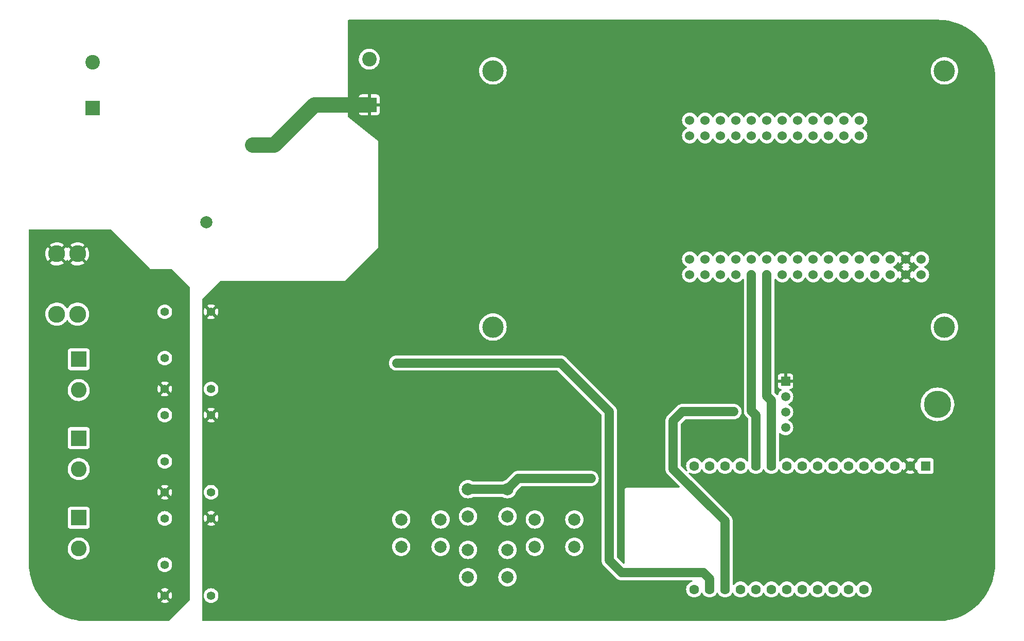
<source format=gbr>
%TF.GenerationSoftware,KiCad,Pcbnew,(6.0.5)*%
%TF.CreationDate,2022-07-11T20:41:14-04:00*%
%TF.ProjectId,Test Board,54657374-2042-46f6-9172-642e6b696361,rev?*%
%TF.SameCoordinates,Original*%
%TF.FileFunction,Copper,L2,Bot*%
%TF.FilePolarity,Positive*%
%FSLAX46Y46*%
G04 Gerber Fmt 4.6, Leading zero omitted, Abs format (unit mm)*
G04 Created by KiCad (PCBNEW (6.0.5)) date 2022-07-11 20:41:14*
%MOMM*%
%LPD*%
G01*
G04 APERTURE LIST*
%TA.AperFunction,ComponentPad*%
%ADD10C,2.780000*%
%TD*%
%TA.AperFunction,ComponentPad*%
%ADD11R,2.400000X2.400000*%
%TD*%
%TA.AperFunction,ComponentPad*%
%ADD12C,2.400000*%
%TD*%
%TA.AperFunction,ComponentPad*%
%ADD13R,2.600000X2.600000*%
%TD*%
%TA.AperFunction,ComponentPad*%
%ADD14C,2.600000*%
%TD*%
%TA.AperFunction,ComponentPad*%
%ADD15C,2.000000*%
%TD*%
%TA.AperFunction,ComponentPad*%
%ADD16C,1.524000*%
%TD*%
%TA.AperFunction,ComponentPad*%
%ADD17C,3.500000*%
%TD*%
%TA.AperFunction,ComponentPad*%
%ADD18C,1.397000*%
%TD*%
%TA.AperFunction,ComponentPad*%
%ADD19R,1.500000X1.500000*%
%TD*%
%TA.AperFunction,ComponentPad*%
%ADD20C,1.500000*%
%TD*%
%TA.AperFunction,ComponentPad*%
%ADD21C,4.500000*%
%TD*%
%TA.AperFunction,ComponentPad*%
%ADD22R,1.600000X1.600000*%
%TD*%
%TA.AperFunction,ComponentPad*%
%ADD23C,1.600000*%
%TD*%
%TA.AperFunction,ViaPad*%
%ADD24C,0.800000*%
%TD*%
%TA.AperFunction,Conductor*%
%ADD25C,2.500000*%
%TD*%
%TA.AperFunction,Conductor*%
%ADD26C,1.500000*%
%TD*%
G04 APERTURE END LIST*
D10*
%TO.P,F1,2*%
%TO.N,/R*%
X113500000Y-84040000D03*
X110100000Y-84040000D03*
%TO.P,F1,1*%
%TO.N,Net-(J1-Pad1)*%
X110100000Y-93960000D03*
X113500000Y-93960000D03*
%TD*%
D11*
%TO.P,C1,1*%
%TO.N,+VDC*%
X116000000Y-60000000D03*
D12*
%TO.P,C1,2*%
%TO.N,GND*%
X116000000Y-52500000D03*
%TD*%
D11*
%TO.P,C2,1*%
%TO.N,+3V3*%
X161500000Y-59500000D03*
D12*
%TO.P,C2,2*%
%TO.N,GND*%
X161500000Y-52000000D03*
%TD*%
D13*
%TO.P,J1,1,Pin_1*%
%TO.N,Net-(J1-Pad1)*%
X113695000Y-101375000D03*
D14*
%TO.P,J1,2,Pin_2*%
%TO.N,/C*%
X113695000Y-106455000D03*
%TD*%
D13*
%TO.P,J2,1,Pin_1*%
%TO.N,/G*%
X113695000Y-114375000D03*
D14*
%TO.P,J2,2,Pin_2*%
%TO.N,/Y*%
X113695000Y-119455000D03*
%TD*%
D13*
%TO.P,J3,1,Pin_1*%
%TO.N,/W*%
X113695000Y-127455000D03*
D14*
%TO.P,J3,2,Pin_2*%
%TO.N,unconnected-(J3-Pad2)*%
X113695000Y-132535000D03*
%TD*%
D15*
%TO.P,L1,1,1*%
%TO.N,Net-(D2-Pad1)*%
X134690000Y-78850000D03*
%TO.P,L1,2,2*%
%TO.N,+3V3*%
X142310000Y-66150000D03*
%TD*%
D16*
%TO.P,U2,1,Rst*%
%TO.N,/RESET*%
X252337500Y-84907000D03*
X252337500Y-87447000D03*
%TO.P,U2,2,3V3*%
%TO.N,+3V3*%
X249797500Y-87447000D03*
X249797500Y-84907000D03*
%TO.P,U2,3,Aref*%
%TO.N,unconnected-(U2-Pad3)*%
X247257500Y-84907000D03*
X247257500Y-87447000D03*
%TO.P,U2,4,GND*%
%TO.N,GND*%
X244717500Y-87447000D03*
X244717500Y-84907000D03*
%TO.P,U2,5,A0*%
%TO.N,unconnected-(U2-Pad5)*%
X242177500Y-84907000D03*
X242177500Y-87447000D03*
%TO.P,U2,6,A1*%
%TO.N,unconnected-(U2-Pad6)*%
X239637500Y-87447000D03*
X239637500Y-84907000D03*
%TO.P,U2,7,A2*%
%TO.N,unconnected-(U2-Pad7)*%
X237097500Y-84907000D03*
X237097500Y-87447000D03*
%TO.P,U2,8,A3*%
%TO.N,unconnected-(U2-Pad8)*%
X234557500Y-87447000D03*
X234557500Y-84907000D03*
%TO.P,U2,9,A4/D24*%
%TO.N,unconnected-(U2-Pad9)*%
X232017500Y-87447000D03*
X232017500Y-84907000D03*
%TO.P,U2,10,A5/D25*%
%TO.N,unconnected-(U2-Pad10)*%
X229477500Y-87447000D03*
X229477500Y-84907000D03*
%TO.P,U2,11,SCK*%
%TO.N,SCK*%
X226937500Y-87447000D03*
X226937500Y-84907000D03*
%TO.P,U2,12,MOSI*%
%TO.N,MOSI*%
X224397500Y-84907000D03*
X224397500Y-87447000D03*
%TO.P,U2,13,MISO*%
%TO.N,MISO*%
X221857500Y-84907000D03*
X221857500Y-87447000D03*
%TO.P,U2,14,RX*%
%TO.N,unconnected-(U2-Pad14)*%
X219317500Y-87447000D03*
X219317500Y-84907000D03*
%TO.P,U2,15,TX*%
%TO.N,unconnected-(U2-Pad15)*%
X216777500Y-84907000D03*
X216777500Y-87447000D03*
%TO.P,U2,16,NC*%
%TO.N,unconnected-(U2-Pad16)*%
X214237500Y-84907000D03*
X214237500Y-87447000D03*
%TO.P,U2,17,SDA*%
%TO.N,unconnected-(U2-Pad17)*%
X214237500Y-62047000D03*
X214237500Y-64587000D03*
%TO.P,U2,18,SCL*%
%TO.N,unconnected-(U2-Pad18)*%
X216777500Y-62047000D03*
X216777500Y-64587000D03*
%TO.P,U2,19,D5*%
%TO.N,unconnected-(U2-Pad19)*%
X219317500Y-64587000D03*
X219317500Y-62047000D03*
%TO.P,U2,20,D6*%
%TO.N,unconnected-(U2-Pad20)*%
X221857500Y-62047000D03*
X221857500Y-64587000D03*
%TO.P,U2,21,D9*%
%TO.N,/ECS*%
X224397500Y-64587000D03*
X224397500Y-62047000D03*
%TO.P,U2,22,D10*%
%TO.N,/DC*%
X226937500Y-62047000D03*
X226937500Y-64587000D03*
%TO.P,U2,23,D11*%
%TO.N,unconnected-(U2-Pad23)*%
X229477500Y-62047000D03*
X229477500Y-64587000D03*
%TO.P,U2,24,D12*%
%TO.N,unconnected-(U2-Pad24)*%
X232017500Y-62047000D03*
X232017500Y-64587000D03*
%TO.P,U2,25,D13*%
%TO.N,unconnected-(U2-Pad25)*%
X234557500Y-62047000D03*
X234557500Y-64587000D03*
%TO.P,U2,26,USB*%
%TO.N,unconnected-(U2-Pad26)*%
X237097500Y-62047000D03*
X237097500Y-64587000D03*
%TO.P,U2,27,EN*%
%TO.N,unconnected-(U2-Pad27)*%
X239637500Y-64587000D03*
X239637500Y-62047000D03*
%TO.P,U2,28,BAT*%
%TO.N,unconnected-(U2-Pad28)*%
X242177500Y-64587000D03*
X242177500Y-62047000D03*
D17*
%TO.P,U2,29*%
%TO.N,N/C*%
X181852500Y-53918000D03*
X181852500Y-96082000D03*
X256147500Y-96082000D03*
X256147500Y-53918000D03*
%TD*%
D18*
%TO.P,U3,12,12*%
%TO.N,/R*%
X127853450Y-106270000D03*
%TO.P,U3,10,10*%
%TO.N,unconnected-(U3-Pad10)*%
X127853450Y-101190000D03*
%TO.P,U3,7,7*%
%TO.N,/G*%
X127853450Y-93570000D03*
%TO.P,U3,6,6*%
%TO.N,+3V3*%
X135473450Y-93570000D03*
%TO.P,U3,1,1*%
%TO.N,/FANRLY*%
X135473450Y-106270000D03*
%TD*%
%TO.P,U4,1,1*%
%TO.N,/HEATRLY*%
X135473450Y-140270000D03*
%TO.P,U4,6,6*%
%TO.N,+3V3*%
X135473450Y-127570000D03*
%TO.P,U4,7,7*%
%TO.N,/W*%
X127853450Y-127570000D03*
%TO.P,U4,10,10*%
%TO.N,unconnected-(U4-Pad10)*%
X127853450Y-135190000D03*
%TO.P,U4,12,12*%
%TO.N,/R*%
X127853450Y-140270000D03*
%TD*%
%TO.P,U5,12,12*%
%TO.N,/R*%
X127853450Y-123270000D03*
%TO.P,U5,10,10*%
%TO.N,unconnected-(U5-Pad10)*%
X127853450Y-118190000D03*
%TO.P,U5,7,7*%
%TO.N,/Y*%
X127853450Y-110570000D03*
%TO.P,U5,6,6*%
%TO.N,+3V3*%
X135473450Y-110570000D03*
%TO.P,U5,1,1*%
%TO.N,/COOLRLY*%
X135473450Y-123270000D03*
%TD*%
D19*
%TO.P,U6,1,VCC*%
%TO.N,+3V3*%
X230000000Y-105000000D03*
D20*
%TO.P,U6,2,IO*%
%TO.N,/DHT*%
X230000000Y-107540000D03*
%TO.P,U6,3,NC*%
%TO.N,unconnected-(U6-Pad3)*%
X230000000Y-110080000D03*
%TO.P,U6,4,GND*%
%TO.N,GND*%
X230000000Y-112620000D03*
D21*
%TO.P,U6,5*%
%TO.N,N/C*%
X255000000Y-108810000D03*
%TD*%
D15*
%TO.P,SW1,1,1*%
%TO.N,/ADC*%
X184250000Y-122750000D03*
X177750000Y-122750000D03*
%TO.P,SW1,2,2*%
%TO.N,GND*%
X177750000Y-127250000D03*
X184250000Y-127250000D03*
%TD*%
%TO.P,SW3,1,1*%
%TO.N,Net-(R10-Pad1)*%
X173250000Y-127750000D03*
X166750000Y-127750000D03*
%TO.P,SW3,2,2*%
%TO.N,GND*%
X173250000Y-132250000D03*
X166750000Y-132250000D03*
%TD*%
D22*
%TO.P,A1,1,~{RESET}*%
%TO.N,/RESET*%
X253050000Y-118947500D03*
D23*
%TO.P,A1,2,3V3*%
%TO.N,+3V3*%
X250510000Y-118947500D03*
%TO.P,A1,3,NC*%
%TO.N,unconnected-(A1-Pad3)*%
X247970000Y-118947500D03*
%TO.P,A1,4,GND*%
%TO.N,GND*%
X245430000Y-118947500D03*
%TO.P,A1,5,ADC*%
%TO.N,/ADC*%
X242890000Y-118947500D03*
%TO.P,A1,6,NC*%
%TO.N,unconnected-(A1-Pad6)*%
X240350000Y-118947500D03*
%TO.P,A1,7,NC*%
%TO.N,unconnected-(A1-Pad7)*%
X237810000Y-118947500D03*
%TO.P,A1,8,NC*%
%TO.N,unconnected-(A1-Pad8)*%
X235270000Y-118947500D03*
%TO.P,A1,9,NC*%
%TO.N,unconnected-(A1-Pad9)*%
X232730000Y-118947500D03*
%TO.P,A1,10,NC*%
%TO.N,unconnected-(A1-Pad10)*%
X230190000Y-118947500D03*
%TO.P,A1,11,SCK/IO14*%
%TO.N,SCK*%
X227650000Y-118947500D03*
%TO.P,A1,12,MOSI/IO13*%
%TO.N,MOSI*%
X225110000Y-118947500D03*
%TO.P,A1,13,MISO/IO12*%
%TO.N,MISO*%
X222570000Y-118947500D03*
%TO.P,A1,14,RX/IO3*%
%TO.N,unconnected-(A1-Pad14)*%
X220030000Y-118947500D03*
%TO.P,A1,15,TX/IO1*%
%TO.N,unconnected-(A1-Pad15)*%
X217490000Y-118947500D03*
%TO.P,A1,16,CH_PD*%
%TO.N,unconnected-(A1-Pad16)*%
X214950000Y-118947500D03*
%TO.P,A1,17,SDA/IO4*%
%TO.N,/COOL*%
X214950000Y-139267500D03*
%TO.P,A1,18,SCL/IO5*%
%TO.N,/FAN*%
X217490000Y-139267500D03*
%TO.P,A1,19,IO2*%
%TO.N,/DHT*%
X220030000Y-139267500D03*
%TO.P,A1,20,IO16*%
%TO.N,/HEAT*%
X222570000Y-139267500D03*
%TO.P,A1,21,IO0*%
%TO.N,/ECS*%
X225110000Y-139267500D03*
%TO.P,A1,22,IO15*%
%TO.N,/DC*%
X227650000Y-139267500D03*
%TO.P,A1,23,IO13/MOSI*%
%TO.N,unconnected-(A1-Pad23)*%
X230190000Y-139267500D03*
%TO.P,A1,24,IO12/MISO*%
%TO.N,unconnected-(A1-Pad24)*%
X232730000Y-139267500D03*
%TO.P,A1,25,IO14/SCK*%
%TO.N,unconnected-(A1-Pad25)*%
X235270000Y-139267500D03*
%TO.P,A1,26,USB*%
%TO.N,unconnected-(A1-Pad26)*%
X237810000Y-139267500D03*
%TO.P,A1,27,EN*%
%TO.N,unconnected-(A1-Pad27)*%
X240350000Y-139267500D03*
%TO.P,A1,28,VBAT*%
%TO.N,unconnected-(A1-Pad28)*%
X242890000Y-139267500D03*
%TD*%
D15*
%TO.P,SW2,1,1*%
%TO.N,Net-(R9-Pad1)*%
X184250000Y-132750000D03*
X177750000Y-132750000D03*
%TO.P,SW2,2,2*%
%TO.N,GND*%
X177750000Y-137250000D03*
X184250000Y-137250000D03*
%TD*%
%TO.P,SW4,1,1*%
%TO.N,Net-(R11-Pad1)*%
X195250000Y-127750000D03*
X188750000Y-127750000D03*
%TO.P,SW4,2,2*%
%TO.N,GND*%
X188750000Y-132250000D03*
X195250000Y-132250000D03*
%TD*%
D24*
%TO.N,/FAN*%
X166000000Y-102000000D03*
%TO.N,+3V3*%
X170000000Y-86000000D03*
X181000000Y-118000000D03*
%TO.N,/ADC*%
X198000000Y-121000000D03*
%TO.N,/DHT*%
X221500000Y-110000000D03*
%TD*%
D25*
%TO.N,+3V3*%
X145850000Y-66150000D02*
X142310000Y-66150000D01*
X152500000Y-59500000D02*
X145850000Y-66150000D01*
X161500000Y-59500000D02*
X152500000Y-59500000D01*
D26*
%TO.N,/FAN*%
X193000000Y-102000000D02*
X166000000Y-102000000D01*
X201000000Y-134500000D02*
X201000000Y-110000000D01*
X203000000Y-136500000D02*
X201000000Y-134500000D01*
X216500000Y-136500000D02*
X203000000Y-136500000D01*
X217490000Y-137490000D02*
X216500000Y-136500000D01*
X201000000Y-110000000D02*
X193000000Y-102000000D01*
X217490000Y-139267500D02*
X217490000Y-137490000D01*
%TO.N,/ADC*%
X177750000Y-122750000D02*
X184250000Y-122750000D01*
X186000000Y-121000000D02*
X184250000Y-122750000D01*
X198000000Y-121000000D02*
X186000000Y-121000000D01*
%TO.N,/DHT*%
X213000000Y-110000000D02*
X221500000Y-110000000D01*
X211500000Y-111500000D02*
X213000000Y-110000000D01*
X211500000Y-119439312D02*
X211500000Y-111500000D01*
X220030000Y-127969312D02*
X211500000Y-119439312D01*
X220030000Y-139267500D02*
X220030000Y-127969312D01*
%TO.N,MOSI*%
X225110000Y-110610000D02*
X224397500Y-109897500D01*
%TO.N,SCK*%
X227650000Y-108150000D02*
X226937500Y-107437500D01*
%TO.N,MOSI*%
X225110000Y-110610000D02*
X225110000Y-118947500D01*
X224397500Y-87447000D02*
X224397500Y-109897500D01*
%TO.N,SCK*%
X227650000Y-108150000D02*
X227650000Y-118947500D01*
X226937500Y-87447000D02*
X226937500Y-107437500D01*
%TD*%
%TA.AperFunction,Conductor*%
%TO.N,+3V3*%
G36*
X254970018Y-45510000D02*
G01*
X254984851Y-45512310D01*
X254984855Y-45512310D01*
X254993724Y-45513691D01*
X255002626Y-45512527D01*
X255002628Y-45512527D01*
X255010424Y-45511507D01*
X255016837Y-45510669D01*
X255037129Y-45509667D01*
X255592018Y-45527105D01*
X255599918Y-45527602D01*
X255935516Y-45559325D01*
X256185666Y-45582971D01*
X256193501Y-45583961D01*
X256774624Y-45676002D01*
X256782392Y-45677485D01*
X257356582Y-45805832D01*
X257364249Y-45807800D01*
X257634892Y-45886429D01*
X257929245Y-45971946D01*
X257936748Y-45974384D01*
X258490344Y-46173690D01*
X258497672Y-46176592D01*
X259037663Y-46410267D01*
X259044795Y-46413623D01*
X259483568Y-46637189D01*
X259569036Y-46680737D01*
X259575972Y-46684550D01*
X260082394Y-46984047D01*
X260089077Y-46988289D01*
X260575698Y-47318996D01*
X260582102Y-47323649D01*
X261046976Y-47684243D01*
X261053075Y-47689288D01*
X261494414Y-48078380D01*
X261500184Y-48083799D01*
X261916201Y-48499816D01*
X261921620Y-48505586D01*
X262310712Y-48946925D01*
X262315757Y-48953024D01*
X262676351Y-49417898D01*
X262681004Y-49424302D01*
X263011711Y-49910923D01*
X263015953Y-49917606D01*
X263315450Y-50424028D01*
X263319263Y-50430964D01*
X263586377Y-50955205D01*
X263589733Y-50962337D01*
X263823408Y-51502328D01*
X263826310Y-51509656D01*
X264003982Y-52003160D01*
X264025612Y-52063239D01*
X264028054Y-52070755D01*
X264108041Y-52346073D01*
X264192200Y-52635751D01*
X264194168Y-52643418D01*
X264322515Y-53217608D01*
X264323998Y-53225376D01*
X264404361Y-53732762D01*
X264416038Y-53806490D01*
X264417030Y-53814343D01*
X264472398Y-54400082D01*
X264472895Y-54407982D01*
X264490095Y-54955300D01*
X264488657Y-54978642D01*
X264487690Y-54984850D01*
X264487690Y-54984855D01*
X264486309Y-54993724D01*
X264487473Y-55002626D01*
X264487473Y-55002628D01*
X264490436Y-55025283D01*
X264491500Y-55041621D01*
X264491500Y-134950633D01*
X264490000Y-134970018D01*
X264487690Y-134984851D01*
X264487690Y-134984855D01*
X264486309Y-134993724D01*
X264487473Y-135002626D01*
X264487473Y-135002628D01*
X264489331Y-135016834D01*
X264490333Y-135037129D01*
X264472895Y-135592018D01*
X264472398Y-135599918D01*
X264452564Y-135809740D01*
X264417207Y-136183787D01*
X264417030Y-136185657D01*
X264416039Y-136193501D01*
X264334394Y-136708987D01*
X264323999Y-136774617D01*
X264322515Y-136782392D01*
X264194168Y-137356582D01*
X264192200Y-137364249D01*
X264142884Y-137533996D01*
X264034984Y-137905394D01*
X264028058Y-137929233D01*
X264025616Y-137936748D01*
X263826310Y-138490344D01*
X263823408Y-138497672D01*
X263589733Y-139037663D01*
X263586377Y-139044795D01*
X263362811Y-139483568D01*
X263319263Y-139569036D01*
X263315450Y-139575972D01*
X263015953Y-140082394D01*
X263011711Y-140089077D01*
X262681004Y-140575698D01*
X262676351Y-140582102D01*
X262315757Y-141046976D01*
X262310712Y-141053075D01*
X261921620Y-141494414D01*
X261916201Y-141500184D01*
X261500184Y-141916201D01*
X261494414Y-141921620D01*
X261053075Y-142310712D01*
X261046976Y-142315757D01*
X260582102Y-142676351D01*
X260575698Y-142681004D01*
X260089077Y-143011711D01*
X260082394Y-143015953D01*
X259575972Y-143315450D01*
X259569036Y-143319263D01*
X259044795Y-143586377D01*
X259037663Y-143589733D01*
X258497672Y-143823408D01*
X258490344Y-143826310D01*
X257936748Y-144025616D01*
X257929245Y-144028054D01*
X257634892Y-144113571D01*
X257364249Y-144192200D01*
X257356582Y-144194168D01*
X256782392Y-144322515D01*
X256774624Y-144323998D01*
X256193501Y-144416039D01*
X256185666Y-144417029D01*
X255935516Y-144440675D01*
X255599918Y-144472398D01*
X255592018Y-144472895D01*
X255044700Y-144490095D01*
X255021358Y-144488657D01*
X255015150Y-144487690D01*
X255015145Y-144487690D01*
X255006276Y-144486309D01*
X254997374Y-144487473D01*
X254997372Y-144487473D01*
X254982323Y-144489441D01*
X254974714Y-144490436D01*
X254958379Y-144491500D01*
X134126000Y-144491500D01*
X134057879Y-144471498D01*
X134011386Y-144417842D01*
X134000000Y-144365500D01*
X134000000Y-140270000D01*
X134261839Y-140270000D01*
X134280246Y-140480394D01*
X134281670Y-140485707D01*
X134281670Y-140485709D01*
X134307499Y-140582102D01*
X134334908Y-140684395D01*
X134424164Y-140875805D01*
X134545302Y-141048809D01*
X134694641Y-141198148D01*
X134699149Y-141201305D01*
X134699152Y-141201307D01*
X134863135Y-141316129D01*
X134867644Y-141319286D01*
X134872626Y-141321609D01*
X134872631Y-141321612D01*
X135054073Y-141406219D01*
X135059055Y-141408542D01*
X135064363Y-141409964D01*
X135064365Y-141409965D01*
X135257741Y-141461780D01*
X135257743Y-141461780D01*
X135263056Y-141463204D01*
X135473450Y-141481611D01*
X135683844Y-141463204D01*
X135689157Y-141461780D01*
X135689159Y-141461780D01*
X135882535Y-141409965D01*
X135882537Y-141409964D01*
X135887845Y-141408542D01*
X135892827Y-141406219D01*
X136074269Y-141321612D01*
X136074274Y-141321609D01*
X136079256Y-141319286D01*
X136083765Y-141316129D01*
X136247748Y-141201307D01*
X136247751Y-141201305D01*
X136252259Y-141198148D01*
X136401598Y-141048809D01*
X136522736Y-140875805D01*
X136611992Y-140684395D01*
X136639402Y-140582102D01*
X136665230Y-140485709D01*
X136665230Y-140485707D01*
X136666654Y-140480394D01*
X136685061Y-140270000D01*
X136666654Y-140059606D01*
X136611992Y-139855605D01*
X136547240Y-139716743D01*
X136525059Y-139669176D01*
X136525057Y-139669173D01*
X136522736Y-139664195D01*
X136401598Y-139491191D01*
X136252259Y-139341852D01*
X136247751Y-139338695D01*
X136247748Y-139338693D01*
X136083765Y-139223871D01*
X136083762Y-139223869D01*
X136079256Y-139220714D01*
X136074274Y-139218391D01*
X136074269Y-139218388D01*
X135892827Y-139133781D01*
X135892826Y-139133781D01*
X135887845Y-139131458D01*
X135882537Y-139130036D01*
X135882535Y-139130035D01*
X135689159Y-139078220D01*
X135689157Y-139078220D01*
X135683844Y-139076796D01*
X135473450Y-139058389D01*
X135263056Y-139076796D01*
X135257743Y-139078220D01*
X135257741Y-139078220D01*
X135064365Y-139130035D01*
X135064363Y-139130036D01*
X135059055Y-139131458D01*
X135054074Y-139133780D01*
X135054073Y-139133781D01*
X134872626Y-139218391D01*
X134872623Y-139218393D01*
X134867645Y-139220714D01*
X134694641Y-139341852D01*
X134545302Y-139491191D01*
X134424164Y-139664195D01*
X134421843Y-139669173D01*
X134421841Y-139669176D01*
X134399660Y-139716743D01*
X134334908Y-139855605D01*
X134280246Y-140059606D01*
X134261839Y-140270000D01*
X134000000Y-140270000D01*
X134000000Y-137250000D01*
X176236835Y-137250000D01*
X176255465Y-137486711D01*
X176256619Y-137491518D01*
X176256620Y-137491524D01*
X176266817Y-137533996D01*
X176310895Y-137717594D01*
X176312788Y-137722165D01*
X176312789Y-137722167D01*
X176388684Y-137905394D01*
X176401760Y-137936963D01*
X176404346Y-137941183D01*
X176523241Y-138135202D01*
X176523245Y-138135208D01*
X176525824Y-138139416D01*
X176680031Y-138319969D01*
X176860584Y-138474176D01*
X176864792Y-138476755D01*
X176864798Y-138476759D01*
X177058817Y-138595654D01*
X177063037Y-138598240D01*
X177067607Y-138600133D01*
X177067611Y-138600135D01*
X177277833Y-138687211D01*
X177282406Y-138689105D01*
X177341291Y-138703242D01*
X177508476Y-138743380D01*
X177508482Y-138743381D01*
X177513289Y-138744535D01*
X177750000Y-138763165D01*
X177986711Y-138744535D01*
X177991518Y-138743381D01*
X177991524Y-138743380D01*
X178158709Y-138703242D01*
X178217594Y-138689105D01*
X178222167Y-138687211D01*
X178432389Y-138600135D01*
X178432393Y-138600133D01*
X178436963Y-138598240D01*
X178441183Y-138595654D01*
X178635202Y-138476759D01*
X178635208Y-138476755D01*
X178639416Y-138474176D01*
X178819969Y-138319969D01*
X178974176Y-138139416D01*
X178976755Y-138135208D01*
X178976759Y-138135202D01*
X179095654Y-137941183D01*
X179098240Y-137936963D01*
X179111317Y-137905394D01*
X179187211Y-137722167D01*
X179187212Y-137722165D01*
X179189105Y-137717594D01*
X179233183Y-137533996D01*
X179243380Y-137491524D01*
X179243381Y-137491518D01*
X179244535Y-137486711D01*
X179263165Y-137250000D01*
X182736835Y-137250000D01*
X182755465Y-137486711D01*
X182756619Y-137491518D01*
X182756620Y-137491524D01*
X182766817Y-137533996D01*
X182810895Y-137717594D01*
X182812788Y-137722165D01*
X182812789Y-137722167D01*
X182888684Y-137905394D01*
X182901760Y-137936963D01*
X182904346Y-137941183D01*
X183023241Y-138135202D01*
X183023245Y-138135208D01*
X183025824Y-138139416D01*
X183180031Y-138319969D01*
X183360584Y-138474176D01*
X183364792Y-138476755D01*
X183364798Y-138476759D01*
X183558817Y-138595654D01*
X183563037Y-138598240D01*
X183567607Y-138600133D01*
X183567611Y-138600135D01*
X183777833Y-138687211D01*
X183782406Y-138689105D01*
X183841291Y-138703242D01*
X184008476Y-138743380D01*
X184008482Y-138743381D01*
X184013289Y-138744535D01*
X184250000Y-138763165D01*
X184486711Y-138744535D01*
X184491518Y-138743381D01*
X184491524Y-138743380D01*
X184658709Y-138703242D01*
X184717594Y-138689105D01*
X184722167Y-138687211D01*
X184932389Y-138600135D01*
X184932393Y-138600133D01*
X184936963Y-138598240D01*
X184941183Y-138595654D01*
X185135202Y-138476759D01*
X185135208Y-138476755D01*
X185139416Y-138474176D01*
X185319969Y-138319969D01*
X185474176Y-138139416D01*
X185476755Y-138135208D01*
X185476759Y-138135202D01*
X185595654Y-137941183D01*
X185598240Y-137936963D01*
X185611317Y-137905394D01*
X185687211Y-137722167D01*
X185687212Y-137722165D01*
X185689105Y-137717594D01*
X185733183Y-137533996D01*
X185743380Y-137491524D01*
X185743381Y-137491518D01*
X185744535Y-137486711D01*
X185763165Y-137250000D01*
X185744535Y-137013289D01*
X185734613Y-136971958D01*
X185698261Y-136820545D01*
X185689105Y-136782406D01*
X185658694Y-136708987D01*
X185600135Y-136567611D01*
X185600133Y-136567607D01*
X185598240Y-136563037D01*
X185595654Y-136558817D01*
X185476759Y-136364798D01*
X185476755Y-136364792D01*
X185474176Y-136360584D01*
X185319969Y-136180031D01*
X185139416Y-136025824D01*
X185135208Y-136023245D01*
X185135202Y-136023241D01*
X184941183Y-135904346D01*
X184936963Y-135901760D01*
X184932393Y-135899867D01*
X184932389Y-135899865D01*
X184722167Y-135812789D01*
X184722165Y-135812788D01*
X184717594Y-135810895D01*
X184637391Y-135791640D01*
X184491524Y-135756620D01*
X184491518Y-135756619D01*
X184486711Y-135755465D01*
X184250000Y-135736835D01*
X184013289Y-135755465D01*
X184008482Y-135756619D01*
X184008476Y-135756620D01*
X183862609Y-135791640D01*
X183782406Y-135810895D01*
X183777835Y-135812788D01*
X183777833Y-135812789D01*
X183567611Y-135899865D01*
X183567607Y-135899867D01*
X183563037Y-135901760D01*
X183558817Y-135904346D01*
X183364798Y-136023241D01*
X183364792Y-136023245D01*
X183360584Y-136025824D01*
X183180031Y-136180031D01*
X183025824Y-136360584D01*
X183023245Y-136364792D01*
X183023241Y-136364798D01*
X182904346Y-136558817D01*
X182901760Y-136563037D01*
X182899867Y-136567607D01*
X182899865Y-136567611D01*
X182841306Y-136708987D01*
X182810895Y-136782406D01*
X182801739Y-136820545D01*
X182765388Y-136971958D01*
X182755465Y-137013289D01*
X182736835Y-137250000D01*
X179263165Y-137250000D01*
X179244535Y-137013289D01*
X179234613Y-136971958D01*
X179198261Y-136820545D01*
X179189105Y-136782406D01*
X179158694Y-136708987D01*
X179100135Y-136567611D01*
X179100133Y-136567607D01*
X179098240Y-136563037D01*
X179095654Y-136558817D01*
X178976759Y-136364798D01*
X178976755Y-136364792D01*
X178974176Y-136360584D01*
X178819969Y-136180031D01*
X178639416Y-136025824D01*
X178635208Y-136023245D01*
X178635202Y-136023241D01*
X178441183Y-135904346D01*
X178436963Y-135901760D01*
X178432393Y-135899867D01*
X178432389Y-135899865D01*
X178222167Y-135812789D01*
X178222165Y-135812788D01*
X178217594Y-135810895D01*
X178137391Y-135791640D01*
X177991524Y-135756620D01*
X177991518Y-135756619D01*
X177986711Y-135755465D01*
X177750000Y-135736835D01*
X177513289Y-135755465D01*
X177508482Y-135756619D01*
X177508476Y-135756620D01*
X177362609Y-135791640D01*
X177282406Y-135810895D01*
X177277835Y-135812788D01*
X177277833Y-135812789D01*
X177067611Y-135899865D01*
X177067607Y-135899867D01*
X177063037Y-135901760D01*
X177058817Y-135904346D01*
X176864798Y-136023241D01*
X176864792Y-136023245D01*
X176860584Y-136025824D01*
X176680031Y-136180031D01*
X176525824Y-136360584D01*
X176523245Y-136364792D01*
X176523241Y-136364798D01*
X176404346Y-136558817D01*
X176401760Y-136563037D01*
X176399867Y-136567607D01*
X176399865Y-136567611D01*
X176341306Y-136708987D01*
X176310895Y-136782406D01*
X176301739Y-136820545D01*
X176265388Y-136971958D01*
X176255465Y-137013289D01*
X176236835Y-137250000D01*
X134000000Y-137250000D01*
X134000000Y-132250000D01*
X165236835Y-132250000D01*
X165255465Y-132486711D01*
X165256619Y-132491518D01*
X165256620Y-132491524D01*
X165263030Y-132518223D01*
X165310895Y-132717594D01*
X165401760Y-132936963D01*
X165404346Y-132941183D01*
X165523241Y-133135202D01*
X165523245Y-133135208D01*
X165525824Y-133139416D01*
X165680031Y-133319969D01*
X165860584Y-133474176D01*
X165864792Y-133476755D01*
X165864798Y-133476759D01*
X166058817Y-133595654D01*
X166063037Y-133598240D01*
X166067607Y-133600133D01*
X166067611Y-133600135D01*
X166162445Y-133639416D01*
X166282406Y-133689105D01*
X166362609Y-133708360D01*
X166508476Y-133743380D01*
X166508482Y-133743381D01*
X166513289Y-133744535D01*
X166750000Y-133763165D01*
X166986711Y-133744535D01*
X166991518Y-133743381D01*
X166991524Y-133743380D01*
X167137391Y-133708360D01*
X167217594Y-133689105D01*
X167337555Y-133639416D01*
X167432389Y-133600135D01*
X167432393Y-133600133D01*
X167436963Y-133598240D01*
X167441183Y-133595654D01*
X167635202Y-133476759D01*
X167635208Y-133476755D01*
X167639416Y-133474176D01*
X167819969Y-133319969D01*
X167974176Y-133139416D01*
X167976755Y-133135208D01*
X167976759Y-133135202D01*
X168095654Y-132941183D01*
X168098240Y-132936963D01*
X168189105Y-132717594D01*
X168236970Y-132518223D01*
X168243380Y-132491524D01*
X168243381Y-132491518D01*
X168244535Y-132486711D01*
X168263165Y-132250000D01*
X171736835Y-132250000D01*
X171755465Y-132486711D01*
X171756619Y-132491518D01*
X171756620Y-132491524D01*
X171763030Y-132518223D01*
X171810895Y-132717594D01*
X171901760Y-132936963D01*
X171904346Y-132941183D01*
X172023241Y-133135202D01*
X172023245Y-133135208D01*
X172025824Y-133139416D01*
X172180031Y-133319969D01*
X172360584Y-133474176D01*
X172364792Y-133476755D01*
X172364798Y-133476759D01*
X172558817Y-133595654D01*
X172563037Y-133598240D01*
X172567607Y-133600133D01*
X172567611Y-133600135D01*
X172662445Y-133639416D01*
X172782406Y-133689105D01*
X172862609Y-133708360D01*
X173008476Y-133743380D01*
X173008482Y-133743381D01*
X173013289Y-133744535D01*
X173250000Y-133763165D01*
X173486711Y-133744535D01*
X173491518Y-133743381D01*
X173491524Y-133743380D01*
X173637391Y-133708360D01*
X173717594Y-133689105D01*
X173837555Y-133639416D01*
X173932389Y-133600135D01*
X173932393Y-133600133D01*
X173936963Y-133598240D01*
X173941183Y-133595654D01*
X174135202Y-133476759D01*
X174135208Y-133476755D01*
X174139416Y-133474176D01*
X174319969Y-133319969D01*
X174474176Y-133139416D01*
X174476755Y-133135208D01*
X174476759Y-133135202D01*
X174595654Y-132941183D01*
X174598240Y-132936963D01*
X174675682Y-132750000D01*
X176236835Y-132750000D01*
X176255465Y-132986711D01*
X176310895Y-133217594D01*
X176312788Y-133222165D01*
X176312789Y-133222167D01*
X176354629Y-133323177D01*
X176401760Y-133436963D01*
X176404346Y-133441183D01*
X176523241Y-133635202D01*
X176523245Y-133635208D01*
X176525824Y-133639416D01*
X176680031Y-133819969D01*
X176860584Y-133974176D01*
X176864792Y-133976755D01*
X176864798Y-133976759D01*
X177058817Y-134095654D01*
X177063037Y-134098240D01*
X177067607Y-134100133D01*
X177067611Y-134100135D01*
X177277833Y-134187211D01*
X177282406Y-134189105D01*
X177362609Y-134208360D01*
X177508476Y-134243380D01*
X177508482Y-134243381D01*
X177513289Y-134244535D01*
X177750000Y-134263165D01*
X177986711Y-134244535D01*
X177991518Y-134243381D01*
X177991524Y-134243380D01*
X178137391Y-134208360D01*
X178217594Y-134189105D01*
X178222167Y-134187211D01*
X178432389Y-134100135D01*
X178432393Y-134100133D01*
X178436963Y-134098240D01*
X178441183Y-134095654D01*
X178635202Y-133976759D01*
X178635208Y-133976755D01*
X178639416Y-133974176D01*
X178819969Y-133819969D01*
X178974176Y-133639416D01*
X178976755Y-133635208D01*
X178976759Y-133635202D01*
X179095654Y-133441183D01*
X179098240Y-133436963D01*
X179145372Y-133323177D01*
X179187211Y-133222167D01*
X179187212Y-133222165D01*
X179189105Y-133217594D01*
X179244535Y-132986711D01*
X179263165Y-132750000D01*
X182736835Y-132750000D01*
X182755465Y-132986711D01*
X182810895Y-133217594D01*
X182812788Y-133222165D01*
X182812789Y-133222167D01*
X182854629Y-133323177D01*
X182901760Y-133436963D01*
X182904346Y-133441183D01*
X183023241Y-133635202D01*
X183023245Y-133635208D01*
X183025824Y-133639416D01*
X183180031Y-133819969D01*
X183360584Y-133974176D01*
X183364792Y-133976755D01*
X183364798Y-133976759D01*
X183558817Y-134095654D01*
X183563037Y-134098240D01*
X183567607Y-134100133D01*
X183567611Y-134100135D01*
X183777833Y-134187211D01*
X183782406Y-134189105D01*
X183862609Y-134208360D01*
X184008476Y-134243380D01*
X184008482Y-134243381D01*
X184013289Y-134244535D01*
X184250000Y-134263165D01*
X184486711Y-134244535D01*
X184491518Y-134243381D01*
X184491524Y-134243380D01*
X184637391Y-134208360D01*
X184717594Y-134189105D01*
X184722167Y-134187211D01*
X184932389Y-134100135D01*
X184932393Y-134100133D01*
X184936963Y-134098240D01*
X184941183Y-134095654D01*
X185135202Y-133976759D01*
X185135208Y-133976755D01*
X185139416Y-133974176D01*
X185319969Y-133819969D01*
X185474176Y-133639416D01*
X185476755Y-133635208D01*
X185476759Y-133635202D01*
X185595654Y-133441183D01*
X185598240Y-133436963D01*
X185645372Y-133323177D01*
X185687211Y-133222167D01*
X185687212Y-133222165D01*
X185689105Y-133217594D01*
X185744535Y-132986711D01*
X185763165Y-132750000D01*
X185744535Y-132513289D01*
X185738155Y-132486711D01*
X185690260Y-132287218D01*
X185689105Y-132282406D01*
X185675682Y-132250000D01*
X187236835Y-132250000D01*
X187255465Y-132486711D01*
X187256619Y-132491518D01*
X187256620Y-132491524D01*
X187263030Y-132518223D01*
X187310895Y-132717594D01*
X187401760Y-132936963D01*
X187404346Y-132941183D01*
X187523241Y-133135202D01*
X187523245Y-133135208D01*
X187525824Y-133139416D01*
X187680031Y-133319969D01*
X187860584Y-133474176D01*
X187864792Y-133476755D01*
X187864798Y-133476759D01*
X188058817Y-133595654D01*
X188063037Y-133598240D01*
X188067607Y-133600133D01*
X188067611Y-133600135D01*
X188162445Y-133639416D01*
X188282406Y-133689105D01*
X188362609Y-133708360D01*
X188508476Y-133743380D01*
X188508482Y-133743381D01*
X188513289Y-133744535D01*
X188750000Y-133763165D01*
X188986711Y-133744535D01*
X188991518Y-133743381D01*
X188991524Y-133743380D01*
X189137391Y-133708360D01*
X189217594Y-133689105D01*
X189337555Y-133639416D01*
X189432389Y-133600135D01*
X189432393Y-133600133D01*
X189436963Y-133598240D01*
X189441183Y-133595654D01*
X189635202Y-133476759D01*
X189635208Y-133476755D01*
X189639416Y-133474176D01*
X189819969Y-133319969D01*
X189974176Y-133139416D01*
X189976755Y-133135208D01*
X189976759Y-133135202D01*
X190095654Y-132941183D01*
X190098240Y-132936963D01*
X190189105Y-132717594D01*
X190236970Y-132518223D01*
X190243380Y-132491524D01*
X190243381Y-132491518D01*
X190244535Y-132486711D01*
X190263165Y-132250000D01*
X193736835Y-132250000D01*
X193755465Y-132486711D01*
X193756619Y-132491518D01*
X193756620Y-132491524D01*
X193763030Y-132518223D01*
X193810895Y-132717594D01*
X193901760Y-132936963D01*
X193904346Y-132941183D01*
X194023241Y-133135202D01*
X194023245Y-133135208D01*
X194025824Y-133139416D01*
X194180031Y-133319969D01*
X194360584Y-133474176D01*
X194364792Y-133476755D01*
X194364798Y-133476759D01*
X194558817Y-133595654D01*
X194563037Y-133598240D01*
X194567607Y-133600133D01*
X194567611Y-133600135D01*
X194662445Y-133639416D01*
X194782406Y-133689105D01*
X194862609Y-133708360D01*
X195008476Y-133743380D01*
X195008482Y-133743381D01*
X195013289Y-133744535D01*
X195250000Y-133763165D01*
X195486711Y-133744535D01*
X195491518Y-133743381D01*
X195491524Y-133743380D01*
X195637391Y-133708360D01*
X195717594Y-133689105D01*
X195837555Y-133639416D01*
X195932389Y-133600135D01*
X195932393Y-133600133D01*
X195936963Y-133598240D01*
X195941183Y-133595654D01*
X196135202Y-133476759D01*
X196135208Y-133476755D01*
X196139416Y-133474176D01*
X196319969Y-133319969D01*
X196474176Y-133139416D01*
X196476755Y-133135208D01*
X196476759Y-133135202D01*
X196595654Y-132941183D01*
X196598240Y-132936963D01*
X196689105Y-132717594D01*
X196736970Y-132518223D01*
X196743380Y-132491524D01*
X196743381Y-132491518D01*
X196744535Y-132486711D01*
X196763165Y-132250000D01*
X196744535Y-132013289D01*
X196689105Y-131782406D01*
X196646700Y-131680031D01*
X196600135Y-131567611D01*
X196600133Y-131567607D01*
X196598240Y-131563037D01*
X196595654Y-131558817D01*
X196476759Y-131364798D01*
X196476755Y-131364792D01*
X196474176Y-131360584D01*
X196319969Y-131180031D01*
X196139416Y-131025824D01*
X196135208Y-131023245D01*
X196135202Y-131023241D01*
X195941183Y-130904346D01*
X195936963Y-130901760D01*
X195932393Y-130899867D01*
X195932389Y-130899865D01*
X195722167Y-130812789D01*
X195722165Y-130812788D01*
X195717594Y-130810895D01*
X195637391Y-130791640D01*
X195491524Y-130756620D01*
X195491518Y-130756619D01*
X195486711Y-130755465D01*
X195250000Y-130736835D01*
X195013289Y-130755465D01*
X195008482Y-130756619D01*
X195008476Y-130756620D01*
X194862609Y-130791640D01*
X194782406Y-130810895D01*
X194777835Y-130812788D01*
X194777833Y-130812789D01*
X194567611Y-130899865D01*
X194567607Y-130899867D01*
X194563037Y-130901760D01*
X194558817Y-130904346D01*
X194364798Y-131023241D01*
X194364792Y-131023245D01*
X194360584Y-131025824D01*
X194180031Y-131180031D01*
X194025824Y-131360584D01*
X194023245Y-131364792D01*
X194023241Y-131364798D01*
X193904346Y-131558817D01*
X193901760Y-131563037D01*
X193899867Y-131567607D01*
X193899865Y-131567611D01*
X193853300Y-131680031D01*
X193810895Y-131782406D01*
X193755465Y-132013289D01*
X193736835Y-132250000D01*
X190263165Y-132250000D01*
X190244535Y-132013289D01*
X190189105Y-131782406D01*
X190146700Y-131680031D01*
X190100135Y-131567611D01*
X190100133Y-131567607D01*
X190098240Y-131563037D01*
X190095654Y-131558817D01*
X189976759Y-131364798D01*
X189976755Y-131364792D01*
X189974176Y-131360584D01*
X189819969Y-131180031D01*
X189639416Y-131025824D01*
X189635208Y-131023245D01*
X189635202Y-131023241D01*
X189441183Y-130904346D01*
X189436963Y-130901760D01*
X189432393Y-130899867D01*
X189432389Y-130899865D01*
X189222167Y-130812789D01*
X189222165Y-130812788D01*
X189217594Y-130810895D01*
X189137391Y-130791640D01*
X188991524Y-130756620D01*
X188991518Y-130756619D01*
X188986711Y-130755465D01*
X188750000Y-130736835D01*
X188513289Y-130755465D01*
X188508482Y-130756619D01*
X188508476Y-130756620D01*
X188362609Y-130791640D01*
X188282406Y-130810895D01*
X188277835Y-130812788D01*
X188277833Y-130812789D01*
X188067611Y-130899865D01*
X188067607Y-130899867D01*
X188063037Y-130901760D01*
X188058817Y-130904346D01*
X187864798Y-131023241D01*
X187864792Y-131023245D01*
X187860584Y-131025824D01*
X187680031Y-131180031D01*
X187525824Y-131360584D01*
X187523245Y-131364792D01*
X187523241Y-131364798D01*
X187404346Y-131558817D01*
X187401760Y-131563037D01*
X187399867Y-131567607D01*
X187399865Y-131567611D01*
X187353300Y-131680031D01*
X187310895Y-131782406D01*
X187255465Y-132013289D01*
X187236835Y-132250000D01*
X185675682Y-132250000D01*
X185598240Y-132063037D01*
X185564805Y-132008476D01*
X185476759Y-131864798D01*
X185476755Y-131864792D01*
X185474176Y-131860584D01*
X185319969Y-131680031D01*
X185139416Y-131525824D01*
X185135208Y-131523245D01*
X185135202Y-131523241D01*
X184941183Y-131404346D01*
X184936963Y-131401760D01*
X184932393Y-131399867D01*
X184932389Y-131399865D01*
X184722167Y-131312789D01*
X184722165Y-131312788D01*
X184717594Y-131310895D01*
X184637391Y-131291640D01*
X184491524Y-131256620D01*
X184491518Y-131256619D01*
X184486711Y-131255465D01*
X184250000Y-131236835D01*
X184013289Y-131255465D01*
X184008482Y-131256619D01*
X184008476Y-131256620D01*
X183862609Y-131291640D01*
X183782406Y-131310895D01*
X183777835Y-131312788D01*
X183777833Y-131312789D01*
X183567611Y-131399865D01*
X183567607Y-131399867D01*
X183563037Y-131401760D01*
X183558817Y-131404346D01*
X183364798Y-131523241D01*
X183364792Y-131523245D01*
X183360584Y-131525824D01*
X183180031Y-131680031D01*
X183025824Y-131860584D01*
X183023245Y-131864792D01*
X183023241Y-131864798D01*
X182935195Y-132008476D01*
X182901760Y-132063037D01*
X182810895Y-132282406D01*
X182809740Y-132287218D01*
X182761846Y-132486711D01*
X182755465Y-132513289D01*
X182736835Y-132750000D01*
X179263165Y-132750000D01*
X179244535Y-132513289D01*
X179238155Y-132486711D01*
X179190260Y-132287218D01*
X179189105Y-132282406D01*
X179098240Y-132063037D01*
X179064805Y-132008476D01*
X178976759Y-131864798D01*
X178976755Y-131864792D01*
X178974176Y-131860584D01*
X178819969Y-131680031D01*
X178639416Y-131525824D01*
X178635208Y-131523245D01*
X178635202Y-131523241D01*
X178441183Y-131404346D01*
X178436963Y-131401760D01*
X178432393Y-131399867D01*
X178432389Y-131399865D01*
X178222167Y-131312789D01*
X178222165Y-131312788D01*
X178217594Y-131310895D01*
X178137391Y-131291640D01*
X177991524Y-131256620D01*
X177991518Y-131256619D01*
X177986711Y-131255465D01*
X177750000Y-131236835D01*
X177513289Y-131255465D01*
X177508482Y-131256619D01*
X177508476Y-131256620D01*
X177362609Y-131291640D01*
X177282406Y-131310895D01*
X177277835Y-131312788D01*
X177277833Y-131312789D01*
X177067611Y-131399865D01*
X177067607Y-131399867D01*
X177063037Y-131401760D01*
X177058817Y-131404346D01*
X176864798Y-131523241D01*
X176864792Y-131523245D01*
X176860584Y-131525824D01*
X176680031Y-131680031D01*
X176525824Y-131860584D01*
X176523245Y-131864792D01*
X176523241Y-131864798D01*
X176435195Y-132008476D01*
X176401760Y-132063037D01*
X176310895Y-132282406D01*
X176309740Y-132287218D01*
X176261846Y-132486711D01*
X176255465Y-132513289D01*
X176236835Y-132750000D01*
X174675682Y-132750000D01*
X174689105Y-132717594D01*
X174736970Y-132518223D01*
X174743380Y-132491524D01*
X174743381Y-132491518D01*
X174744535Y-132486711D01*
X174763165Y-132250000D01*
X174744535Y-132013289D01*
X174689105Y-131782406D01*
X174646700Y-131680031D01*
X174600135Y-131567611D01*
X174600133Y-131567607D01*
X174598240Y-131563037D01*
X174595654Y-131558817D01*
X174476759Y-131364798D01*
X174476755Y-131364792D01*
X174474176Y-131360584D01*
X174319969Y-131180031D01*
X174139416Y-131025824D01*
X174135208Y-131023245D01*
X174135202Y-131023241D01*
X173941183Y-130904346D01*
X173936963Y-130901760D01*
X173932393Y-130899867D01*
X173932389Y-130899865D01*
X173722167Y-130812789D01*
X173722165Y-130812788D01*
X173717594Y-130810895D01*
X173637391Y-130791640D01*
X173491524Y-130756620D01*
X173491518Y-130756619D01*
X173486711Y-130755465D01*
X173250000Y-130736835D01*
X173013289Y-130755465D01*
X173008482Y-130756619D01*
X173008476Y-130756620D01*
X172862609Y-130791640D01*
X172782406Y-130810895D01*
X172777835Y-130812788D01*
X172777833Y-130812789D01*
X172567611Y-130899865D01*
X172567607Y-130899867D01*
X172563037Y-130901760D01*
X172558817Y-130904346D01*
X172364798Y-131023241D01*
X172364792Y-131023245D01*
X172360584Y-131025824D01*
X172180031Y-131180031D01*
X172025824Y-131360584D01*
X172023245Y-131364792D01*
X172023241Y-131364798D01*
X171904346Y-131558817D01*
X171901760Y-131563037D01*
X171899867Y-131567607D01*
X171899865Y-131567611D01*
X171853300Y-131680031D01*
X171810895Y-131782406D01*
X171755465Y-132013289D01*
X171736835Y-132250000D01*
X168263165Y-132250000D01*
X168244535Y-132013289D01*
X168189105Y-131782406D01*
X168146700Y-131680031D01*
X168100135Y-131567611D01*
X168100133Y-131567607D01*
X168098240Y-131563037D01*
X168095654Y-131558817D01*
X167976759Y-131364798D01*
X167976755Y-131364792D01*
X167974176Y-131360584D01*
X167819969Y-131180031D01*
X167639416Y-131025824D01*
X167635208Y-131023245D01*
X167635202Y-131023241D01*
X167441183Y-130904346D01*
X167436963Y-130901760D01*
X167432393Y-130899867D01*
X167432389Y-130899865D01*
X167222167Y-130812789D01*
X167222165Y-130812788D01*
X167217594Y-130810895D01*
X167137391Y-130791640D01*
X166991524Y-130756620D01*
X166991518Y-130756619D01*
X166986711Y-130755465D01*
X166750000Y-130736835D01*
X166513289Y-130755465D01*
X166508482Y-130756619D01*
X166508476Y-130756620D01*
X166362609Y-130791640D01*
X166282406Y-130810895D01*
X166277835Y-130812788D01*
X166277833Y-130812789D01*
X166067611Y-130899865D01*
X166067607Y-130899867D01*
X166063037Y-130901760D01*
X166058817Y-130904346D01*
X165864798Y-131023241D01*
X165864792Y-131023245D01*
X165860584Y-131025824D01*
X165680031Y-131180031D01*
X165525824Y-131360584D01*
X165523245Y-131364792D01*
X165523241Y-131364798D01*
X165404346Y-131558817D01*
X165401760Y-131563037D01*
X165399867Y-131567607D01*
X165399865Y-131567611D01*
X165353300Y-131680031D01*
X165310895Y-131782406D01*
X165255465Y-132013289D01*
X165236835Y-132250000D01*
X134000000Y-132250000D01*
X134000000Y-128582314D01*
X134825496Y-128582314D01*
X134835378Y-128594803D01*
X134890491Y-128631627D01*
X134900596Y-128637114D01*
X135093717Y-128720086D01*
X135104660Y-128723641D01*
X135309659Y-128770028D01*
X135321068Y-128771530D01*
X135531095Y-128779781D01*
X135542579Y-128779179D01*
X135750595Y-128749019D01*
X135761778Y-128746334D01*
X135960812Y-128678771D01*
X135971315Y-128674095D01*
X136113854Y-128594270D01*
X136123716Y-128584194D01*
X136120761Y-128576522D01*
X135486261Y-127942021D01*
X135472318Y-127934408D01*
X135470484Y-127934539D01*
X135463870Y-127938790D01*
X134831689Y-128570972D01*
X134825496Y-128582314D01*
X134000000Y-128582314D01*
X134000000Y-127544048D01*
X134262574Y-127544048D01*
X134276321Y-127753779D01*
X134278122Y-127765149D01*
X134329859Y-127968863D01*
X134333700Y-127979710D01*
X134421697Y-128170592D01*
X134427446Y-128180549D01*
X134448562Y-128210427D01*
X134459152Y-128218816D01*
X134472451Y-128211788D01*
X135101429Y-127582811D01*
X135107806Y-127571132D01*
X135837858Y-127571132D01*
X135837989Y-127572966D01*
X135842240Y-127579580D01*
X136476061Y-128213400D01*
X136488436Y-128220157D01*
X136495016Y-128215231D01*
X136577545Y-128067865D01*
X136582221Y-128057362D01*
X136649784Y-127858328D01*
X136652469Y-127847145D01*
X136666554Y-127750000D01*
X165236835Y-127750000D01*
X165255465Y-127986711D01*
X165256619Y-127991518D01*
X165256620Y-127991524D01*
X165273230Y-128060708D01*
X165310895Y-128217594D01*
X165312788Y-128222165D01*
X165312789Y-128222167D01*
X165354629Y-128323177D01*
X165401760Y-128436963D01*
X165404346Y-128441183D01*
X165523241Y-128635202D01*
X165523245Y-128635208D01*
X165525824Y-128639416D01*
X165680031Y-128819969D01*
X165860584Y-128974176D01*
X165864792Y-128976755D01*
X165864798Y-128976759D01*
X166058817Y-129095654D01*
X166063037Y-129098240D01*
X166067607Y-129100133D01*
X166067611Y-129100135D01*
X166277833Y-129187211D01*
X166282406Y-129189105D01*
X166362609Y-129208360D01*
X166508476Y-129243380D01*
X166508482Y-129243381D01*
X166513289Y-129244535D01*
X166750000Y-129263165D01*
X166986711Y-129244535D01*
X166991518Y-129243381D01*
X166991524Y-129243380D01*
X167137391Y-129208360D01*
X167217594Y-129189105D01*
X167222167Y-129187211D01*
X167432389Y-129100135D01*
X167432393Y-129100133D01*
X167436963Y-129098240D01*
X167441183Y-129095654D01*
X167635202Y-128976759D01*
X167635208Y-128976755D01*
X167639416Y-128974176D01*
X167819969Y-128819969D01*
X167974176Y-128639416D01*
X167976755Y-128635208D01*
X167976759Y-128635202D01*
X168095654Y-128441183D01*
X168098240Y-128436963D01*
X168145372Y-128323177D01*
X168187211Y-128222167D01*
X168187212Y-128222165D01*
X168189105Y-128217594D01*
X168226770Y-128060708D01*
X168243380Y-127991524D01*
X168243381Y-127991518D01*
X168244535Y-127986711D01*
X168263165Y-127750000D01*
X171736835Y-127750000D01*
X171755465Y-127986711D01*
X171756619Y-127991518D01*
X171756620Y-127991524D01*
X171773230Y-128060708D01*
X171810895Y-128217594D01*
X171812788Y-128222165D01*
X171812789Y-128222167D01*
X171854629Y-128323177D01*
X171901760Y-128436963D01*
X171904346Y-128441183D01*
X172023241Y-128635202D01*
X172023245Y-128635208D01*
X172025824Y-128639416D01*
X172180031Y-128819969D01*
X172360584Y-128974176D01*
X172364792Y-128976755D01*
X172364798Y-128976759D01*
X172558817Y-129095654D01*
X172563037Y-129098240D01*
X172567607Y-129100133D01*
X172567611Y-129100135D01*
X172777833Y-129187211D01*
X172782406Y-129189105D01*
X172862609Y-129208360D01*
X173008476Y-129243380D01*
X173008482Y-129243381D01*
X173013289Y-129244535D01*
X173250000Y-129263165D01*
X173486711Y-129244535D01*
X173491518Y-129243381D01*
X173491524Y-129243380D01*
X173637391Y-129208360D01*
X173717594Y-129189105D01*
X173722167Y-129187211D01*
X173932389Y-129100135D01*
X173932393Y-129100133D01*
X173936963Y-129098240D01*
X173941183Y-129095654D01*
X174135202Y-128976759D01*
X174135208Y-128976755D01*
X174139416Y-128974176D01*
X174319969Y-128819969D01*
X174474176Y-128639416D01*
X174476755Y-128635208D01*
X174476759Y-128635202D01*
X174595654Y-128441183D01*
X174598240Y-128436963D01*
X174645372Y-128323177D01*
X174687211Y-128222167D01*
X174687212Y-128222165D01*
X174689105Y-128217594D01*
X174726770Y-128060708D01*
X174743380Y-127991524D01*
X174743381Y-127991518D01*
X174744535Y-127986711D01*
X174763165Y-127750000D01*
X174744535Y-127513289D01*
X174738155Y-127486711D01*
X174705341Y-127350033D01*
X174689105Y-127282406D01*
X174677724Y-127254930D01*
X174675682Y-127250000D01*
X176236835Y-127250000D01*
X176255465Y-127486711D01*
X176256619Y-127491518D01*
X176256620Y-127491524D01*
X176278896Y-127584309D01*
X176310895Y-127717594D01*
X176312788Y-127722165D01*
X176312789Y-127722167D01*
X176391550Y-127912313D01*
X176401760Y-127936963D01*
X176404346Y-127941183D01*
X176523241Y-128135202D01*
X176523245Y-128135208D01*
X176525824Y-128139416D01*
X176680031Y-128319969D01*
X176860584Y-128474176D01*
X176864792Y-128476755D01*
X176864798Y-128476759D01*
X177037048Y-128582314D01*
X177063037Y-128598240D01*
X177067607Y-128600133D01*
X177067611Y-128600135D01*
X177162445Y-128639416D01*
X177282406Y-128689105D01*
X177362609Y-128708360D01*
X177508476Y-128743380D01*
X177508482Y-128743381D01*
X177513289Y-128744535D01*
X177750000Y-128763165D01*
X177986711Y-128744535D01*
X177991518Y-128743381D01*
X177991524Y-128743380D01*
X178137391Y-128708360D01*
X178217594Y-128689105D01*
X178337555Y-128639416D01*
X178432389Y-128600135D01*
X178432393Y-128600133D01*
X178436963Y-128598240D01*
X178462952Y-128582314D01*
X178635202Y-128476759D01*
X178635208Y-128476755D01*
X178639416Y-128474176D01*
X178819969Y-128319969D01*
X178974176Y-128139416D01*
X178976755Y-128135208D01*
X178976759Y-128135202D01*
X179095654Y-127941183D01*
X179098240Y-127936963D01*
X179108451Y-127912313D01*
X179187211Y-127722167D01*
X179187212Y-127722165D01*
X179189105Y-127717594D01*
X179221104Y-127584309D01*
X179243380Y-127491524D01*
X179243381Y-127491518D01*
X179244535Y-127486711D01*
X179263165Y-127250000D01*
X182736835Y-127250000D01*
X182755465Y-127486711D01*
X182756619Y-127491518D01*
X182756620Y-127491524D01*
X182778896Y-127584309D01*
X182810895Y-127717594D01*
X182812788Y-127722165D01*
X182812789Y-127722167D01*
X182891550Y-127912313D01*
X182901760Y-127936963D01*
X182904346Y-127941183D01*
X183023241Y-128135202D01*
X183023245Y-128135208D01*
X183025824Y-128139416D01*
X183180031Y-128319969D01*
X183360584Y-128474176D01*
X183364792Y-128476755D01*
X183364798Y-128476759D01*
X183537048Y-128582314D01*
X183563037Y-128598240D01*
X183567607Y-128600133D01*
X183567611Y-128600135D01*
X183662445Y-128639416D01*
X183782406Y-128689105D01*
X183862609Y-128708360D01*
X184008476Y-128743380D01*
X184008482Y-128743381D01*
X184013289Y-128744535D01*
X184250000Y-128763165D01*
X184486711Y-128744535D01*
X184491518Y-128743381D01*
X184491524Y-128743380D01*
X184637391Y-128708360D01*
X184717594Y-128689105D01*
X184837555Y-128639416D01*
X184932389Y-128600135D01*
X184932393Y-128600133D01*
X184936963Y-128598240D01*
X184962952Y-128582314D01*
X185135202Y-128476759D01*
X185135208Y-128476755D01*
X185139416Y-128474176D01*
X185319969Y-128319969D01*
X185474176Y-128139416D01*
X185476755Y-128135208D01*
X185476759Y-128135202D01*
X185595654Y-127941183D01*
X185598240Y-127936963D01*
X185608451Y-127912313D01*
X185675682Y-127750000D01*
X187236835Y-127750000D01*
X187255465Y-127986711D01*
X187256619Y-127991518D01*
X187256620Y-127991524D01*
X187273230Y-128060708D01*
X187310895Y-128217594D01*
X187312788Y-128222165D01*
X187312789Y-128222167D01*
X187354629Y-128323177D01*
X187401760Y-128436963D01*
X187404346Y-128441183D01*
X187523241Y-128635202D01*
X187523245Y-128635208D01*
X187525824Y-128639416D01*
X187680031Y-128819969D01*
X187860584Y-128974176D01*
X187864792Y-128976755D01*
X187864798Y-128976759D01*
X188058817Y-129095654D01*
X188063037Y-129098240D01*
X188067607Y-129100133D01*
X188067611Y-129100135D01*
X188277833Y-129187211D01*
X188282406Y-129189105D01*
X188362609Y-129208360D01*
X188508476Y-129243380D01*
X188508482Y-129243381D01*
X188513289Y-129244535D01*
X188750000Y-129263165D01*
X188986711Y-129244535D01*
X188991518Y-129243381D01*
X188991524Y-129243380D01*
X189137391Y-129208360D01*
X189217594Y-129189105D01*
X189222167Y-129187211D01*
X189432389Y-129100135D01*
X189432393Y-129100133D01*
X189436963Y-129098240D01*
X189441183Y-129095654D01*
X189635202Y-128976759D01*
X189635208Y-128976755D01*
X189639416Y-128974176D01*
X189819969Y-128819969D01*
X189974176Y-128639416D01*
X189976755Y-128635208D01*
X189976759Y-128635202D01*
X190095654Y-128441183D01*
X190098240Y-128436963D01*
X190145372Y-128323177D01*
X190187211Y-128222167D01*
X190187212Y-128222165D01*
X190189105Y-128217594D01*
X190226770Y-128060708D01*
X190243380Y-127991524D01*
X190243381Y-127991518D01*
X190244535Y-127986711D01*
X190263165Y-127750000D01*
X193736835Y-127750000D01*
X193755465Y-127986711D01*
X193756619Y-127991518D01*
X193756620Y-127991524D01*
X193773230Y-128060708D01*
X193810895Y-128217594D01*
X193812788Y-128222165D01*
X193812789Y-128222167D01*
X193854629Y-128323177D01*
X193901760Y-128436963D01*
X193904346Y-128441183D01*
X194023241Y-128635202D01*
X194023245Y-128635208D01*
X194025824Y-128639416D01*
X194180031Y-128819969D01*
X194360584Y-128974176D01*
X194364792Y-128976755D01*
X194364798Y-128976759D01*
X194558817Y-129095654D01*
X194563037Y-129098240D01*
X194567607Y-129100133D01*
X194567611Y-129100135D01*
X194777833Y-129187211D01*
X194782406Y-129189105D01*
X194862609Y-129208360D01*
X195008476Y-129243380D01*
X195008482Y-129243381D01*
X195013289Y-129244535D01*
X195250000Y-129263165D01*
X195486711Y-129244535D01*
X195491518Y-129243381D01*
X195491524Y-129243380D01*
X195637391Y-129208360D01*
X195717594Y-129189105D01*
X195722167Y-129187211D01*
X195932389Y-129100135D01*
X195932393Y-129100133D01*
X195936963Y-129098240D01*
X195941183Y-129095654D01*
X196135202Y-128976759D01*
X196135208Y-128976755D01*
X196139416Y-128974176D01*
X196319969Y-128819969D01*
X196474176Y-128639416D01*
X196476755Y-128635208D01*
X196476759Y-128635202D01*
X196595654Y-128441183D01*
X196598240Y-128436963D01*
X196645372Y-128323177D01*
X196687211Y-128222167D01*
X196687212Y-128222165D01*
X196689105Y-128217594D01*
X196726770Y-128060708D01*
X196743380Y-127991524D01*
X196743381Y-127991518D01*
X196744535Y-127986711D01*
X196763165Y-127750000D01*
X196744535Y-127513289D01*
X196738155Y-127486711D01*
X196705341Y-127350033D01*
X196689105Y-127282406D01*
X196677724Y-127254930D01*
X196600135Y-127067611D01*
X196600133Y-127067607D01*
X196598240Y-127063037D01*
X196524119Y-126942083D01*
X196476759Y-126864798D01*
X196476755Y-126864792D01*
X196474176Y-126860584D01*
X196319969Y-126680031D01*
X196139416Y-126525824D01*
X196135208Y-126523245D01*
X196135202Y-126523241D01*
X195941183Y-126404346D01*
X195936963Y-126401760D01*
X195932393Y-126399867D01*
X195932389Y-126399865D01*
X195722167Y-126312789D01*
X195722165Y-126312788D01*
X195717594Y-126310895D01*
X195637391Y-126291640D01*
X195491524Y-126256620D01*
X195491518Y-126256619D01*
X195486711Y-126255465D01*
X195250000Y-126236835D01*
X195013289Y-126255465D01*
X195008482Y-126256619D01*
X195008476Y-126256620D01*
X194862609Y-126291640D01*
X194782406Y-126310895D01*
X194777835Y-126312788D01*
X194777833Y-126312789D01*
X194567611Y-126399865D01*
X194567607Y-126399867D01*
X194563037Y-126401760D01*
X194558817Y-126404346D01*
X194364798Y-126523241D01*
X194364792Y-126523245D01*
X194360584Y-126525824D01*
X194180031Y-126680031D01*
X194025824Y-126860584D01*
X194023245Y-126864792D01*
X194023241Y-126864798D01*
X193975881Y-126942083D01*
X193901760Y-127063037D01*
X193899867Y-127067607D01*
X193899865Y-127067611D01*
X193822276Y-127254930D01*
X193810895Y-127282406D01*
X193794659Y-127350033D01*
X193761846Y-127486711D01*
X193755465Y-127513289D01*
X193736835Y-127750000D01*
X190263165Y-127750000D01*
X190244535Y-127513289D01*
X190238155Y-127486711D01*
X190205341Y-127350033D01*
X190189105Y-127282406D01*
X190177724Y-127254930D01*
X190100135Y-127067611D01*
X190100133Y-127067607D01*
X190098240Y-127063037D01*
X190024119Y-126942083D01*
X189976759Y-126864798D01*
X189976755Y-126864792D01*
X189974176Y-126860584D01*
X189819969Y-126680031D01*
X189639416Y-126525824D01*
X189635208Y-126523245D01*
X189635202Y-126523241D01*
X189441183Y-126404346D01*
X189436963Y-126401760D01*
X189432393Y-126399867D01*
X189432389Y-126399865D01*
X189222167Y-126312789D01*
X189222165Y-126312788D01*
X189217594Y-126310895D01*
X189137391Y-126291640D01*
X188991524Y-126256620D01*
X188991518Y-126256619D01*
X188986711Y-126255465D01*
X188750000Y-126236835D01*
X188513289Y-126255465D01*
X188508482Y-126256619D01*
X188508476Y-126256620D01*
X188362609Y-126291640D01*
X188282406Y-126310895D01*
X188277835Y-126312788D01*
X188277833Y-126312789D01*
X188067611Y-126399865D01*
X188067607Y-126399867D01*
X188063037Y-126401760D01*
X188058817Y-126404346D01*
X187864798Y-126523241D01*
X187864792Y-126523245D01*
X187860584Y-126525824D01*
X187680031Y-126680031D01*
X187525824Y-126860584D01*
X187523245Y-126864792D01*
X187523241Y-126864798D01*
X187475881Y-126942083D01*
X187401760Y-127063037D01*
X187399867Y-127067607D01*
X187399865Y-127067611D01*
X187322276Y-127254930D01*
X187310895Y-127282406D01*
X187294659Y-127350033D01*
X187261846Y-127486711D01*
X187255465Y-127513289D01*
X187236835Y-127750000D01*
X185675682Y-127750000D01*
X185687211Y-127722167D01*
X185687212Y-127722165D01*
X185689105Y-127717594D01*
X185721104Y-127584309D01*
X185743380Y-127491524D01*
X185743381Y-127491518D01*
X185744535Y-127486711D01*
X185763165Y-127250000D01*
X185744535Y-127013289D01*
X185724073Y-126928056D01*
X185690260Y-126787218D01*
X185689105Y-126782406D01*
X185646700Y-126680031D01*
X185600135Y-126567611D01*
X185600133Y-126567607D01*
X185598240Y-126563037D01*
X185594365Y-126556714D01*
X185476759Y-126364798D01*
X185476755Y-126364792D01*
X185474176Y-126360584D01*
X185319969Y-126180031D01*
X185139416Y-126025824D01*
X185135208Y-126023245D01*
X185135202Y-126023241D01*
X184941183Y-125904346D01*
X184936963Y-125901760D01*
X184932393Y-125899867D01*
X184932389Y-125899865D01*
X184722167Y-125812789D01*
X184722165Y-125812788D01*
X184717594Y-125810895D01*
X184637391Y-125791640D01*
X184491524Y-125756620D01*
X184491518Y-125756619D01*
X184486711Y-125755465D01*
X184250000Y-125736835D01*
X184013289Y-125755465D01*
X184008482Y-125756619D01*
X184008476Y-125756620D01*
X183862609Y-125791640D01*
X183782406Y-125810895D01*
X183777835Y-125812788D01*
X183777833Y-125812789D01*
X183567611Y-125899865D01*
X183567607Y-125899867D01*
X183563037Y-125901760D01*
X183558817Y-125904346D01*
X183364798Y-126023241D01*
X183364792Y-126023245D01*
X183360584Y-126025824D01*
X183180031Y-126180031D01*
X183025824Y-126360584D01*
X183023245Y-126364792D01*
X183023241Y-126364798D01*
X182905635Y-126556714D01*
X182901760Y-126563037D01*
X182899867Y-126567607D01*
X182899865Y-126567611D01*
X182853300Y-126680031D01*
X182810895Y-126782406D01*
X182809740Y-126787218D01*
X182775928Y-126928056D01*
X182755465Y-127013289D01*
X182736835Y-127250000D01*
X179263165Y-127250000D01*
X179244535Y-127013289D01*
X179224073Y-126928056D01*
X179190260Y-126787218D01*
X179189105Y-126782406D01*
X179146700Y-126680031D01*
X179100135Y-126567611D01*
X179100133Y-126567607D01*
X179098240Y-126563037D01*
X179094365Y-126556714D01*
X178976759Y-126364798D01*
X178976755Y-126364792D01*
X178974176Y-126360584D01*
X178819969Y-126180031D01*
X178639416Y-126025824D01*
X178635208Y-126023245D01*
X178635202Y-126023241D01*
X178441183Y-125904346D01*
X178436963Y-125901760D01*
X178432393Y-125899867D01*
X178432389Y-125899865D01*
X178222167Y-125812789D01*
X178222165Y-125812788D01*
X178217594Y-125810895D01*
X178137391Y-125791640D01*
X177991524Y-125756620D01*
X177991518Y-125756619D01*
X177986711Y-125755465D01*
X177750000Y-125736835D01*
X177513289Y-125755465D01*
X177508482Y-125756619D01*
X177508476Y-125756620D01*
X177362609Y-125791640D01*
X177282406Y-125810895D01*
X177277835Y-125812788D01*
X177277833Y-125812789D01*
X177067611Y-125899865D01*
X177067607Y-125899867D01*
X177063037Y-125901760D01*
X177058817Y-125904346D01*
X176864798Y-126023241D01*
X176864792Y-126023245D01*
X176860584Y-126025824D01*
X176680031Y-126180031D01*
X176525824Y-126360584D01*
X176523245Y-126364792D01*
X176523241Y-126364798D01*
X176405635Y-126556714D01*
X176401760Y-126563037D01*
X176399867Y-126567607D01*
X176399865Y-126567611D01*
X176353300Y-126680031D01*
X176310895Y-126782406D01*
X176309740Y-126787218D01*
X176275928Y-126928056D01*
X176255465Y-127013289D01*
X176236835Y-127250000D01*
X174675682Y-127250000D01*
X174600135Y-127067611D01*
X174600133Y-127067607D01*
X174598240Y-127063037D01*
X174524119Y-126942083D01*
X174476759Y-126864798D01*
X174476755Y-126864792D01*
X174474176Y-126860584D01*
X174319969Y-126680031D01*
X174139416Y-126525824D01*
X174135208Y-126523245D01*
X174135202Y-126523241D01*
X173941183Y-126404346D01*
X173936963Y-126401760D01*
X173932393Y-126399867D01*
X173932389Y-126399865D01*
X173722167Y-126312789D01*
X173722165Y-126312788D01*
X173717594Y-126310895D01*
X173637391Y-126291640D01*
X173491524Y-126256620D01*
X173491518Y-126256619D01*
X173486711Y-126255465D01*
X173250000Y-126236835D01*
X173013289Y-126255465D01*
X173008482Y-126256619D01*
X173008476Y-126256620D01*
X172862609Y-126291640D01*
X172782406Y-126310895D01*
X172777835Y-126312788D01*
X172777833Y-126312789D01*
X172567611Y-126399865D01*
X172567607Y-126399867D01*
X172563037Y-126401760D01*
X172558817Y-126404346D01*
X172364798Y-126523241D01*
X172364792Y-126523245D01*
X172360584Y-126525824D01*
X172180031Y-126680031D01*
X172025824Y-126860584D01*
X172023245Y-126864792D01*
X172023241Y-126864798D01*
X171975881Y-126942083D01*
X171901760Y-127063037D01*
X171899867Y-127067607D01*
X171899865Y-127067611D01*
X171822276Y-127254930D01*
X171810895Y-127282406D01*
X171794659Y-127350033D01*
X171761846Y-127486711D01*
X171755465Y-127513289D01*
X171736835Y-127750000D01*
X168263165Y-127750000D01*
X168244535Y-127513289D01*
X168238155Y-127486711D01*
X168205341Y-127350033D01*
X168189105Y-127282406D01*
X168177724Y-127254930D01*
X168100135Y-127067611D01*
X168100133Y-127067607D01*
X168098240Y-127063037D01*
X168024119Y-126942083D01*
X167976759Y-126864798D01*
X167976755Y-126864792D01*
X167974176Y-126860584D01*
X167819969Y-126680031D01*
X167639416Y-126525824D01*
X167635208Y-126523245D01*
X167635202Y-126523241D01*
X167441183Y-126404346D01*
X167436963Y-126401760D01*
X167432393Y-126399867D01*
X167432389Y-126399865D01*
X167222167Y-126312789D01*
X167222165Y-126312788D01*
X167217594Y-126310895D01*
X167137391Y-126291640D01*
X166991524Y-126256620D01*
X166991518Y-126256619D01*
X166986711Y-126255465D01*
X166750000Y-126236835D01*
X166513289Y-126255465D01*
X166508482Y-126256619D01*
X166508476Y-126256620D01*
X166362609Y-126291640D01*
X166282406Y-126310895D01*
X166277835Y-126312788D01*
X166277833Y-126312789D01*
X166067611Y-126399865D01*
X166067607Y-126399867D01*
X166063037Y-126401760D01*
X166058817Y-126404346D01*
X165864798Y-126523241D01*
X165864792Y-126523245D01*
X165860584Y-126525824D01*
X165680031Y-126680031D01*
X165525824Y-126860584D01*
X165523245Y-126864792D01*
X165523241Y-126864798D01*
X165475881Y-126942083D01*
X165401760Y-127063037D01*
X165399867Y-127067607D01*
X165399865Y-127067611D01*
X165322276Y-127254930D01*
X165310895Y-127282406D01*
X165294659Y-127350033D01*
X165261846Y-127486711D01*
X165255465Y-127513289D01*
X165236835Y-127750000D01*
X136666554Y-127750000D01*
X136682925Y-127637088D01*
X136683555Y-127629705D01*
X136685022Y-127573704D01*
X136684779Y-127566305D01*
X136665358Y-127354945D01*
X136663261Y-127343630D01*
X136606208Y-127141336D01*
X136602086Y-127130597D01*
X136509121Y-126942083D01*
X136503115Y-126932281D01*
X136499960Y-126928056D01*
X136488701Y-126919606D01*
X136476284Y-126926377D01*
X135845471Y-127557189D01*
X135837858Y-127571132D01*
X135107806Y-127571132D01*
X135109042Y-127568868D01*
X135108911Y-127567034D01*
X135104660Y-127560420D01*
X134469053Y-126924814D01*
X134456678Y-126918057D01*
X134450712Y-126922523D01*
X134356706Y-127101198D01*
X134352301Y-127111832D01*
X134289972Y-127312563D01*
X134287580Y-127323817D01*
X134262875Y-127532547D01*
X134262574Y-127544048D01*
X134000000Y-127544048D01*
X134000000Y-126556808D01*
X134824371Y-126556808D01*
X134827857Y-126565196D01*
X135460639Y-127197979D01*
X135474582Y-127205592D01*
X135476416Y-127205461D01*
X135483030Y-127201210D01*
X136115150Y-126569089D01*
X136121907Y-126556714D01*
X136115877Y-126548658D01*
X136028422Y-126493478D01*
X136018171Y-126488254D01*
X135822947Y-126410368D01*
X135811919Y-126407101D01*
X135605772Y-126366096D01*
X135594325Y-126364893D01*
X135384166Y-126362142D01*
X135372686Y-126363045D01*
X135165537Y-126398640D01*
X135154429Y-126401617D01*
X134957232Y-126474366D01*
X134946850Y-126479318D01*
X134833969Y-126546475D01*
X134824371Y-126556808D01*
X134000000Y-126556808D01*
X134000000Y-123270000D01*
X134261839Y-123270000D01*
X134280246Y-123480394D01*
X134334908Y-123684395D01*
X134424164Y-123875805D01*
X134545302Y-124048809D01*
X134694641Y-124198148D01*
X134699149Y-124201305D01*
X134699152Y-124201307D01*
X134863135Y-124316129D01*
X134867644Y-124319286D01*
X134872626Y-124321609D01*
X134872631Y-124321612D01*
X135054073Y-124406219D01*
X135059055Y-124408542D01*
X135064363Y-124409964D01*
X135064365Y-124409965D01*
X135257741Y-124461780D01*
X135257743Y-124461780D01*
X135263056Y-124463204D01*
X135473450Y-124481611D01*
X135683844Y-124463204D01*
X135689157Y-124461780D01*
X135689159Y-124461780D01*
X135882535Y-124409965D01*
X135882537Y-124409964D01*
X135887845Y-124408542D01*
X135892827Y-124406219D01*
X136074269Y-124321612D01*
X136074274Y-124321609D01*
X136079256Y-124319286D01*
X136083765Y-124316129D01*
X136247748Y-124201307D01*
X136247751Y-124201305D01*
X136252259Y-124198148D01*
X136401598Y-124048809D01*
X136522736Y-123875805D01*
X136611992Y-123684395D01*
X136666654Y-123480394D01*
X136685061Y-123270000D01*
X136666654Y-123059606D01*
X136665230Y-123054291D01*
X136613415Y-122860915D01*
X136613414Y-122860913D01*
X136611992Y-122855605D01*
X136590316Y-122809120D01*
X136562748Y-122750000D01*
X176236835Y-122750000D01*
X176255465Y-122986711D01*
X176256619Y-122991518D01*
X176256620Y-122991524D01*
X176276039Y-123072410D01*
X176310895Y-123217594D01*
X176401760Y-123436963D01*
X176404346Y-123441183D01*
X176523241Y-123635202D01*
X176523245Y-123635208D01*
X176525824Y-123639416D01*
X176680031Y-123819969D01*
X176860584Y-123974176D01*
X176864792Y-123976755D01*
X176864798Y-123976759D01*
X176916595Y-124008500D01*
X177063037Y-124098240D01*
X177067607Y-124100133D01*
X177067611Y-124100135D01*
X177277833Y-124187211D01*
X177282406Y-124189105D01*
X177362609Y-124208360D01*
X177508476Y-124243380D01*
X177508482Y-124243381D01*
X177513289Y-124244535D01*
X177750000Y-124263165D01*
X177986711Y-124244535D01*
X177991518Y-124243381D01*
X177991524Y-124243380D01*
X178137391Y-124208360D01*
X178217594Y-124189105D01*
X178222167Y-124187211D01*
X178432389Y-124100135D01*
X178432393Y-124100133D01*
X178436963Y-124098240D01*
X178441183Y-124095654D01*
X178441193Y-124095649D01*
X178553106Y-124027068D01*
X178618941Y-124008500D01*
X183381059Y-124008500D01*
X183446894Y-124027068D01*
X183558807Y-124095649D01*
X183558817Y-124095654D01*
X183563037Y-124098240D01*
X183567607Y-124100133D01*
X183567611Y-124100135D01*
X183777833Y-124187211D01*
X183782406Y-124189105D01*
X183862609Y-124208360D01*
X184008476Y-124243380D01*
X184008482Y-124243381D01*
X184013289Y-124244535D01*
X184250000Y-124263165D01*
X184486711Y-124244535D01*
X184491518Y-124243381D01*
X184491524Y-124243380D01*
X184637391Y-124208360D01*
X184717594Y-124189105D01*
X184722167Y-124187211D01*
X184932389Y-124100135D01*
X184932393Y-124100133D01*
X184936963Y-124098240D01*
X185083405Y-124008500D01*
X185135202Y-123976759D01*
X185135208Y-123976755D01*
X185139416Y-123974176D01*
X185319969Y-123819969D01*
X185474176Y-123639416D01*
X185476755Y-123635208D01*
X185476759Y-123635202D01*
X185595654Y-123441183D01*
X185598240Y-123436963D01*
X185689105Y-123217594D01*
X185720905Y-123085139D01*
X185754329Y-123025458D01*
X186484382Y-122295405D01*
X186546694Y-122261379D01*
X186573477Y-122258500D01*
X198056999Y-122258500D01*
X198059786Y-122258251D01*
X198059792Y-122258251D01*
X198129929Y-122251991D01*
X198223762Y-122243617D01*
X198229176Y-122242136D01*
X198229181Y-122242135D01*
X198356912Y-122207191D01*
X198440451Y-122184337D01*
X198445509Y-122181925D01*
X198445513Y-122181923D01*
X198554297Y-122130035D01*
X198643218Y-122087622D01*
X198825654Y-121956529D01*
X198981992Y-121795201D01*
X199107290Y-121608738D01*
X199197588Y-121403033D01*
X199219709Y-121310895D01*
X199248722Y-121190046D01*
X199248722Y-121190045D01*
X199250032Y-121184589D01*
X199262963Y-120960310D01*
X199235975Y-120737285D01*
X199169918Y-120522565D01*
X199075707Y-120340033D01*
X199069454Y-120327919D01*
X199069454Y-120327918D01*
X199066882Y-120322936D01*
X198930123Y-120144708D01*
X198763964Y-119993515D01*
X198759217Y-119990537D01*
X198759214Y-119990535D01*
X198578405Y-119877115D01*
X198573656Y-119874136D01*
X198365217Y-119790344D01*
X198145233Y-119744787D01*
X198140622Y-119744521D01*
X198140621Y-119744521D01*
X198090048Y-119741605D01*
X198090044Y-119741605D01*
X198088225Y-119741500D01*
X186091396Y-119741500D01*
X186074949Y-119740422D01*
X186074270Y-119740333D01*
X186052914Y-119737521D01*
X186047314Y-119737785D01*
X186047313Y-119737785D01*
X185971504Y-119741360D01*
X185965569Y-119741500D01*
X185943001Y-119741500D01*
X185940218Y-119741748D01*
X185940204Y-119741749D01*
X185917023Y-119743818D01*
X185911760Y-119744177D01*
X185882342Y-119745564D01*
X185828512Y-119748103D01*
X185811023Y-119752108D01*
X185794104Y-119754788D01*
X185789618Y-119755189D01*
X185776238Y-119756383D01*
X185770830Y-119757862D01*
X185770827Y-119757863D01*
X185695870Y-119778369D01*
X185690752Y-119779655D01*
X185637727Y-119791800D01*
X185609530Y-119798258D01*
X185593037Y-119805293D01*
X185576855Y-119810928D01*
X185564967Y-119814180D01*
X185564958Y-119814183D01*
X185559549Y-119815663D01*
X185554486Y-119818078D01*
X185554475Y-119818082D01*
X185484343Y-119851534D01*
X185479542Y-119853702D01*
X185402892Y-119886396D01*
X185398204Y-119889475D01*
X185398203Y-119889476D01*
X185387900Y-119896244D01*
X185372971Y-119904656D01*
X185356782Y-119912378D01*
X185294192Y-119957354D01*
X185289122Y-119960997D01*
X185284771Y-119963987D01*
X185218992Y-120007195D01*
X185218987Y-120007199D01*
X185215126Y-120009735D01*
X185211675Y-120012810D01*
X185194346Y-120028249D01*
X185184055Y-120036494D01*
X185178907Y-120040193D01*
X185178903Y-120040197D01*
X185174346Y-120043471D01*
X185141398Y-120077471D01*
X185099968Y-120120223D01*
X185098579Y-120121633D01*
X183974540Y-121245672D01*
X183914859Y-121279096D01*
X183871452Y-121289517D01*
X183782406Y-121310895D01*
X183777835Y-121312788D01*
X183777833Y-121312789D01*
X183567611Y-121399865D01*
X183567607Y-121399867D01*
X183563037Y-121401760D01*
X183558818Y-121404345D01*
X183558807Y-121404351D01*
X183446894Y-121472932D01*
X183381059Y-121491500D01*
X178618941Y-121491500D01*
X178553106Y-121472932D01*
X178441193Y-121404351D01*
X178441182Y-121404345D01*
X178436963Y-121401760D01*
X178432393Y-121399867D01*
X178432389Y-121399865D01*
X178222167Y-121312789D01*
X178222165Y-121312788D01*
X178217594Y-121310895D01*
X178137391Y-121291640D01*
X177991524Y-121256620D01*
X177991518Y-121256619D01*
X177986711Y-121255465D01*
X177750000Y-121236835D01*
X177513289Y-121255465D01*
X177508482Y-121256619D01*
X177508476Y-121256620D01*
X177362609Y-121291640D01*
X177282406Y-121310895D01*
X177277835Y-121312788D01*
X177277833Y-121312789D01*
X177067611Y-121399865D01*
X177067607Y-121399867D01*
X177063037Y-121401760D01*
X177058817Y-121404346D01*
X176864798Y-121523241D01*
X176864792Y-121523245D01*
X176860584Y-121525824D01*
X176680031Y-121680031D01*
X176525824Y-121860584D01*
X176523245Y-121864792D01*
X176523241Y-121864798D01*
X176465021Y-121959805D01*
X176401760Y-122063037D01*
X176399867Y-122067607D01*
X176399865Y-122067611D01*
X176312789Y-122277833D01*
X176310895Y-122282406D01*
X176309740Y-122287218D01*
X176258293Y-122501510D01*
X176255465Y-122513289D01*
X176236835Y-122750000D01*
X136562748Y-122750000D01*
X136525059Y-122669176D01*
X136525057Y-122669173D01*
X136522736Y-122664195D01*
X136401598Y-122491191D01*
X136252259Y-122341852D01*
X136247751Y-122338695D01*
X136247748Y-122338693D01*
X136083765Y-122223871D01*
X136083762Y-122223869D01*
X136079256Y-122220714D01*
X136074274Y-122218391D01*
X136074269Y-122218388D01*
X135892827Y-122133781D01*
X135892826Y-122133781D01*
X135887845Y-122131458D01*
X135882537Y-122130036D01*
X135882535Y-122130035D01*
X135689159Y-122078220D01*
X135689157Y-122078220D01*
X135683844Y-122076796D01*
X135473450Y-122058389D01*
X135263056Y-122076796D01*
X135257743Y-122078220D01*
X135257741Y-122078220D01*
X135064365Y-122130035D01*
X135064363Y-122130036D01*
X135059055Y-122131458D01*
X135054074Y-122133780D01*
X135054073Y-122133781D01*
X134872626Y-122218391D01*
X134872623Y-122218393D01*
X134867645Y-122220714D01*
X134694641Y-122341852D01*
X134545302Y-122491191D01*
X134424164Y-122664195D01*
X134421843Y-122669173D01*
X134421841Y-122669176D01*
X134356584Y-122809120D01*
X134334908Y-122855605D01*
X134333486Y-122860913D01*
X134333485Y-122860915D01*
X134281670Y-123054291D01*
X134280246Y-123059606D01*
X134261839Y-123270000D01*
X134000000Y-123270000D01*
X134000000Y-111582314D01*
X134825496Y-111582314D01*
X134835378Y-111594803D01*
X134890491Y-111631627D01*
X134900596Y-111637114D01*
X135093717Y-111720086D01*
X135104660Y-111723641D01*
X135309659Y-111770028D01*
X135321068Y-111771530D01*
X135531095Y-111779781D01*
X135542579Y-111779179D01*
X135750595Y-111749019D01*
X135761778Y-111746334D01*
X135960812Y-111678771D01*
X135971315Y-111674095D01*
X136113854Y-111594270D01*
X136123716Y-111584194D01*
X136120761Y-111576522D01*
X135486261Y-110942021D01*
X135472318Y-110934408D01*
X135470484Y-110934539D01*
X135463870Y-110938790D01*
X134831689Y-111570972D01*
X134825496Y-111582314D01*
X134000000Y-111582314D01*
X134000000Y-110544044D01*
X134262574Y-110544044D01*
X134276321Y-110753779D01*
X134278122Y-110765149D01*
X134329859Y-110968863D01*
X134333700Y-110979710D01*
X134421697Y-111170592D01*
X134427446Y-111180549D01*
X134448562Y-111210427D01*
X134459152Y-111218816D01*
X134472451Y-111211788D01*
X135101429Y-110582811D01*
X135107806Y-110571132D01*
X135837858Y-110571132D01*
X135837989Y-110572966D01*
X135842240Y-110579580D01*
X136476061Y-111213400D01*
X136488436Y-111220157D01*
X136495016Y-111215231D01*
X136577545Y-111067865D01*
X136582221Y-111057362D01*
X136649784Y-110858328D01*
X136652469Y-110847145D01*
X136682925Y-110637088D01*
X136683555Y-110629705D01*
X136685022Y-110573704D01*
X136684779Y-110566305D01*
X136665358Y-110354945D01*
X136663261Y-110343630D01*
X136606208Y-110141336D01*
X136602086Y-110130597D01*
X136509121Y-109942083D01*
X136503115Y-109932281D01*
X136499960Y-109928056D01*
X136488701Y-109919606D01*
X136476284Y-109926377D01*
X135845471Y-110557189D01*
X135837858Y-110571132D01*
X135107806Y-110571132D01*
X135109042Y-110568868D01*
X135108911Y-110567034D01*
X135104660Y-110560420D01*
X134469053Y-109924814D01*
X134456678Y-109918057D01*
X134450712Y-109922523D01*
X134356706Y-110101198D01*
X134352301Y-110111832D01*
X134289972Y-110312563D01*
X134287580Y-110323817D01*
X134262875Y-110532547D01*
X134262574Y-110544044D01*
X134000000Y-110544044D01*
X134000000Y-109556808D01*
X134824371Y-109556808D01*
X134827857Y-109565196D01*
X135460639Y-110197979D01*
X135474582Y-110205592D01*
X135476416Y-110205461D01*
X135483030Y-110201210D01*
X136115150Y-109569089D01*
X136121907Y-109556714D01*
X136115877Y-109548658D01*
X136028422Y-109493478D01*
X136018171Y-109488254D01*
X135822947Y-109410368D01*
X135811919Y-109407101D01*
X135605772Y-109366096D01*
X135594325Y-109364893D01*
X135384166Y-109362142D01*
X135372686Y-109363045D01*
X135165537Y-109398640D01*
X135154429Y-109401617D01*
X134957232Y-109474366D01*
X134946850Y-109479318D01*
X134833969Y-109546475D01*
X134824371Y-109556808D01*
X134000000Y-109556808D01*
X134000000Y-106270000D01*
X134261839Y-106270000D01*
X134280246Y-106480394D01*
X134281670Y-106485707D01*
X134281670Y-106485709D01*
X134304013Y-106569092D01*
X134334908Y-106684395D01*
X134337230Y-106689376D01*
X134337231Y-106689377D01*
X134363931Y-106746634D01*
X134424164Y-106875805D01*
X134545302Y-107048809D01*
X134694641Y-107198148D01*
X134699149Y-107201305D01*
X134699152Y-107201307D01*
X134863135Y-107316129D01*
X134867644Y-107319286D01*
X134872626Y-107321609D01*
X134872631Y-107321612D01*
X135054073Y-107406219D01*
X135059055Y-107408542D01*
X135064363Y-107409964D01*
X135064365Y-107409965D01*
X135257741Y-107461780D01*
X135257743Y-107461780D01*
X135263056Y-107463204D01*
X135473450Y-107481611D01*
X135683844Y-107463204D01*
X135689157Y-107461780D01*
X135689159Y-107461780D01*
X135882535Y-107409965D01*
X135882537Y-107409964D01*
X135887845Y-107408542D01*
X135892827Y-107406219D01*
X136074269Y-107321612D01*
X136074274Y-107321609D01*
X136079256Y-107319286D01*
X136083765Y-107316129D01*
X136247748Y-107201307D01*
X136247751Y-107201305D01*
X136252259Y-107198148D01*
X136401598Y-107048809D01*
X136522736Y-106875805D01*
X136582970Y-106746634D01*
X136609669Y-106689377D01*
X136609670Y-106689376D01*
X136611992Y-106684395D01*
X136642888Y-106569092D01*
X136665230Y-106485709D01*
X136665230Y-106485707D01*
X136666654Y-106480394D01*
X136685061Y-106270000D01*
X136666654Y-106059606D01*
X136663141Y-106046496D01*
X136613415Y-105860915D01*
X136613414Y-105860913D01*
X136611992Y-105855605D01*
X136586756Y-105801486D01*
X136525059Y-105669176D01*
X136525057Y-105669173D01*
X136522736Y-105664195D01*
X136401598Y-105491191D01*
X136252259Y-105341852D01*
X136247751Y-105338695D01*
X136247748Y-105338693D01*
X136083765Y-105223871D01*
X136083762Y-105223869D01*
X136079256Y-105220714D01*
X136074274Y-105218391D01*
X136074269Y-105218388D01*
X135892827Y-105133781D01*
X135892826Y-105133781D01*
X135887845Y-105131458D01*
X135882537Y-105130036D01*
X135882535Y-105130035D01*
X135689159Y-105078220D01*
X135689157Y-105078220D01*
X135683844Y-105076796D01*
X135473450Y-105058389D01*
X135263056Y-105076796D01*
X135257743Y-105078220D01*
X135257741Y-105078220D01*
X135064365Y-105130035D01*
X135064363Y-105130036D01*
X135059055Y-105131458D01*
X135054074Y-105133780D01*
X135054073Y-105133781D01*
X134872626Y-105218391D01*
X134872623Y-105218393D01*
X134867645Y-105220714D01*
X134694641Y-105341852D01*
X134545302Y-105491191D01*
X134424164Y-105664195D01*
X134421843Y-105669173D01*
X134421841Y-105669176D01*
X134360144Y-105801486D01*
X134334908Y-105855605D01*
X134333486Y-105860913D01*
X134333485Y-105860915D01*
X134283759Y-106046496D01*
X134280246Y-106059606D01*
X134261839Y-106270000D01*
X134000000Y-106270000D01*
X134000000Y-102039690D01*
X164737037Y-102039690D01*
X164764025Y-102262715D01*
X164830082Y-102477435D01*
X164933118Y-102677064D01*
X165069877Y-102855292D01*
X165236036Y-103006485D01*
X165240783Y-103009463D01*
X165240786Y-103009465D01*
X165421595Y-103122885D01*
X165426344Y-103125864D01*
X165634783Y-103209656D01*
X165854767Y-103255213D01*
X165859378Y-103255479D01*
X165859379Y-103255479D01*
X165909952Y-103258395D01*
X165909956Y-103258395D01*
X165911775Y-103258500D01*
X192426523Y-103258500D01*
X192494644Y-103278502D01*
X192515618Y-103295405D01*
X199704595Y-110484383D01*
X199738621Y-110546695D01*
X199741500Y-110573478D01*
X199741500Y-134408604D01*
X199740422Y-134425051D01*
X199737521Y-134447086D01*
X199737786Y-134452698D01*
X199741360Y-134528488D01*
X199741500Y-134534424D01*
X199741500Y-134556999D01*
X199741750Y-134559796D01*
X199743819Y-134582988D01*
X199744178Y-134588248D01*
X199748104Y-134671488D01*
X199749354Y-134676947D01*
X199749355Y-134676952D01*
X199752108Y-134688970D01*
X199754789Y-134705899D01*
X199756383Y-134723762D01*
X199757865Y-134729178D01*
X199757865Y-134729180D01*
X199778370Y-134804133D01*
X199779656Y-134809251D01*
X199798258Y-134890470D01*
X199800460Y-134895632D01*
X199805294Y-134906967D01*
X199810927Y-134923142D01*
X199812880Y-134930279D01*
X199815663Y-134940451D01*
X199818079Y-134945516D01*
X199851539Y-135015667D01*
X199853710Y-135020476D01*
X199884196Y-135091949D01*
X199886397Y-135097109D01*
X199896251Y-135112110D01*
X199904654Y-135127025D01*
X199912378Y-135143218D01*
X199915648Y-135147769D01*
X199915650Y-135147772D01*
X199960999Y-135210881D01*
X199963989Y-135215232D01*
X200007196Y-135281010D01*
X200007202Y-135281018D01*
X200009735Y-135284874D01*
X200028257Y-135305662D01*
X200036490Y-135315939D01*
X200043471Y-135325654D01*
X200096574Y-135377114D01*
X200120254Y-135400062D01*
X200121664Y-135401451D01*
X202045475Y-137325263D01*
X202056342Y-137337653D01*
X202069877Y-137355292D01*
X202075535Y-137360440D01*
X202130174Y-137410158D01*
X202134469Y-137414257D01*
X202150410Y-137430198D01*
X202152557Y-137431993D01*
X202152559Y-137431995D01*
X202170423Y-137446932D01*
X202174398Y-137450400D01*
X202231888Y-137502712D01*
X202231897Y-137502719D01*
X202236036Y-137506485D01*
X202240782Y-137509462D01*
X202240783Y-137509463D01*
X202251225Y-137516013D01*
X202265093Y-137526089D01*
X202274549Y-137533996D01*
X202274559Y-137534003D01*
X202278854Y-137537594D01*
X202341166Y-137573136D01*
X202351240Y-137578882D01*
X202355768Y-137581592D01*
X202421596Y-137622886D01*
X202421599Y-137622888D01*
X202426344Y-137625864D01*
X202431549Y-137627957D01*
X202431552Y-137627958D01*
X202442979Y-137632552D01*
X202458411Y-137640012D01*
X202469119Y-137646120D01*
X202469128Y-137646124D01*
X202473993Y-137648899D01*
X202479270Y-137650768D01*
X202479275Y-137650770D01*
X202552542Y-137676715D01*
X202557478Y-137678580D01*
X202634783Y-137709656D01*
X202640270Y-137710792D01*
X202640272Y-137710793D01*
X202652349Y-137713294D01*
X202668844Y-137717899D01*
X202685759Y-137723889D01*
X202768010Y-137737359D01*
X202773180Y-137738317D01*
X202854767Y-137755213D01*
X202859379Y-137755479D01*
X202859380Y-137755479D01*
X202882548Y-137756815D01*
X202895653Y-137758262D01*
X202901910Y-137759286D01*
X202901914Y-137759286D01*
X202907457Y-137760194D01*
X202913070Y-137760106D01*
X202913072Y-137760106D01*
X203014264Y-137758516D01*
X203016243Y-137758500D01*
X214568944Y-137758500D01*
X214637065Y-137778502D01*
X214683558Y-137832158D01*
X214693662Y-137902432D01*
X214664168Y-137967012D01*
X214601555Y-138006207D01*
X214506067Y-138031793D01*
X214506065Y-138031794D01*
X214500757Y-138033216D01*
X214495776Y-138035539D01*
X214495775Y-138035539D01*
X214298238Y-138127651D01*
X214298233Y-138127654D01*
X214293251Y-138129977D01*
X214188389Y-138203402D01*
X214110211Y-138258143D01*
X214110208Y-138258145D01*
X214105700Y-138261302D01*
X213943802Y-138423200D01*
X213812477Y-138610751D01*
X213810154Y-138615733D01*
X213810151Y-138615738D01*
X213718039Y-138813275D01*
X213715716Y-138818257D01*
X213656457Y-139039413D01*
X213636502Y-139267500D01*
X213656457Y-139495587D01*
X213657881Y-139500900D01*
X213657881Y-139500902D01*
X213700429Y-139659690D01*
X213715716Y-139716743D01*
X213718039Y-139721724D01*
X213718039Y-139721725D01*
X213810151Y-139919262D01*
X213810154Y-139919267D01*
X213812477Y-139924249D01*
X213815634Y-139928757D01*
X213925597Y-140085800D01*
X213943802Y-140111800D01*
X214105700Y-140273698D01*
X214110208Y-140276855D01*
X214110211Y-140276857D01*
X214188389Y-140331598D01*
X214293251Y-140405023D01*
X214298233Y-140407346D01*
X214298238Y-140407349D01*
X214495775Y-140499461D01*
X214500757Y-140501784D01*
X214506065Y-140503206D01*
X214506067Y-140503207D01*
X214716598Y-140559619D01*
X214716600Y-140559619D01*
X214721913Y-140561043D01*
X214950000Y-140580998D01*
X215178087Y-140561043D01*
X215183400Y-140559619D01*
X215183402Y-140559619D01*
X215393933Y-140503207D01*
X215393935Y-140503206D01*
X215399243Y-140501784D01*
X215404225Y-140499461D01*
X215601762Y-140407349D01*
X215601767Y-140407346D01*
X215606749Y-140405023D01*
X215711611Y-140331598D01*
X215789789Y-140276857D01*
X215789792Y-140276855D01*
X215794300Y-140273698D01*
X215956198Y-140111800D01*
X215974404Y-140085800D01*
X216084366Y-139928757D01*
X216087523Y-139924249D01*
X216089846Y-139919267D01*
X216089849Y-139919262D01*
X216105805Y-139885043D01*
X216152722Y-139831758D01*
X216220999Y-139812297D01*
X216288959Y-139832839D01*
X216334195Y-139885043D01*
X216350151Y-139919262D01*
X216350154Y-139919267D01*
X216352477Y-139924249D01*
X216355634Y-139928757D01*
X216465597Y-140085800D01*
X216483802Y-140111800D01*
X216645700Y-140273698D01*
X216650208Y-140276855D01*
X216650211Y-140276857D01*
X216728389Y-140331598D01*
X216833251Y-140405023D01*
X216838233Y-140407346D01*
X216838238Y-140407349D01*
X217035775Y-140499461D01*
X217040757Y-140501784D01*
X217046065Y-140503206D01*
X217046067Y-140503207D01*
X217256598Y-140559619D01*
X217256600Y-140559619D01*
X217261913Y-140561043D01*
X217490000Y-140580998D01*
X217718087Y-140561043D01*
X217723400Y-140559619D01*
X217723402Y-140559619D01*
X217933933Y-140503207D01*
X217933935Y-140503206D01*
X217939243Y-140501784D01*
X217944225Y-140499461D01*
X218141762Y-140407349D01*
X218141767Y-140407346D01*
X218146749Y-140405023D01*
X218251611Y-140331598D01*
X218329789Y-140276857D01*
X218329792Y-140276855D01*
X218334300Y-140273698D01*
X218496198Y-140111800D01*
X218514404Y-140085800D01*
X218624366Y-139928757D01*
X218627523Y-139924249D01*
X218629846Y-139919267D01*
X218629849Y-139919262D01*
X218645805Y-139885043D01*
X218692722Y-139831758D01*
X218760999Y-139812297D01*
X218828959Y-139832839D01*
X218874195Y-139885043D01*
X218890151Y-139919262D01*
X218890154Y-139919267D01*
X218892477Y-139924249D01*
X218895634Y-139928757D01*
X219005597Y-140085800D01*
X219023802Y-140111800D01*
X219185700Y-140273698D01*
X219190208Y-140276855D01*
X219190211Y-140276857D01*
X219268389Y-140331598D01*
X219373251Y-140405023D01*
X219378233Y-140407346D01*
X219378238Y-140407349D01*
X219575775Y-140499461D01*
X219580757Y-140501784D01*
X219586065Y-140503206D01*
X219586067Y-140503207D01*
X219796598Y-140559619D01*
X219796600Y-140559619D01*
X219801913Y-140561043D01*
X220030000Y-140580998D01*
X220258087Y-140561043D01*
X220263400Y-140559619D01*
X220263402Y-140559619D01*
X220473933Y-140503207D01*
X220473935Y-140503206D01*
X220479243Y-140501784D01*
X220484225Y-140499461D01*
X220681762Y-140407349D01*
X220681767Y-140407346D01*
X220686749Y-140405023D01*
X220791611Y-140331598D01*
X220869789Y-140276857D01*
X220869792Y-140276855D01*
X220874300Y-140273698D01*
X221036198Y-140111800D01*
X221054404Y-140085800D01*
X221164366Y-139928757D01*
X221167523Y-139924249D01*
X221169846Y-139919267D01*
X221169849Y-139919262D01*
X221185805Y-139885043D01*
X221232722Y-139831758D01*
X221300999Y-139812297D01*
X221368959Y-139832839D01*
X221414195Y-139885043D01*
X221430151Y-139919262D01*
X221430154Y-139919267D01*
X221432477Y-139924249D01*
X221435634Y-139928757D01*
X221545597Y-140085800D01*
X221563802Y-140111800D01*
X221725700Y-140273698D01*
X221730208Y-140276855D01*
X221730211Y-140276857D01*
X221808389Y-140331598D01*
X221913251Y-140405023D01*
X221918233Y-140407346D01*
X221918238Y-140407349D01*
X222115775Y-140499461D01*
X222120757Y-140501784D01*
X222126065Y-140503206D01*
X222126067Y-140503207D01*
X222336598Y-140559619D01*
X222336600Y-140559619D01*
X222341913Y-140561043D01*
X222570000Y-140580998D01*
X222798087Y-140561043D01*
X222803400Y-140559619D01*
X222803402Y-140559619D01*
X223013933Y-140503207D01*
X223013935Y-140503206D01*
X223019243Y-140501784D01*
X223024225Y-140499461D01*
X223221762Y-140407349D01*
X223221767Y-140407346D01*
X223226749Y-140405023D01*
X223331611Y-140331598D01*
X223409789Y-140276857D01*
X223409792Y-140276855D01*
X223414300Y-140273698D01*
X223576198Y-140111800D01*
X223594404Y-140085800D01*
X223704366Y-139928757D01*
X223707523Y-139924249D01*
X223709846Y-139919267D01*
X223709849Y-139919262D01*
X223725805Y-139885043D01*
X223772722Y-139831758D01*
X223840999Y-139812297D01*
X223908959Y-139832839D01*
X223954195Y-139885043D01*
X223970151Y-139919262D01*
X223970154Y-139919267D01*
X223972477Y-139924249D01*
X223975634Y-139928757D01*
X224085597Y-140085800D01*
X224103802Y-140111800D01*
X224265700Y-140273698D01*
X224270208Y-140276855D01*
X224270211Y-140276857D01*
X224348389Y-140331598D01*
X224453251Y-140405023D01*
X224458233Y-140407346D01*
X224458238Y-140407349D01*
X224655775Y-140499461D01*
X224660757Y-140501784D01*
X224666065Y-140503206D01*
X224666067Y-140503207D01*
X224876598Y-140559619D01*
X224876600Y-140559619D01*
X224881913Y-140561043D01*
X225110000Y-140580998D01*
X225338087Y-140561043D01*
X225343400Y-140559619D01*
X225343402Y-140559619D01*
X225553933Y-140503207D01*
X225553935Y-140503206D01*
X225559243Y-140501784D01*
X225564225Y-140499461D01*
X225761762Y-140407349D01*
X225761767Y-140407346D01*
X225766749Y-140405023D01*
X225871611Y-140331598D01*
X225949789Y-140276857D01*
X225949792Y-140276855D01*
X225954300Y-140273698D01*
X226116198Y-140111800D01*
X226134404Y-140085800D01*
X226244366Y-139928757D01*
X226247523Y-139924249D01*
X226249846Y-139919267D01*
X226249849Y-139919262D01*
X226265805Y-139885043D01*
X226312722Y-139831758D01*
X226380999Y-139812297D01*
X226448959Y-139832839D01*
X226494195Y-139885043D01*
X226510151Y-139919262D01*
X226510154Y-139919267D01*
X226512477Y-139924249D01*
X226515634Y-139928757D01*
X226625597Y-140085800D01*
X226643802Y-140111800D01*
X226805700Y-140273698D01*
X226810208Y-140276855D01*
X226810211Y-140276857D01*
X226888389Y-140331598D01*
X226993251Y-140405023D01*
X226998233Y-140407346D01*
X226998238Y-140407349D01*
X227195775Y-140499461D01*
X227200757Y-140501784D01*
X227206065Y-140503206D01*
X227206067Y-140503207D01*
X227416598Y-140559619D01*
X227416600Y-140559619D01*
X227421913Y-140561043D01*
X227650000Y-140580998D01*
X227878087Y-140561043D01*
X227883400Y-140559619D01*
X227883402Y-140559619D01*
X228093933Y-140503207D01*
X228093935Y-140503206D01*
X228099243Y-140501784D01*
X228104225Y-140499461D01*
X228301762Y-140407349D01*
X228301767Y-140407346D01*
X228306749Y-140405023D01*
X228411611Y-140331598D01*
X228489789Y-140276857D01*
X228489792Y-140276855D01*
X228494300Y-140273698D01*
X228656198Y-140111800D01*
X228674404Y-140085800D01*
X228784366Y-139928757D01*
X228787523Y-139924249D01*
X228789846Y-139919267D01*
X228789849Y-139919262D01*
X228805805Y-139885043D01*
X228852722Y-139831758D01*
X228920999Y-139812297D01*
X228988959Y-139832839D01*
X229034195Y-139885043D01*
X229050151Y-139919262D01*
X229050154Y-139919267D01*
X229052477Y-139924249D01*
X229055634Y-139928757D01*
X229165597Y-140085800D01*
X229183802Y-140111800D01*
X229345700Y-140273698D01*
X229350208Y-140276855D01*
X229350211Y-140276857D01*
X229428389Y-140331598D01*
X229533251Y-140405023D01*
X229538233Y-140407346D01*
X229538238Y-140407349D01*
X229735775Y-140499461D01*
X229740757Y-140501784D01*
X229746065Y-140503206D01*
X229746067Y-140503207D01*
X229956598Y-140559619D01*
X229956600Y-140559619D01*
X229961913Y-140561043D01*
X230190000Y-140580998D01*
X230418087Y-140561043D01*
X230423400Y-140559619D01*
X230423402Y-140559619D01*
X230633933Y-140503207D01*
X230633935Y-140503206D01*
X230639243Y-140501784D01*
X230644225Y-140499461D01*
X230841762Y-140407349D01*
X230841767Y-140407346D01*
X230846749Y-140405023D01*
X230951611Y-140331598D01*
X231029789Y-140276857D01*
X231029792Y-140276855D01*
X231034300Y-140273698D01*
X231196198Y-140111800D01*
X231214404Y-140085800D01*
X231324366Y-139928757D01*
X231327523Y-139924249D01*
X231329846Y-139919267D01*
X231329849Y-139919262D01*
X231345805Y-139885043D01*
X231392722Y-139831758D01*
X231460999Y-139812297D01*
X231528959Y-139832839D01*
X231574195Y-139885043D01*
X231590151Y-139919262D01*
X231590154Y-139919267D01*
X231592477Y-139924249D01*
X231595634Y-139928757D01*
X231705597Y-140085800D01*
X231723802Y-140111800D01*
X231885700Y-140273698D01*
X231890208Y-140276855D01*
X231890211Y-140276857D01*
X231968389Y-140331598D01*
X232073251Y-140405023D01*
X232078233Y-140407346D01*
X232078238Y-140407349D01*
X232275775Y-140499461D01*
X232280757Y-140501784D01*
X232286065Y-140503206D01*
X232286067Y-140503207D01*
X232496598Y-140559619D01*
X232496600Y-140559619D01*
X232501913Y-140561043D01*
X232730000Y-140580998D01*
X232958087Y-140561043D01*
X232963400Y-140559619D01*
X232963402Y-140559619D01*
X233173933Y-140503207D01*
X233173935Y-140503206D01*
X233179243Y-140501784D01*
X233184225Y-140499461D01*
X233381762Y-140407349D01*
X233381767Y-140407346D01*
X233386749Y-140405023D01*
X233491611Y-140331598D01*
X233569789Y-140276857D01*
X233569792Y-140276855D01*
X233574300Y-140273698D01*
X233736198Y-140111800D01*
X233754404Y-140085800D01*
X233864366Y-139928757D01*
X233867523Y-139924249D01*
X233869846Y-139919267D01*
X233869849Y-139919262D01*
X233885805Y-139885043D01*
X233932722Y-139831758D01*
X234000999Y-139812297D01*
X234068959Y-139832839D01*
X234114195Y-139885043D01*
X234130151Y-139919262D01*
X234130154Y-139919267D01*
X234132477Y-139924249D01*
X234135634Y-139928757D01*
X234245597Y-140085800D01*
X234263802Y-140111800D01*
X234425700Y-140273698D01*
X234430208Y-140276855D01*
X234430211Y-140276857D01*
X234508389Y-140331598D01*
X234613251Y-140405023D01*
X234618233Y-140407346D01*
X234618238Y-140407349D01*
X234815775Y-140499461D01*
X234820757Y-140501784D01*
X234826065Y-140503206D01*
X234826067Y-140503207D01*
X235036598Y-140559619D01*
X235036600Y-140559619D01*
X235041913Y-140561043D01*
X235270000Y-140580998D01*
X235498087Y-140561043D01*
X235503400Y-140559619D01*
X235503402Y-140559619D01*
X235713933Y-140503207D01*
X235713935Y-140503206D01*
X235719243Y-140501784D01*
X235724225Y-140499461D01*
X235921762Y-140407349D01*
X235921767Y-140407346D01*
X235926749Y-140405023D01*
X236031611Y-140331598D01*
X236109789Y-140276857D01*
X236109792Y-140276855D01*
X236114300Y-140273698D01*
X236276198Y-140111800D01*
X236294404Y-140085800D01*
X236404366Y-139928757D01*
X236407523Y-139924249D01*
X236409846Y-139919267D01*
X236409849Y-139919262D01*
X236425805Y-139885043D01*
X236472722Y-139831758D01*
X236540999Y-139812297D01*
X236608959Y-139832839D01*
X236654195Y-139885043D01*
X236670151Y-139919262D01*
X236670154Y-139919267D01*
X236672477Y-139924249D01*
X236675634Y-139928757D01*
X236785597Y-140085800D01*
X236803802Y-140111800D01*
X236965700Y-140273698D01*
X236970208Y-140276855D01*
X236970211Y-140276857D01*
X237048389Y-140331598D01*
X237153251Y-140405023D01*
X237158233Y-140407346D01*
X237158238Y-140407349D01*
X237355775Y-140499461D01*
X237360757Y-140501784D01*
X237366065Y-140503206D01*
X237366067Y-140503207D01*
X237576598Y-140559619D01*
X237576600Y-140559619D01*
X237581913Y-140561043D01*
X237810000Y-140580998D01*
X238038087Y-140561043D01*
X238043400Y-140559619D01*
X238043402Y-140559619D01*
X238253933Y-140503207D01*
X238253935Y-140503206D01*
X238259243Y-140501784D01*
X238264225Y-140499461D01*
X238461762Y-140407349D01*
X238461767Y-140407346D01*
X238466749Y-140405023D01*
X238571611Y-140331598D01*
X238649789Y-140276857D01*
X238649792Y-140276855D01*
X238654300Y-140273698D01*
X238816198Y-140111800D01*
X238834404Y-140085800D01*
X238944366Y-139928757D01*
X238947523Y-139924249D01*
X238949846Y-139919267D01*
X238949849Y-139919262D01*
X238965805Y-139885043D01*
X239012722Y-139831758D01*
X239080999Y-139812297D01*
X239148959Y-139832839D01*
X239194195Y-139885043D01*
X239210151Y-139919262D01*
X239210154Y-139919267D01*
X239212477Y-139924249D01*
X239215634Y-139928757D01*
X239325597Y-140085800D01*
X239343802Y-140111800D01*
X239505700Y-140273698D01*
X239510208Y-140276855D01*
X239510211Y-140276857D01*
X239588389Y-140331598D01*
X239693251Y-140405023D01*
X239698233Y-140407346D01*
X239698238Y-140407349D01*
X239895775Y-140499461D01*
X239900757Y-140501784D01*
X239906065Y-140503206D01*
X239906067Y-140503207D01*
X240116598Y-140559619D01*
X240116600Y-140559619D01*
X240121913Y-140561043D01*
X240350000Y-140580998D01*
X240578087Y-140561043D01*
X240583400Y-140559619D01*
X240583402Y-140559619D01*
X240793933Y-140503207D01*
X240793935Y-140503206D01*
X240799243Y-140501784D01*
X240804225Y-140499461D01*
X241001762Y-140407349D01*
X241001767Y-140407346D01*
X241006749Y-140405023D01*
X241111611Y-140331598D01*
X241189789Y-140276857D01*
X241189792Y-140276855D01*
X241194300Y-140273698D01*
X241356198Y-140111800D01*
X241374404Y-140085800D01*
X241484366Y-139928757D01*
X241487523Y-139924249D01*
X241489846Y-139919267D01*
X241489849Y-139919262D01*
X241505805Y-139885043D01*
X241552722Y-139831758D01*
X241620999Y-139812297D01*
X241688959Y-139832839D01*
X241734195Y-139885043D01*
X241750151Y-139919262D01*
X241750154Y-139919267D01*
X241752477Y-139924249D01*
X241755634Y-139928757D01*
X241865597Y-140085800D01*
X241883802Y-140111800D01*
X242045700Y-140273698D01*
X242050208Y-140276855D01*
X242050211Y-140276857D01*
X242128389Y-140331598D01*
X242233251Y-140405023D01*
X242238233Y-140407346D01*
X242238238Y-140407349D01*
X242435775Y-140499461D01*
X242440757Y-140501784D01*
X242446065Y-140503206D01*
X242446067Y-140503207D01*
X242656598Y-140559619D01*
X242656600Y-140559619D01*
X242661913Y-140561043D01*
X242890000Y-140580998D01*
X243118087Y-140561043D01*
X243123400Y-140559619D01*
X243123402Y-140559619D01*
X243333933Y-140503207D01*
X243333935Y-140503206D01*
X243339243Y-140501784D01*
X243344225Y-140499461D01*
X243541762Y-140407349D01*
X243541767Y-140407346D01*
X243546749Y-140405023D01*
X243651611Y-140331598D01*
X243729789Y-140276857D01*
X243729792Y-140276855D01*
X243734300Y-140273698D01*
X243896198Y-140111800D01*
X243914404Y-140085800D01*
X244024366Y-139928757D01*
X244027523Y-139924249D01*
X244029846Y-139919267D01*
X244029849Y-139919262D01*
X244121961Y-139721725D01*
X244121961Y-139721724D01*
X244124284Y-139716743D01*
X244139572Y-139659690D01*
X244182119Y-139500902D01*
X244182119Y-139500900D01*
X244183543Y-139495587D01*
X244203498Y-139267500D01*
X244183543Y-139039413D01*
X244124284Y-138818257D01*
X244121961Y-138813275D01*
X244029849Y-138615738D01*
X244029846Y-138615733D01*
X244027523Y-138610751D01*
X243896198Y-138423200D01*
X243734300Y-138261302D01*
X243729792Y-138258145D01*
X243729789Y-138258143D01*
X243651611Y-138203402D01*
X243546749Y-138129977D01*
X243541767Y-138127654D01*
X243541762Y-138127651D01*
X243344225Y-138035539D01*
X243344224Y-138035539D01*
X243339243Y-138033216D01*
X243333935Y-138031794D01*
X243333933Y-138031793D01*
X243123402Y-137975381D01*
X243123400Y-137975381D01*
X243118087Y-137973957D01*
X242890000Y-137954002D01*
X242661913Y-137973957D01*
X242656600Y-137975381D01*
X242656598Y-137975381D01*
X242446067Y-138031793D01*
X242446065Y-138031794D01*
X242440757Y-138033216D01*
X242435776Y-138035539D01*
X242435775Y-138035539D01*
X242238238Y-138127651D01*
X242238233Y-138127654D01*
X242233251Y-138129977D01*
X242128389Y-138203402D01*
X242050211Y-138258143D01*
X242050208Y-138258145D01*
X242045700Y-138261302D01*
X241883802Y-138423200D01*
X241752477Y-138610751D01*
X241750154Y-138615733D01*
X241750151Y-138615738D01*
X241734195Y-138649957D01*
X241687278Y-138703242D01*
X241619001Y-138722703D01*
X241551041Y-138702161D01*
X241505805Y-138649957D01*
X241489849Y-138615738D01*
X241489846Y-138615733D01*
X241487523Y-138610751D01*
X241356198Y-138423200D01*
X241194300Y-138261302D01*
X241189792Y-138258145D01*
X241189789Y-138258143D01*
X241111611Y-138203402D01*
X241006749Y-138129977D01*
X241001767Y-138127654D01*
X241001762Y-138127651D01*
X240804225Y-138035539D01*
X240804224Y-138035539D01*
X240799243Y-138033216D01*
X240793935Y-138031794D01*
X240793933Y-138031793D01*
X240583402Y-137975381D01*
X240583400Y-137975381D01*
X240578087Y-137973957D01*
X240350000Y-137954002D01*
X240121913Y-137973957D01*
X240116600Y-137975381D01*
X240116598Y-137975381D01*
X239906067Y-138031793D01*
X239906065Y-138031794D01*
X239900757Y-138033216D01*
X239895776Y-138035539D01*
X239895775Y-138035539D01*
X239698238Y-138127651D01*
X239698233Y-138127654D01*
X239693251Y-138129977D01*
X239588389Y-138203402D01*
X239510211Y-138258143D01*
X239510208Y-138258145D01*
X239505700Y-138261302D01*
X239343802Y-138423200D01*
X239212477Y-138610751D01*
X239210154Y-138615733D01*
X239210151Y-138615738D01*
X239194195Y-138649957D01*
X239147278Y-138703242D01*
X239079001Y-138722703D01*
X239011041Y-138702161D01*
X238965805Y-138649957D01*
X238949849Y-138615738D01*
X238949846Y-138615733D01*
X238947523Y-138610751D01*
X238816198Y-138423200D01*
X238654300Y-138261302D01*
X238649792Y-138258145D01*
X238649789Y-138258143D01*
X238571611Y-138203402D01*
X238466749Y-138129977D01*
X238461767Y-138127654D01*
X238461762Y-138127651D01*
X238264225Y-138035539D01*
X238264224Y-138035539D01*
X238259243Y-138033216D01*
X238253935Y-138031794D01*
X238253933Y-138031793D01*
X238043402Y-137975381D01*
X238043400Y-137975381D01*
X238038087Y-137973957D01*
X237810000Y-137954002D01*
X237581913Y-137973957D01*
X237576600Y-137975381D01*
X237576598Y-137975381D01*
X237366067Y-138031793D01*
X237366065Y-138031794D01*
X237360757Y-138033216D01*
X237355776Y-138035539D01*
X237355775Y-138035539D01*
X237158238Y-138127651D01*
X237158233Y-138127654D01*
X237153251Y-138129977D01*
X237048389Y-138203402D01*
X236970211Y-138258143D01*
X236970208Y-138258145D01*
X236965700Y-138261302D01*
X236803802Y-138423200D01*
X236672477Y-138610751D01*
X236670154Y-138615733D01*
X236670151Y-138615738D01*
X236654195Y-138649957D01*
X236607278Y-138703242D01*
X236539001Y-138722703D01*
X236471041Y-138702161D01*
X236425805Y-138649957D01*
X236409849Y-138615738D01*
X236409846Y-138615733D01*
X236407523Y-138610751D01*
X236276198Y-138423200D01*
X236114300Y-138261302D01*
X236109792Y-138258145D01*
X236109789Y-138258143D01*
X236031611Y-138203402D01*
X235926749Y-138129977D01*
X235921767Y-138127654D01*
X235921762Y-138127651D01*
X235724225Y-138035539D01*
X235724224Y-138035539D01*
X235719243Y-138033216D01*
X235713935Y-138031794D01*
X235713933Y-138031793D01*
X235503402Y-137975381D01*
X235503400Y-137975381D01*
X235498087Y-137973957D01*
X235270000Y-137954002D01*
X235041913Y-137973957D01*
X235036600Y-137975381D01*
X235036598Y-137975381D01*
X234826067Y-138031793D01*
X234826065Y-138031794D01*
X234820757Y-138033216D01*
X234815776Y-138035539D01*
X234815775Y-138035539D01*
X234618238Y-138127651D01*
X234618233Y-138127654D01*
X234613251Y-138129977D01*
X234508389Y-138203402D01*
X234430211Y-138258143D01*
X234430208Y-138258145D01*
X234425700Y-138261302D01*
X234263802Y-138423200D01*
X234132477Y-138610751D01*
X234130154Y-138615733D01*
X234130151Y-138615738D01*
X234114195Y-138649957D01*
X234067278Y-138703242D01*
X233999001Y-138722703D01*
X233931041Y-138702161D01*
X233885805Y-138649957D01*
X233869849Y-138615738D01*
X233869846Y-138615733D01*
X233867523Y-138610751D01*
X233736198Y-138423200D01*
X233574300Y-138261302D01*
X233569792Y-138258145D01*
X233569789Y-138258143D01*
X233491611Y-138203402D01*
X233386749Y-138129977D01*
X233381767Y-138127654D01*
X233381762Y-138127651D01*
X233184225Y-138035539D01*
X233184224Y-138035539D01*
X233179243Y-138033216D01*
X233173935Y-138031794D01*
X233173933Y-138031793D01*
X232963402Y-137975381D01*
X232963400Y-137975381D01*
X232958087Y-137973957D01*
X232730000Y-137954002D01*
X232501913Y-137973957D01*
X232496600Y-137975381D01*
X232496598Y-137975381D01*
X232286067Y-138031793D01*
X232286065Y-138031794D01*
X232280757Y-138033216D01*
X232275776Y-138035539D01*
X232275775Y-138035539D01*
X232078238Y-138127651D01*
X232078233Y-138127654D01*
X232073251Y-138129977D01*
X231968389Y-138203402D01*
X231890211Y-138258143D01*
X231890208Y-138258145D01*
X231885700Y-138261302D01*
X231723802Y-138423200D01*
X231592477Y-138610751D01*
X231590154Y-138615733D01*
X231590151Y-138615738D01*
X231574195Y-138649957D01*
X231527278Y-138703242D01*
X231459001Y-138722703D01*
X231391041Y-138702161D01*
X231345805Y-138649957D01*
X231329849Y-138615738D01*
X231329846Y-138615733D01*
X231327523Y-138610751D01*
X231196198Y-138423200D01*
X231034300Y-138261302D01*
X231029792Y-138258145D01*
X231029789Y-138258143D01*
X230951611Y-138203402D01*
X230846749Y-138129977D01*
X230841767Y-138127654D01*
X230841762Y-138127651D01*
X230644225Y-138035539D01*
X230644224Y-138035539D01*
X230639243Y-138033216D01*
X230633935Y-138031794D01*
X230633933Y-138031793D01*
X230423402Y-137975381D01*
X230423400Y-137975381D01*
X230418087Y-137973957D01*
X230190000Y-137954002D01*
X229961913Y-137973957D01*
X229956600Y-137975381D01*
X229956598Y-137975381D01*
X229746067Y-138031793D01*
X229746065Y-138031794D01*
X229740757Y-138033216D01*
X229735776Y-138035539D01*
X229735775Y-138035539D01*
X229538238Y-138127651D01*
X229538233Y-138127654D01*
X229533251Y-138129977D01*
X229428389Y-138203402D01*
X229350211Y-138258143D01*
X229350208Y-138258145D01*
X229345700Y-138261302D01*
X229183802Y-138423200D01*
X229052477Y-138610751D01*
X229050154Y-138615733D01*
X229050151Y-138615738D01*
X229034195Y-138649957D01*
X228987278Y-138703242D01*
X228919001Y-138722703D01*
X228851041Y-138702161D01*
X228805805Y-138649957D01*
X228789849Y-138615738D01*
X228789846Y-138615733D01*
X228787523Y-138610751D01*
X228656198Y-138423200D01*
X228494300Y-138261302D01*
X228489792Y-138258145D01*
X228489789Y-138258143D01*
X228411611Y-138203402D01*
X228306749Y-138129977D01*
X228301767Y-138127654D01*
X228301762Y-138127651D01*
X228104225Y-138035539D01*
X228104224Y-138035539D01*
X228099243Y-138033216D01*
X228093935Y-138031794D01*
X228093933Y-138031793D01*
X227883402Y-137975381D01*
X227883400Y-137975381D01*
X227878087Y-137973957D01*
X227650000Y-137954002D01*
X227421913Y-137973957D01*
X227416600Y-137975381D01*
X227416598Y-137975381D01*
X227206067Y-138031793D01*
X227206065Y-138031794D01*
X227200757Y-138033216D01*
X227195776Y-138035539D01*
X227195775Y-138035539D01*
X226998238Y-138127651D01*
X226998233Y-138127654D01*
X226993251Y-138129977D01*
X226888389Y-138203402D01*
X226810211Y-138258143D01*
X226810208Y-138258145D01*
X226805700Y-138261302D01*
X226643802Y-138423200D01*
X226512477Y-138610751D01*
X226510154Y-138615733D01*
X226510151Y-138615738D01*
X226494195Y-138649957D01*
X226447278Y-138703242D01*
X226379001Y-138722703D01*
X226311041Y-138702161D01*
X226265805Y-138649957D01*
X226249849Y-138615738D01*
X226249846Y-138615733D01*
X226247523Y-138610751D01*
X226116198Y-138423200D01*
X225954300Y-138261302D01*
X225949792Y-138258145D01*
X225949789Y-138258143D01*
X225871611Y-138203402D01*
X225766749Y-138129977D01*
X225761767Y-138127654D01*
X225761762Y-138127651D01*
X225564225Y-138035539D01*
X225564224Y-138035539D01*
X225559243Y-138033216D01*
X225553935Y-138031794D01*
X225553933Y-138031793D01*
X225343402Y-137975381D01*
X225343400Y-137975381D01*
X225338087Y-137973957D01*
X225110000Y-137954002D01*
X224881913Y-137973957D01*
X224876600Y-137975381D01*
X224876598Y-137975381D01*
X224666067Y-138031793D01*
X224666065Y-138031794D01*
X224660757Y-138033216D01*
X224655776Y-138035539D01*
X224655775Y-138035539D01*
X224458238Y-138127651D01*
X224458233Y-138127654D01*
X224453251Y-138129977D01*
X224348389Y-138203402D01*
X224270211Y-138258143D01*
X224270208Y-138258145D01*
X224265700Y-138261302D01*
X224103802Y-138423200D01*
X223972477Y-138610751D01*
X223970154Y-138615733D01*
X223970151Y-138615738D01*
X223954195Y-138649957D01*
X223907278Y-138703242D01*
X223839001Y-138722703D01*
X223771041Y-138702161D01*
X223725805Y-138649957D01*
X223709849Y-138615738D01*
X223709846Y-138615733D01*
X223707523Y-138610751D01*
X223576198Y-138423200D01*
X223414300Y-138261302D01*
X223409792Y-138258145D01*
X223409789Y-138258143D01*
X223331611Y-138203402D01*
X223226749Y-138129977D01*
X223221767Y-138127654D01*
X223221762Y-138127651D01*
X223024225Y-138035539D01*
X223024224Y-138035539D01*
X223019243Y-138033216D01*
X223013935Y-138031794D01*
X223013933Y-138031793D01*
X222803402Y-137975381D01*
X222803400Y-137975381D01*
X222798087Y-137973957D01*
X222570000Y-137954002D01*
X222341913Y-137973957D01*
X222336600Y-137975381D01*
X222336598Y-137975381D01*
X222126067Y-138031793D01*
X222126065Y-138031794D01*
X222120757Y-138033216D01*
X222115776Y-138035539D01*
X222115775Y-138035539D01*
X221918238Y-138127651D01*
X221918233Y-138127654D01*
X221913251Y-138129977D01*
X221808389Y-138203402D01*
X221730211Y-138258143D01*
X221730208Y-138258145D01*
X221725700Y-138261302D01*
X221563802Y-138423200D01*
X221526300Y-138476759D01*
X221517713Y-138489022D01*
X221462256Y-138533350D01*
X221391637Y-138540659D01*
X221328276Y-138508628D01*
X221292291Y-138447427D01*
X221288500Y-138416751D01*
X221288500Y-128060708D01*
X221289578Y-128044261D01*
X221291747Y-128027784D01*
X221292479Y-128022226D01*
X221288640Y-127940816D01*
X221288500Y-127934881D01*
X221288500Y-127912313D01*
X221288252Y-127909530D01*
X221288251Y-127909516D01*
X221286182Y-127886335D01*
X221285823Y-127881072D01*
X221282161Y-127803428D01*
X221281897Y-127797824D01*
X221277892Y-127780335D01*
X221275212Y-127763416D01*
X221274454Y-127754930D01*
X221273617Y-127745550D01*
X221264653Y-127712782D01*
X221251631Y-127665182D01*
X221250345Y-127660064D01*
X221232994Y-127584309D01*
X221231742Y-127578842D01*
X221224707Y-127562349D01*
X221219072Y-127546167D01*
X221215820Y-127534279D01*
X221215817Y-127534270D01*
X221214337Y-127528861D01*
X221211922Y-127523798D01*
X221211918Y-127523787D01*
X221178466Y-127453655D01*
X221176293Y-127448844D01*
X221145803Y-127377360D01*
X221143604Y-127372204D01*
X221133756Y-127357212D01*
X221125344Y-127342283D01*
X221117622Y-127326094D01*
X221068996Y-127258423D01*
X221066013Y-127254083D01*
X221022805Y-127188304D01*
X221022801Y-127188299D01*
X221020265Y-127184438D01*
X221001751Y-127163658D01*
X220993506Y-127153367D01*
X220989807Y-127148219D01*
X220989803Y-127148215D01*
X220986529Y-127143658D01*
X220909777Y-127069280D01*
X220908367Y-127067891D01*
X214084926Y-120244450D01*
X214050900Y-120182138D01*
X214055965Y-120111323D01*
X214098512Y-120054487D01*
X214165032Y-120029676D01*
X214234406Y-120044767D01*
X214246292Y-120052142D01*
X214282466Y-120077471D01*
X214293251Y-120085023D01*
X214298233Y-120087346D01*
X214298238Y-120087349D01*
X214430779Y-120149153D01*
X214500757Y-120181784D01*
X214506065Y-120183206D01*
X214506067Y-120183207D01*
X214716598Y-120239619D01*
X214716600Y-120239619D01*
X214721913Y-120241043D01*
X214950000Y-120260998D01*
X215178087Y-120241043D01*
X215183400Y-120239619D01*
X215183402Y-120239619D01*
X215393933Y-120183207D01*
X215393935Y-120183206D01*
X215399243Y-120181784D01*
X215469221Y-120149153D01*
X215601762Y-120087349D01*
X215601767Y-120087346D01*
X215606749Y-120085023D01*
X215737436Y-119993515D01*
X215789789Y-119956857D01*
X215789792Y-119956855D01*
X215794300Y-119953698D01*
X215956198Y-119791800D01*
X215980998Y-119756383D01*
X216064834Y-119636652D01*
X216087523Y-119604249D01*
X216089846Y-119599267D01*
X216089849Y-119599262D01*
X216105805Y-119565043D01*
X216152722Y-119511758D01*
X216220999Y-119492297D01*
X216288959Y-119512839D01*
X216334195Y-119565043D01*
X216350151Y-119599262D01*
X216350154Y-119599267D01*
X216352477Y-119604249D01*
X216375166Y-119636652D01*
X216459003Y-119756383D01*
X216483802Y-119791800D01*
X216645700Y-119953698D01*
X216650208Y-119956855D01*
X216650211Y-119956857D01*
X216702564Y-119993515D01*
X216833251Y-120085023D01*
X216838233Y-120087346D01*
X216838238Y-120087349D01*
X216970779Y-120149153D01*
X217040757Y-120181784D01*
X217046065Y-120183206D01*
X217046067Y-120183207D01*
X217256598Y-120239619D01*
X217256600Y-120239619D01*
X217261913Y-120241043D01*
X217490000Y-120260998D01*
X217718087Y-120241043D01*
X217723400Y-120239619D01*
X217723402Y-120239619D01*
X217933933Y-120183207D01*
X217933935Y-120183206D01*
X217939243Y-120181784D01*
X218009221Y-120149153D01*
X218141762Y-120087349D01*
X218141767Y-120087346D01*
X218146749Y-120085023D01*
X218277436Y-119993515D01*
X218329789Y-119956857D01*
X218329792Y-119956855D01*
X218334300Y-119953698D01*
X218496198Y-119791800D01*
X218520998Y-119756383D01*
X218604834Y-119636652D01*
X218627523Y-119604249D01*
X218629846Y-119599267D01*
X218629849Y-119599262D01*
X218645805Y-119565043D01*
X218692722Y-119511758D01*
X218760999Y-119492297D01*
X218828959Y-119512839D01*
X218874195Y-119565043D01*
X218890151Y-119599262D01*
X218890154Y-119599267D01*
X218892477Y-119604249D01*
X218915166Y-119636652D01*
X218999003Y-119756383D01*
X219023802Y-119791800D01*
X219185700Y-119953698D01*
X219190208Y-119956855D01*
X219190211Y-119956857D01*
X219242564Y-119993515D01*
X219373251Y-120085023D01*
X219378233Y-120087346D01*
X219378238Y-120087349D01*
X219510779Y-120149153D01*
X219580757Y-120181784D01*
X219586065Y-120183206D01*
X219586067Y-120183207D01*
X219796598Y-120239619D01*
X219796600Y-120239619D01*
X219801913Y-120241043D01*
X220030000Y-120260998D01*
X220258087Y-120241043D01*
X220263400Y-120239619D01*
X220263402Y-120239619D01*
X220473933Y-120183207D01*
X220473935Y-120183206D01*
X220479243Y-120181784D01*
X220549221Y-120149153D01*
X220681762Y-120087349D01*
X220681767Y-120087346D01*
X220686749Y-120085023D01*
X220817436Y-119993515D01*
X220869789Y-119956857D01*
X220869792Y-119956855D01*
X220874300Y-119953698D01*
X221036198Y-119791800D01*
X221060998Y-119756383D01*
X221144834Y-119636652D01*
X221167523Y-119604249D01*
X221169846Y-119599267D01*
X221169849Y-119599262D01*
X221185805Y-119565043D01*
X221232722Y-119511758D01*
X221300999Y-119492297D01*
X221368959Y-119512839D01*
X221414195Y-119565043D01*
X221430151Y-119599262D01*
X221430154Y-119599267D01*
X221432477Y-119604249D01*
X221455166Y-119636652D01*
X221539003Y-119756383D01*
X221563802Y-119791800D01*
X221725700Y-119953698D01*
X221730208Y-119956855D01*
X221730211Y-119956857D01*
X221782564Y-119993515D01*
X221913251Y-120085023D01*
X221918233Y-120087346D01*
X221918238Y-120087349D01*
X222050779Y-120149153D01*
X222120757Y-120181784D01*
X222126065Y-120183206D01*
X222126067Y-120183207D01*
X222336598Y-120239619D01*
X222336600Y-120239619D01*
X222341913Y-120241043D01*
X222570000Y-120260998D01*
X222798087Y-120241043D01*
X222803400Y-120239619D01*
X222803402Y-120239619D01*
X223013933Y-120183207D01*
X223013935Y-120183206D01*
X223019243Y-120181784D01*
X223089221Y-120149153D01*
X223221762Y-120087349D01*
X223221767Y-120087346D01*
X223226749Y-120085023D01*
X223357436Y-119993515D01*
X223409789Y-119956857D01*
X223409792Y-119956855D01*
X223414300Y-119953698D01*
X223576198Y-119791800D01*
X223600998Y-119756383D01*
X223684834Y-119636652D01*
X223707523Y-119604249D01*
X223709846Y-119599267D01*
X223709849Y-119599262D01*
X223725805Y-119565043D01*
X223772722Y-119511758D01*
X223840999Y-119492297D01*
X223908959Y-119512839D01*
X223954195Y-119565043D01*
X223970151Y-119599262D01*
X223970154Y-119599267D01*
X223972477Y-119604249D01*
X223995166Y-119636652D01*
X224079003Y-119756383D01*
X224103802Y-119791800D01*
X224265700Y-119953698D01*
X224270208Y-119956855D01*
X224270211Y-119956857D01*
X224322564Y-119993515D01*
X224453251Y-120085023D01*
X224458233Y-120087346D01*
X224458238Y-120087349D01*
X224590779Y-120149153D01*
X224660757Y-120181784D01*
X224666065Y-120183206D01*
X224666067Y-120183207D01*
X224876598Y-120239619D01*
X224876600Y-120239619D01*
X224881913Y-120241043D01*
X225110000Y-120260998D01*
X225338087Y-120241043D01*
X225343400Y-120239619D01*
X225343402Y-120239619D01*
X225553933Y-120183207D01*
X225553935Y-120183206D01*
X225559243Y-120181784D01*
X225629221Y-120149153D01*
X225761762Y-120087349D01*
X225761767Y-120087346D01*
X225766749Y-120085023D01*
X225897436Y-119993515D01*
X225949789Y-119956857D01*
X225949792Y-119956855D01*
X225954300Y-119953698D01*
X226116198Y-119791800D01*
X226140998Y-119756383D01*
X226224834Y-119636652D01*
X226247523Y-119604249D01*
X226249846Y-119599267D01*
X226249849Y-119599262D01*
X226265805Y-119565043D01*
X226312722Y-119511758D01*
X226380999Y-119492297D01*
X226448959Y-119512839D01*
X226494195Y-119565043D01*
X226510151Y-119599262D01*
X226510154Y-119599267D01*
X226512477Y-119604249D01*
X226535166Y-119636652D01*
X226619003Y-119756383D01*
X226643802Y-119791800D01*
X226805700Y-119953698D01*
X226810208Y-119956855D01*
X226810211Y-119956857D01*
X226862564Y-119993515D01*
X226993251Y-120085023D01*
X226998233Y-120087346D01*
X226998238Y-120087349D01*
X227130779Y-120149153D01*
X227200757Y-120181784D01*
X227206065Y-120183206D01*
X227206067Y-120183207D01*
X227416598Y-120239619D01*
X227416600Y-120239619D01*
X227421913Y-120241043D01*
X227650000Y-120260998D01*
X227878087Y-120241043D01*
X227883400Y-120239619D01*
X227883402Y-120239619D01*
X228093933Y-120183207D01*
X228093935Y-120183206D01*
X228099243Y-120181784D01*
X228169221Y-120149153D01*
X228301762Y-120087349D01*
X228301767Y-120087346D01*
X228306749Y-120085023D01*
X228437436Y-119993515D01*
X228489789Y-119956857D01*
X228489792Y-119956855D01*
X228494300Y-119953698D01*
X228656198Y-119791800D01*
X228680998Y-119756383D01*
X228764834Y-119636652D01*
X228787523Y-119604249D01*
X228789846Y-119599267D01*
X228789849Y-119599262D01*
X228805805Y-119565043D01*
X228852722Y-119511758D01*
X228920999Y-119492297D01*
X228988959Y-119512839D01*
X229034195Y-119565043D01*
X229050151Y-119599262D01*
X229050154Y-119599267D01*
X229052477Y-119604249D01*
X229075166Y-119636652D01*
X229159003Y-119756383D01*
X229183802Y-119791800D01*
X229345700Y-119953698D01*
X229350208Y-119956855D01*
X229350211Y-119956857D01*
X229402564Y-119993515D01*
X229533251Y-120085023D01*
X229538233Y-120087346D01*
X229538238Y-120087349D01*
X229670779Y-120149153D01*
X229740757Y-120181784D01*
X229746065Y-120183206D01*
X229746067Y-120183207D01*
X229956598Y-120239619D01*
X229956600Y-120239619D01*
X229961913Y-120241043D01*
X230190000Y-120260998D01*
X230418087Y-120241043D01*
X230423400Y-120239619D01*
X230423402Y-120239619D01*
X230633933Y-120183207D01*
X230633935Y-120183206D01*
X230639243Y-120181784D01*
X230709221Y-120149153D01*
X230841762Y-120087349D01*
X230841767Y-120087346D01*
X230846749Y-120085023D01*
X230977436Y-119993515D01*
X231029789Y-119956857D01*
X231029792Y-119956855D01*
X231034300Y-119953698D01*
X231196198Y-119791800D01*
X231220998Y-119756383D01*
X231304834Y-119636652D01*
X231327523Y-119604249D01*
X231329846Y-119599267D01*
X231329849Y-119599262D01*
X231345805Y-119565043D01*
X231392722Y-119511758D01*
X231460999Y-119492297D01*
X231528959Y-119512839D01*
X231574195Y-119565043D01*
X231590151Y-119599262D01*
X231590154Y-119599267D01*
X231592477Y-119604249D01*
X231615166Y-119636652D01*
X231699003Y-119756383D01*
X231723802Y-119791800D01*
X231885700Y-119953698D01*
X231890208Y-119956855D01*
X231890211Y-119956857D01*
X231942564Y-119993515D01*
X232073251Y-120085023D01*
X232078233Y-120087346D01*
X232078238Y-120087349D01*
X232210779Y-120149153D01*
X232280757Y-120181784D01*
X232286065Y-120183206D01*
X232286067Y-120183207D01*
X232496598Y-120239619D01*
X232496600Y-120239619D01*
X232501913Y-120241043D01*
X232730000Y-120260998D01*
X232958087Y-120241043D01*
X232963400Y-120239619D01*
X232963402Y-120239619D01*
X233173933Y-120183207D01*
X233173935Y-120183206D01*
X233179243Y-120181784D01*
X233249221Y-120149153D01*
X233381762Y-120087349D01*
X233381767Y-120087346D01*
X233386749Y-120085023D01*
X233517436Y-119993515D01*
X233569789Y-119956857D01*
X233569792Y-119956855D01*
X233574300Y-119953698D01*
X233736198Y-119791800D01*
X233760998Y-119756383D01*
X233844834Y-119636652D01*
X233867523Y-119604249D01*
X233869846Y-119599267D01*
X233869849Y-119599262D01*
X233885805Y-119565043D01*
X233932722Y-119511758D01*
X234000999Y-119492297D01*
X234068959Y-119512839D01*
X234114195Y-119565043D01*
X234130151Y-119599262D01*
X234130154Y-119599267D01*
X234132477Y-119604249D01*
X234155166Y-119636652D01*
X234239003Y-119756383D01*
X234263802Y-119791800D01*
X234425700Y-119953698D01*
X234430208Y-119956855D01*
X234430211Y-119956857D01*
X234482564Y-119993515D01*
X234613251Y-120085023D01*
X234618233Y-120087346D01*
X234618238Y-120087349D01*
X234750779Y-120149153D01*
X234820757Y-120181784D01*
X234826065Y-120183206D01*
X234826067Y-120183207D01*
X235036598Y-120239619D01*
X235036600Y-120239619D01*
X235041913Y-120241043D01*
X235270000Y-120260998D01*
X235498087Y-120241043D01*
X235503400Y-120239619D01*
X235503402Y-120239619D01*
X235713933Y-120183207D01*
X235713935Y-120183206D01*
X235719243Y-120181784D01*
X235789221Y-120149153D01*
X235921762Y-120087349D01*
X235921767Y-120087346D01*
X235926749Y-120085023D01*
X236057436Y-119993515D01*
X236109789Y-119956857D01*
X236109792Y-119956855D01*
X236114300Y-119953698D01*
X236276198Y-119791800D01*
X236300998Y-119756383D01*
X236384834Y-119636652D01*
X236407523Y-119604249D01*
X236409846Y-119599267D01*
X236409849Y-119599262D01*
X236425805Y-119565043D01*
X236472722Y-119511758D01*
X236540999Y-119492297D01*
X236608959Y-119512839D01*
X236654195Y-119565043D01*
X236670151Y-119599262D01*
X236670154Y-119599267D01*
X236672477Y-119604249D01*
X236695166Y-119636652D01*
X236779003Y-119756383D01*
X236803802Y-119791800D01*
X236965700Y-119953698D01*
X236970208Y-119956855D01*
X236970211Y-119956857D01*
X237022564Y-119993515D01*
X237153251Y-120085023D01*
X237158233Y-120087346D01*
X237158238Y-120087349D01*
X237290779Y-120149153D01*
X237360757Y-120181784D01*
X237366065Y-120183206D01*
X237366067Y-120183207D01*
X237576598Y-120239619D01*
X237576600Y-120239619D01*
X237581913Y-120241043D01*
X237810000Y-120260998D01*
X238038087Y-120241043D01*
X238043400Y-120239619D01*
X238043402Y-120239619D01*
X238253933Y-120183207D01*
X238253935Y-120183206D01*
X238259243Y-120181784D01*
X238329221Y-120149153D01*
X238461762Y-120087349D01*
X238461767Y-120087346D01*
X238466749Y-120085023D01*
X238597436Y-119993515D01*
X238649789Y-119956857D01*
X238649792Y-119956855D01*
X238654300Y-119953698D01*
X238816198Y-119791800D01*
X238840998Y-119756383D01*
X238924834Y-119636652D01*
X238947523Y-119604249D01*
X238949846Y-119599267D01*
X238949849Y-119599262D01*
X238965805Y-119565043D01*
X239012722Y-119511758D01*
X239080999Y-119492297D01*
X239148959Y-119512839D01*
X239194195Y-119565043D01*
X239210151Y-119599262D01*
X239210154Y-119599267D01*
X239212477Y-119604249D01*
X239235166Y-119636652D01*
X239319003Y-119756383D01*
X239343802Y-119791800D01*
X239505700Y-119953698D01*
X239510208Y-119956855D01*
X239510211Y-119956857D01*
X239562564Y-119993515D01*
X239693251Y-120085023D01*
X239698233Y-120087346D01*
X239698238Y-120087349D01*
X239830779Y-120149153D01*
X239900757Y-120181784D01*
X239906065Y-120183206D01*
X239906067Y-120183207D01*
X240116598Y-120239619D01*
X240116600Y-120239619D01*
X240121913Y-120241043D01*
X240350000Y-120260998D01*
X240578087Y-120241043D01*
X240583400Y-120239619D01*
X240583402Y-120239619D01*
X240793933Y-120183207D01*
X240793935Y-120183206D01*
X240799243Y-120181784D01*
X240869221Y-120149153D01*
X241001762Y-120087349D01*
X241001767Y-120087346D01*
X241006749Y-120085023D01*
X241137436Y-119993515D01*
X241189789Y-119956857D01*
X241189792Y-119956855D01*
X241194300Y-119953698D01*
X241356198Y-119791800D01*
X241380998Y-119756383D01*
X241464834Y-119636652D01*
X241487523Y-119604249D01*
X241489846Y-119599267D01*
X241489849Y-119599262D01*
X241505805Y-119565043D01*
X241552722Y-119511758D01*
X241620999Y-119492297D01*
X241688959Y-119512839D01*
X241734195Y-119565043D01*
X241750151Y-119599262D01*
X241750154Y-119599267D01*
X241752477Y-119604249D01*
X241775166Y-119636652D01*
X241859003Y-119756383D01*
X241883802Y-119791800D01*
X242045700Y-119953698D01*
X242050208Y-119956855D01*
X242050211Y-119956857D01*
X242102564Y-119993515D01*
X242233251Y-120085023D01*
X242238233Y-120087346D01*
X242238238Y-120087349D01*
X242370779Y-120149153D01*
X242440757Y-120181784D01*
X242446065Y-120183206D01*
X242446067Y-120183207D01*
X242656598Y-120239619D01*
X242656600Y-120239619D01*
X242661913Y-120241043D01*
X242890000Y-120260998D01*
X243118087Y-120241043D01*
X243123400Y-120239619D01*
X243123402Y-120239619D01*
X243333933Y-120183207D01*
X243333935Y-120183206D01*
X243339243Y-120181784D01*
X243409221Y-120149153D01*
X243541762Y-120087349D01*
X243541767Y-120087346D01*
X243546749Y-120085023D01*
X243677436Y-119993515D01*
X243729789Y-119956857D01*
X243729792Y-119956855D01*
X243734300Y-119953698D01*
X243896198Y-119791800D01*
X243920998Y-119756383D01*
X244004834Y-119636652D01*
X244027523Y-119604249D01*
X244029846Y-119599267D01*
X244029849Y-119599262D01*
X244045805Y-119565043D01*
X244092722Y-119511758D01*
X244160999Y-119492297D01*
X244228959Y-119512839D01*
X244274195Y-119565043D01*
X244290151Y-119599262D01*
X244290154Y-119599267D01*
X244292477Y-119604249D01*
X244315166Y-119636652D01*
X244399003Y-119756383D01*
X244423802Y-119791800D01*
X244585700Y-119953698D01*
X244590208Y-119956855D01*
X244590211Y-119956857D01*
X244642564Y-119993515D01*
X244773251Y-120085023D01*
X244778233Y-120087346D01*
X244778238Y-120087349D01*
X244910779Y-120149153D01*
X244980757Y-120181784D01*
X244986065Y-120183206D01*
X244986067Y-120183207D01*
X245196598Y-120239619D01*
X245196600Y-120239619D01*
X245201913Y-120241043D01*
X245430000Y-120260998D01*
X245658087Y-120241043D01*
X245663400Y-120239619D01*
X245663402Y-120239619D01*
X245873933Y-120183207D01*
X245873935Y-120183206D01*
X245879243Y-120181784D01*
X245949221Y-120149153D01*
X246081762Y-120087349D01*
X246081767Y-120087346D01*
X246086749Y-120085023D01*
X246217436Y-119993515D01*
X246269789Y-119956857D01*
X246269792Y-119956855D01*
X246274300Y-119953698D01*
X246436198Y-119791800D01*
X246460998Y-119756383D01*
X246544834Y-119636652D01*
X246567523Y-119604249D01*
X246569846Y-119599267D01*
X246569849Y-119599262D01*
X246585805Y-119565043D01*
X246632722Y-119511758D01*
X246700999Y-119492297D01*
X246768959Y-119512839D01*
X246814195Y-119565043D01*
X246830151Y-119599262D01*
X246830154Y-119599267D01*
X246832477Y-119604249D01*
X246855166Y-119636652D01*
X246939003Y-119756383D01*
X246963802Y-119791800D01*
X247125700Y-119953698D01*
X247130208Y-119956855D01*
X247130211Y-119956857D01*
X247182564Y-119993515D01*
X247313251Y-120085023D01*
X247318233Y-120087346D01*
X247318238Y-120087349D01*
X247450779Y-120149153D01*
X247520757Y-120181784D01*
X247526065Y-120183206D01*
X247526067Y-120183207D01*
X247736598Y-120239619D01*
X247736600Y-120239619D01*
X247741913Y-120241043D01*
X247970000Y-120260998D01*
X248198087Y-120241043D01*
X248203400Y-120239619D01*
X248203402Y-120239619D01*
X248413933Y-120183207D01*
X248413935Y-120183206D01*
X248419243Y-120181784D01*
X248489221Y-120149153D01*
X248621762Y-120087349D01*
X248621767Y-120087346D01*
X248626749Y-120085023D01*
X248700243Y-120033562D01*
X249788493Y-120033562D01*
X249797789Y-120045577D01*
X249848994Y-120081431D01*
X249858489Y-120086914D01*
X250055947Y-120178990D01*
X250066239Y-120182736D01*
X250276688Y-120239125D01*
X250287481Y-120241028D01*
X250504525Y-120260017D01*
X250515475Y-120260017D01*
X250732519Y-120241028D01*
X250743312Y-120239125D01*
X250953761Y-120182736D01*
X250964053Y-120178990D01*
X251161511Y-120086914D01*
X251171006Y-120081431D01*
X251223048Y-120044991D01*
X251231424Y-120034512D01*
X251224356Y-120021066D01*
X250522812Y-119319522D01*
X250508868Y-119311908D01*
X250507035Y-119312039D01*
X250500420Y-119316290D01*
X249794923Y-120021787D01*
X249788493Y-120033562D01*
X248700243Y-120033562D01*
X248757436Y-119993515D01*
X248809789Y-119956857D01*
X248809792Y-119956855D01*
X248814300Y-119953698D01*
X248976198Y-119791800D01*
X249000998Y-119756383D01*
X249084834Y-119636652D01*
X249107523Y-119604249D01*
X249109846Y-119599267D01*
X249109849Y-119599262D01*
X249126081Y-119564451D01*
X249172998Y-119511166D01*
X249241275Y-119491705D01*
X249309235Y-119512247D01*
X249354471Y-119564451D01*
X249370586Y-119599011D01*
X249376069Y-119608506D01*
X249412509Y-119660548D01*
X249422988Y-119668924D01*
X249436434Y-119661856D01*
X250137978Y-118960312D01*
X250144356Y-118948632D01*
X250874408Y-118948632D01*
X250874539Y-118950465D01*
X250878790Y-118957080D01*
X251584287Y-119662577D01*
X251598231Y-119670191D01*
X251606510Y-119669599D01*
X251675884Y-119684690D01*
X251726087Y-119734892D01*
X251739872Y-119788898D01*
X251741316Y-119788820D01*
X251741500Y-119792217D01*
X251741500Y-119795634D01*
X251748255Y-119857816D01*
X251799385Y-119994205D01*
X251886739Y-120110761D01*
X252003295Y-120198115D01*
X252139684Y-120249245D01*
X252201866Y-120256000D01*
X253898134Y-120256000D01*
X253960316Y-120249245D01*
X254096705Y-120198115D01*
X254213261Y-120110761D01*
X254300615Y-119994205D01*
X254351745Y-119857816D01*
X254358500Y-119795634D01*
X254358500Y-118099366D01*
X254351745Y-118037184D01*
X254300615Y-117900795D01*
X254213261Y-117784239D01*
X254096705Y-117696885D01*
X253960316Y-117645755D01*
X253898134Y-117639000D01*
X252201866Y-117639000D01*
X252139684Y-117645755D01*
X252003295Y-117696885D01*
X251886739Y-117784239D01*
X251799385Y-117900795D01*
X251748255Y-118037184D01*
X251741500Y-118099366D01*
X251741500Y-118102782D01*
X251741316Y-118106180D01*
X251739703Y-118106093D01*
X251721498Y-118168095D01*
X251667842Y-118214588D01*
X251602528Y-118225304D01*
X251599147Y-118224954D01*
X251583566Y-118233144D01*
X250882022Y-118934688D01*
X250874408Y-118948632D01*
X250144356Y-118948632D01*
X250145592Y-118946368D01*
X250145461Y-118944535D01*
X250141210Y-118937920D01*
X249435713Y-118232423D01*
X249423938Y-118225993D01*
X249411923Y-118235289D01*
X249376069Y-118286494D01*
X249370586Y-118295989D01*
X249354471Y-118330549D01*
X249307554Y-118383834D01*
X249239277Y-118403295D01*
X249171317Y-118382753D01*
X249126081Y-118330549D01*
X249109849Y-118295738D01*
X249109846Y-118295733D01*
X249107523Y-118290751D01*
X248976198Y-118103200D01*
X248814300Y-117941302D01*
X248809792Y-117938145D01*
X248809789Y-117938143D01*
X248698886Y-117860488D01*
X249788576Y-117860488D01*
X249795644Y-117873934D01*
X250497188Y-118575478D01*
X250511132Y-118583092D01*
X250512965Y-118582961D01*
X250519580Y-118578710D01*
X251225077Y-117873213D01*
X251231507Y-117861438D01*
X251222211Y-117849423D01*
X251171006Y-117813569D01*
X251161511Y-117808086D01*
X250964053Y-117716010D01*
X250953761Y-117712264D01*
X250743312Y-117655875D01*
X250732519Y-117653972D01*
X250515475Y-117634983D01*
X250504525Y-117634983D01*
X250287481Y-117653972D01*
X250276688Y-117655875D01*
X250066239Y-117712264D01*
X250055947Y-117716010D01*
X249858489Y-117808086D01*
X249848994Y-117813569D01*
X249796952Y-117850009D01*
X249788576Y-117860488D01*
X248698886Y-117860488D01*
X248683920Y-117850009D01*
X248626749Y-117809977D01*
X248621767Y-117807654D01*
X248621762Y-117807651D01*
X248424225Y-117715539D01*
X248424224Y-117715539D01*
X248419243Y-117713216D01*
X248413935Y-117711794D01*
X248413933Y-117711793D01*
X248203402Y-117655381D01*
X248203400Y-117655381D01*
X248198087Y-117653957D01*
X247970000Y-117634002D01*
X247741913Y-117653957D01*
X247736600Y-117655381D01*
X247736598Y-117655381D01*
X247526067Y-117711793D01*
X247526065Y-117711794D01*
X247520757Y-117713216D01*
X247515776Y-117715539D01*
X247515775Y-117715539D01*
X247318238Y-117807651D01*
X247318233Y-117807654D01*
X247313251Y-117809977D01*
X247256080Y-117850009D01*
X247130211Y-117938143D01*
X247130208Y-117938145D01*
X247125700Y-117941302D01*
X246963802Y-118103200D01*
X246832477Y-118290751D01*
X246830154Y-118295733D01*
X246830151Y-118295738D01*
X246814195Y-118329957D01*
X246767278Y-118383242D01*
X246699001Y-118402703D01*
X246631041Y-118382161D01*
X246585805Y-118329957D01*
X246569849Y-118295738D01*
X246569846Y-118295733D01*
X246567523Y-118290751D01*
X246436198Y-118103200D01*
X246274300Y-117941302D01*
X246269792Y-117938145D01*
X246269789Y-117938143D01*
X246143920Y-117850009D01*
X246086749Y-117809977D01*
X246081767Y-117807654D01*
X246081762Y-117807651D01*
X245884225Y-117715539D01*
X245884224Y-117715539D01*
X245879243Y-117713216D01*
X245873935Y-117711794D01*
X245873933Y-117711793D01*
X245663402Y-117655381D01*
X245663400Y-117655381D01*
X245658087Y-117653957D01*
X245430000Y-117634002D01*
X245201913Y-117653957D01*
X245196600Y-117655381D01*
X245196598Y-117655381D01*
X244986067Y-117711793D01*
X244986065Y-117711794D01*
X244980757Y-117713216D01*
X244975776Y-117715539D01*
X244975775Y-117715539D01*
X244778238Y-117807651D01*
X244778233Y-117807654D01*
X244773251Y-117809977D01*
X244716080Y-117850009D01*
X244590211Y-117938143D01*
X244590208Y-117938145D01*
X244585700Y-117941302D01*
X244423802Y-118103200D01*
X244292477Y-118290751D01*
X244290154Y-118295733D01*
X244290151Y-118295738D01*
X244274195Y-118329957D01*
X244227278Y-118383242D01*
X244159001Y-118402703D01*
X244091041Y-118382161D01*
X244045805Y-118329957D01*
X244029849Y-118295738D01*
X244029846Y-118295733D01*
X244027523Y-118290751D01*
X243896198Y-118103200D01*
X243734300Y-117941302D01*
X243729792Y-117938145D01*
X243729789Y-117938143D01*
X243603920Y-117850009D01*
X243546749Y-117809977D01*
X243541767Y-117807654D01*
X243541762Y-117807651D01*
X243344225Y-117715539D01*
X243344224Y-117715539D01*
X243339243Y-117713216D01*
X243333935Y-117711794D01*
X243333933Y-117711793D01*
X243123402Y-117655381D01*
X243123400Y-117655381D01*
X243118087Y-117653957D01*
X242890000Y-117634002D01*
X242661913Y-117653957D01*
X242656600Y-117655381D01*
X242656598Y-117655381D01*
X242446067Y-117711793D01*
X242446065Y-117711794D01*
X242440757Y-117713216D01*
X242435776Y-117715539D01*
X242435775Y-117715539D01*
X242238238Y-117807651D01*
X242238233Y-117807654D01*
X242233251Y-117809977D01*
X242176080Y-117850009D01*
X242050211Y-117938143D01*
X242050208Y-117938145D01*
X242045700Y-117941302D01*
X241883802Y-118103200D01*
X241752477Y-118290751D01*
X241750154Y-118295733D01*
X241750151Y-118295738D01*
X241734195Y-118329957D01*
X241687278Y-118383242D01*
X241619001Y-118402703D01*
X241551041Y-118382161D01*
X241505805Y-118329957D01*
X241489849Y-118295738D01*
X241489846Y-118295733D01*
X241487523Y-118290751D01*
X241356198Y-118103200D01*
X241194300Y-117941302D01*
X241189792Y-117938145D01*
X241189789Y-117938143D01*
X241063920Y-117850009D01*
X241006749Y-117809977D01*
X241001767Y-117807654D01*
X241001762Y-117807651D01*
X240804225Y-117715539D01*
X240804224Y-117715539D01*
X240799243Y-117713216D01*
X240793935Y-117711794D01*
X240793933Y-117711793D01*
X240583402Y-117655381D01*
X240583400Y-117655381D01*
X240578087Y-117653957D01*
X240350000Y-117634002D01*
X240121913Y-117653957D01*
X240116600Y-117655381D01*
X240116598Y-117655381D01*
X239906067Y-117711793D01*
X239906065Y-117711794D01*
X239900757Y-117713216D01*
X239895776Y-117715539D01*
X239895775Y-117715539D01*
X239698238Y-117807651D01*
X239698233Y-117807654D01*
X239693251Y-117809977D01*
X239636080Y-117850009D01*
X239510211Y-117938143D01*
X239510208Y-117938145D01*
X239505700Y-117941302D01*
X239343802Y-118103200D01*
X239212477Y-118290751D01*
X239210154Y-118295733D01*
X239210151Y-118295738D01*
X239194195Y-118329957D01*
X239147278Y-118383242D01*
X239079001Y-118402703D01*
X239011041Y-118382161D01*
X238965805Y-118329957D01*
X238949849Y-118295738D01*
X238949846Y-118295733D01*
X238947523Y-118290751D01*
X238816198Y-118103200D01*
X238654300Y-117941302D01*
X238649792Y-117938145D01*
X238649789Y-117938143D01*
X238523920Y-117850009D01*
X238466749Y-117809977D01*
X238461767Y-117807654D01*
X238461762Y-117807651D01*
X238264225Y-117715539D01*
X238264224Y-117715539D01*
X238259243Y-117713216D01*
X238253935Y-117711794D01*
X238253933Y-117711793D01*
X238043402Y-117655381D01*
X238043400Y-117655381D01*
X238038087Y-117653957D01*
X237810000Y-117634002D01*
X237581913Y-117653957D01*
X237576600Y-117655381D01*
X237576598Y-117655381D01*
X237366067Y-117711793D01*
X237366065Y-117711794D01*
X237360757Y-117713216D01*
X237355776Y-117715539D01*
X237355775Y-117715539D01*
X237158238Y-117807651D01*
X237158233Y-117807654D01*
X237153251Y-117809977D01*
X237096080Y-117850009D01*
X236970211Y-117938143D01*
X236970208Y-117938145D01*
X236965700Y-117941302D01*
X236803802Y-118103200D01*
X236672477Y-118290751D01*
X236670154Y-118295733D01*
X236670151Y-118295738D01*
X236654195Y-118329957D01*
X236607278Y-118383242D01*
X236539001Y-118402703D01*
X236471041Y-118382161D01*
X236425805Y-118329957D01*
X236409849Y-118295738D01*
X236409846Y-118295733D01*
X236407523Y-118290751D01*
X236276198Y-118103200D01*
X236114300Y-117941302D01*
X236109792Y-117938145D01*
X236109789Y-117938143D01*
X235983920Y-117850009D01*
X235926749Y-117809977D01*
X235921767Y-117807654D01*
X235921762Y-117807651D01*
X235724225Y-117715539D01*
X235724224Y-117715539D01*
X235719243Y-117713216D01*
X235713935Y-117711794D01*
X235713933Y-117711793D01*
X235503402Y-117655381D01*
X235503400Y-117655381D01*
X235498087Y-117653957D01*
X235270000Y-117634002D01*
X235041913Y-117653957D01*
X235036600Y-117655381D01*
X235036598Y-117655381D01*
X234826067Y-117711793D01*
X234826065Y-117711794D01*
X234820757Y-117713216D01*
X234815776Y-117715539D01*
X234815775Y-117715539D01*
X234618238Y-117807651D01*
X234618233Y-117807654D01*
X234613251Y-117809977D01*
X234556080Y-117850009D01*
X234430211Y-117938143D01*
X234430208Y-117938145D01*
X234425700Y-117941302D01*
X234263802Y-118103200D01*
X234132477Y-118290751D01*
X234130154Y-118295733D01*
X234130151Y-118295738D01*
X234114195Y-118329957D01*
X234067278Y-118383242D01*
X233999001Y-118402703D01*
X233931041Y-118382161D01*
X233885805Y-118329957D01*
X233869849Y-118295738D01*
X233869846Y-118295733D01*
X233867523Y-118290751D01*
X233736198Y-118103200D01*
X233574300Y-117941302D01*
X233569792Y-117938145D01*
X233569789Y-117938143D01*
X233443920Y-117850009D01*
X233386749Y-117809977D01*
X233381767Y-117807654D01*
X233381762Y-117807651D01*
X233184225Y-117715539D01*
X233184224Y-117715539D01*
X233179243Y-117713216D01*
X233173935Y-117711794D01*
X233173933Y-117711793D01*
X232963402Y-117655381D01*
X232963400Y-117655381D01*
X232958087Y-117653957D01*
X232730000Y-117634002D01*
X232501913Y-117653957D01*
X232496600Y-117655381D01*
X232496598Y-117655381D01*
X232286067Y-117711793D01*
X232286065Y-117711794D01*
X232280757Y-117713216D01*
X232275776Y-117715539D01*
X232275775Y-117715539D01*
X232078238Y-117807651D01*
X232078233Y-117807654D01*
X232073251Y-117809977D01*
X232016080Y-117850009D01*
X231890211Y-117938143D01*
X231890208Y-117938145D01*
X231885700Y-117941302D01*
X231723802Y-118103200D01*
X231592477Y-118290751D01*
X231590154Y-118295733D01*
X231590151Y-118295738D01*
X231574195Y-118329957D01*
X231527278Y-118383242D01*
X231459001Y-118402703D01*
X231391041Y-118382161D01*
X231345805Y-118329957D01*
X231329849Y-118295738D01*
X231329846Y-118295733D01*
X231327523Y-118290751D01*
X231196198Y-118103200D01*
X231034300Y-117941302D01*
X231029792Y-117938145D01*
X231029789Y-117938143D01*
X230903920Y-117850009D01*
X230846749Y-117809977D01*
X230841767Y-117807654D01*
X230841762Y-117807651D01*
X230644225Y-117715539D01*
X230644224Y-117715539D01*
X230639243Y-117713216D01*
X230633935Y-117711794D01*
X230633933Y-117711793D01*
X230423402Y-117655381D01*
X230423400Y-117655381D01*
X230418087Y-117653957D01*
X230190000Y-117634002D01*
X229961913Y-117653957D01*
X229956600Y-117655381D01*
X229956598Y-117655381D01*
X229746067Y-117711793D01*
X229746065Y-117711794D01*
X229740757Y-117713216D01*
X229735776Y-117715539D01*
X229735775Y-117715539D01*
X229538238Y-117807651D01*
X229538233Y-117807654D01*
X229533251Y-117809977D01*
X229476080Y-117850009D01*
X229350211Y-117938143D01*
X229350208Y-117938145D01*
X229345700Y-117941302D01*
X229183802Y-118103200D01*
X229180645Y-118107708D01*
X229180643Y-118107711D01*
X229137713Y-118169022D01*
X229082256Y-118213350D01*
X229011637Y-118220659D01*
X228948276Y-118188628D01*
X228912291Y-118127427D01*
X228908500Y-118096751D01*
X228908500Y-113612477D01*
X228928502Y-113544356D01*
X228982158Y-113497863D01*
X229052432Y-113487759D01*
X229117012Y-113517253D01*
X229123595Y-113523382D01*
X229187962Y-113587749D01*
X229368346Y-113714056D01*
X229567924Y-113807120D01*
X229780629Y-113864115D01*
X230000000Y-113883307D01*
X230219371Y-113864115D01*
X230432076Y-113807120D01*
X230631654Y-113714056D01*
X230812038Y-113587749D01*
X230967749Y-113432038D01*
X231094056Y-113251653D01*
X231096379Y-113246671D01*
X231096382Y-113246666D01*
X231184795Y-113057061D01*
X231187120Y-113052076D01*
X231244115Y-112839371D01*
X231263307Y-112620000D01*
X231244115Y-112400629D01*
X231187120Y-112187924D01*
X231133753Y-112073478D01*
X231096382Y-111993334D01*
X231096379Y-111993329D01*
X231094056Y-111988347D01*
X230967749Y-111807962D01*
X230812038Y-111652251D01*
X230790421Y-111637114D01*
X230703886Y-111576522D01*
X230631654Y-111525944D01*
X230626672Y-111523621D01*
X230626667Y-111523618D01*
X230499232Y-111464195D01*
X230445947Y-111417278D01*
X230426486Y-111349001D01*
X230447028Y-111281041D01*
X230499232Y-111235805D01*
X230626667Y-111176382D01*
X230626672Y-111176379D01*
X230631654Y-111174056D01*
X230798144Y-111057478D01*
X230807527Y-111050908D01*
X230807529Y-111050906D01*
X230812038Y-111047749D01*
X230967749Y-110892038D01*
X230992715Y-110856384D01*
X231090899Y-110716162D01*
X231090900Y-110716160D01*
X231094056Y-110711653D01*
X231096379Y-110706671D01*
X231096382Y-110706666D01*
X231158488Y-110573478D01*
X231187120Y-110512076D01*
X231244115Y-110299371D01*
X231263307Y-110080000D01*
X231244115Y-109860629D01*
X231187120Y-109647924D01*
X231128664Y-109522565D01*
X231096382Y-109453334D01*
X231096379Y-109453329D01*
X231094056Y-109448347D01*
X231090899Y-109443838D01*
X230970908Y-109272473D01*
X230970906Y-109272470D01*
X230967749Y-109267962D01*
X230812038Y-109112251D01*
X230794497Y-109099968D01*
X230719566Y-109047501D01*
X230631654Y-108985944D01*
X230626672Y-108983621D01*
X230626667Y-108983618D01*
X230499232Y-108924195D01*
X230445947Y-108877278D01*
X230426486Y-108809001D01*
X230434931Y-108781061D01*
X252236610Y-108781061D01*
X252242344Y-108896245D01*
X252252940Y-109109092D01*
X252253147Y-109113255D01*
X252253788Y-109116986D01*
X252253789Y-109116994D01*
X252304201Y-109410368D01*
X252309474Y-109441057D01*
X252310562Y-109444696D01*
X252310563Y-109444699D01*
X252396462Y-109731923D01*
X252404774Y-109759718D01*
X252406287Y-109763189D01*
X252406289Y-109763195D01*
X252484658Y-109943001D01*
X252537666Y-110064622D01*
X252539589Y-110067893D01*
X252539591Y-110067897D01*
X252543736Y-110074948D01*
X252706226Y-110351352D01*
X252708527Y-110354367D01*
X252905712Y-110612742D01*
X252905717Y-110612748D01*
X252908012Y-110615755D01*
X252968296Y-110677638D01*
X253085760Y-110798218D01*
X253140102Y-110854002D01*
X253399132Y-111062640D01*
X253481035Y-111113719D01*
X253651703Y-111220157D01*
X253681352Y-111238648D01*
X253982672Y-111379476D01*
X254298729Y-111483085D01*
X254624944Y-111547973D01*
X254628716Y-111548260D01*
X254628724Y-111548261D01*
X254952815Y-111572914D01*
X254952820Y-111572914D01*
X254956592Y-111573201D01*
X255288869Y-111558403D01*
X255293401Y-111557649D01*
X255613220Y-111504417D01*
X255613225Y-111504416D01*
X255616961Y-111503794D01*
X255936116Y-111410164D01*
X255939583Y-111408674D01*
X255939587Y-111408673D01*
X256238228Y-111280366D01*
X256238230Y-111280365D01*
X256241712Y-111278869D01*
X256529321Y-111111813D01*
X256532343Y-111109532D01*
X256532347Y-111109529D01*
X256791753Y-110913697D01*
X256791754Y-110913696D01*
X256794777Y-110911414D01*
X257034235Y-110680575D01*
X257244227Y-110422641D01*
X257380443Y-110206751D01*
X257419683Y-110144560D01*
X257419685Y-110144557D01*
X257421710Y-110141347D01*
X257445376Y-110091395D01*
X257523739Y-109925988D01*
X257564114Y-109840767D01*
X257566335Y-109834112D01*
X257656052Y-109565196D01*
X257669377Y-109525257D01*
X257735972Y-109199386D01*
X257762936Y-108867875D01*
X257763317Y-108831449D01*
X257763519Y-108812221D01*
X257763519Y-108812214D01*
X257763542Y-108810000D01*
X257763409Y-108807789D01*
X257743755Y-108481772D01*
X257743754Y-108481765D01*
X257743527Y-108477997D01*
X257697470Y-108225816D01*
X257684451Y-108154530D01*
X257684450Y-108154525D01*
X257683770Y-108150803D01*
X257664135Y-108087565D01*
X257586261Y-107836771D01*
X257585139Y-107833157D01*
X257449061Y-107529662D01*
X257323804Y-107321612D01*
X257279466Y-107247966D01*
X257279462Y-107247960D01*
X257277507Y-107244713D01*
X257275180Y-107241729D01*
X257275175Y-107241722D01*
X257075294Y-106985425D01*
X257075288Y-106985418D01*
X257072963Y-106982437D01*
X256838392Y-106746634D01*
X256577191Y-106540720D01*
X256293144Y-106367677D01*
X256172046Y-106312617D01*
X255993817Y-106231580D01*
X255993809Y-106231577D01*
X255990365Y-106230011D01*
X255673240Y-106129718D01*
X255450896Y-106087906D01*
X255350087Y-106068949D01*
X255350085Y-106068949D01*
X255346364Y-106068249D01*
X255014470Y-106046496D01*
X255010690Y-106046704D01*
X255010689Y-106046704D01*
X254912918Y-106052085D01*
X254682366Y-106064773D01*
X254678639Y-106065434D01*
X254678635Y-106065434D01*
X254451300Y-106105724D01*
X254354864Y-106122815D01*
X254351239Y-106123920D01*
X254351234Y-106123921D01*
X254143683Y-106187178D01*
X254036707Y-106219782D01*
X254033243Y-106221313D01*
X254033236Y-106221316D01*
X253864565Y-106295885D01*
X253732503Y-106354269D01*
X253729249Y-106356205D01*
X253729243Y-106356208D01*
X253509044Y-106487213D01*
X253446659Y-106524328D01*
X253443658Y-106526643D01*
X253443654Y-106526646D01*
X253384542Y-106572251D01*
X253183316Y-106727496D01*
X253180617Y-106730152D01*
X253180618Y-106730152D01*
X252991612Y-106916212D01*
X252946288Y-106960829D01*
X252879776Y-107044297D01*
X252760284Y-107194251D01*
X252739009Y-107220949D01*
X252564481Y-107504086D01*
X252425232Y-107806140D01*
X252424073Y-107809740D01*
X252424070Y-107809747D01*
X252324442Y-108119126D01*
X252323280Y-108122735D01*
X252322561Y-108126451D01*
X252322559Y-108126459D01*
X252278915Y-108352038D01*
X252260100Y-108449285D01*
X252259833Y-108453061D01*
X252259832Y-108453066D01*
X252238357Y-108756383D01*
X252236610Y-108781061D01*
X230434931Y-108781061D01*
X230447028Y-108741041D01*
X230499232Y-108695805D01*
X230626667Y-108636382D01*
X230626672Y-108636379D01*
X230631654Y-108634056D01*
X230812038Y-108507749D01*
X230967749Y-108352038D01*
X231029987Y-108263154D01*
X231090899Y-108176162D01*
X231090900Y-108176160D01*
X231094056Y-108171653D01*
X231096379Y-108166671D01*
X231096382Y-108166666D01*
X231184795Y-107977061D01*
X231187120Y-107972076D01*
X231244115Y-107759371D01*
X231263307Y-107540000D01*
X231244115Y-107320629D01*
X231187120Y-107107924D01*
X231114933Y-106953117D01*
X231096382Y-106913334D01*
X231096379Y-106913329D01*
X231094056Y-106908347D01*
X231081773Y-106890805D01*
X230970908Y-106732473D01*
X230970906Y-106732470D01*
X230967749Y-106727962D01*
X230812038Y-106572251D01*
X230770364Y-106543070D01*
X230740828Y-106522389D01*
X230690589Y-106487211D01*
X230646262Y-106431755D01*
X230638953Y-106361135D01*
X230670984Y-106297775D01*
X230732185Y-106261790D01*
X230762861Y-106257999D01*
X230794669Y-106257999D01*
X230801490Y-106257629D01*
X230852352Y-106252105D01*
X230867604Y-106248479D01*
X230988054Y-106203324D01*
X231003649Y-106194786D01*
X231105724Y-106118285D01*
X231118285Y-106105724D01*
X231194786Y-106003649D01*
X231203324Y-105988054D01*
X231248478Y-105867606D01*
X231252105Y-105852351D01*
X231257631Y-105801486D01*
X231258000Y-105794672D01*
X231258000Y-105272115D01*
X231253525Y-105256876D01*
X231252135Y-105255671D01*
X231244452Y-105254000D01*
X228760116Y-105254000D01*
X228744877Y-105258475D01*
X228743672Y-105259865D01*
X228742001Y-105267548D01*
X228742001Y-105794669D01*
X228742371Y-105801490D01*
X228747895Y-105852352D01*
X228751521Y-105867604D01*
X228796676Y-105988054D01*
X228805214Y-106003649D01*
X228881715Y-106105724D01*
X228894276Y-106118285D01*
X228996351Y-106194786D01*
X229011946Y-106203324D01*
X229132394Y-106248478D01*
X229147649Y-106252105D01*
X229198514Y-106257631D01*
X229205328Y-106258000D01*
X229237138Y-106258000D01*
X229305259Y-106278002D01*
X229351752Y-106331658D01*
X229361856Y-106401932D01*
X229332362Y-106466512D01*
X229309409Y-106487213D01*
X229192473Y-106569092D01*
X229192470Y-106569094D01*
X229187962Y-106572251D01*
X229032251Y-106727962D01*
X229029094Y-106732470D01*
X229029092Y-106732473D01*
X228918227Y-106890805D01*
X228905944Y-106908347D01*
X228903621Y-106913329D01*
X228903618Y-106913334D01*
X228885067Y-106953117D01*
X228812880Y-107107924D01*
X228811457Y-107113235D01*
X228811453Y-107113246D01*
X228779779Y-107231451D01*
X228742827Y-107292074D01*
X228678967Y-107323095D01*
X228608472Y-107314665D01*
X228570388Y-107289323D01*
X228529777Y-107249968D01*
X228528367Y-107248579D01*
X228232905Y-106953117D01*
X228198879Y-106890805D01*
X228196000Y-106864022D01*
X228196000Y-104727885D01*
X228742000Y-104727885D01*
X228746475Y-104743124D01*
X228747865Y-104744329D01*
X228755548Y-104746000D01*
X229727885Y-104746000D01*
X229743124Y-104741525D01*
X229744329Y-104740135D01*
X229746000Y-104732452D01*
X229746000Y-104727885D01*
X230254000Y-104727885D01*
X230258475Y-104743124D01*
X230259865Y-104744329D01*
X230267548Y-104746000D01*
X231239884Y-104746000D01*
X231255123Y-104741525D01*
X231256328Y-104740135D01*
X231257999Y-104732452D01*
X231257999Y-104205331D01*
X231257629Y-104198510D01*
X231252105Y-104147648D01*
X231248479Y-104132396D01*
X231203324Y-104011946D01*
X231194786Y-103996351D01*
X231118285Y-103894276D01*
X231105724Y-103881715D01*
X231003649Y-103805214D01*
X230988054Y-103796676D01*
X230867606Y-103751522D01*
X230852351Y-103747895D01*
X230801486Y-103742369D01*
X230794672Y-103742000D01*
X230272115Y-103742000D01*
X230256876Y-103746475D01*
X230255671Y-103747865D01*
X230254000Y-103755548D01*
X230254000Y-104727885D01*
X229746000Y-104727885D01*
X229746000Y-103760116D01*
X229741525Y-103744877D01*
X229740135Y-103743672D01*
X229732452Y-103742001D01*
X229205331Y-103742001D01*
X229198510Y-103742371D01*
X229147648Y-103747895D01*
X229132396Y-103751521D01*
X229011946Y-103796676D01*
X228996351Y-103805214D01*
X228894276Y-103881715D01*
X228881715Y-103894276D01*
X228805214Y-103996351D01*
X228796676Y-104011946D01*
X228751522Y-104132394D01*
X228747895Y-104147649D01*
X228742369Y-104198514D01*
X228742000Y-104205328D01*
X228742000Y-104727885D01*
X228196000Y-104727885D01*
X228196000Y-96082000D01*
X253884154Y-96082000D01*
X253903517Y-96377426D01*
X253961276Y-96667797D01*
X254056441Y-96948145D01*
X254187385Y-97213673D01*
X254351867Y-97459838D01*
X254354581Y-97462932D01*
X254354585Y-97462938D01*
X254544364Y-97679338D01*
X254547073Y-97682427D01*
X254550162Y-97685136D01*
X254766562Y-97874915D01*
X254766568Y-97874919D01*
X254769662Y-97877633D01*
X254773088Y-97879922D01*
X254773093Y-97879926D01*
X254956905Y-98002744D01*
X255015827Y-98042115D01*
X255019526Y-98043939D01*
X255019531Y-98043942D01*
X255155813Y-98111148D01*
X255281355Y-98173059D01*
X255285260Y-98174384D01*
X255285261Y-98174385D01*
X255557790Y-98266896D01*
X255557794Y-98266897D01*
X255561703Y-98268224D01*
X255565747Y-98269028D01*
X255565753Y-98269030D01*
X255848035Y-98325180D01*
X255848041Y-98325181D01*
X255852074Y-98325983D01*
X255856179Y-98326252D01*
X255856186Y-98326253D01*
X256143381Y-98345076D01*
X256147500Y-98345346D01*
X256151619Y-98345076D01*
X256438814Y-98326253D01*
X256438821Y-98326252D01*
X256442926Y-98325983D01*
X256446959Y-98325181D01*
X256446965Y-98325180D01*
X256729247Y-98269030D01*
X256729253Y-98269028D01*
X256733297Y-98268224D01*
X256737206Y-98266897D01*
X256737210Y-98266896D01*
X257009739Y-98174385D01*
X257009740Y-98174384D01*
X257013645Y-98173059D01*
X257139187Y-98111148D01*
X257275469Y-98043942D01*
X257275474Y-98043939D01*
X257279173Y-98042115D01*
X257338095Y-98002744D01*
X257521907Y-97879926D01*
X257521912Y-97879922D01*
X257525338Y-97877633D01*
X257528432Y-97874919D01*
X257528438Y-97874915D01*
X257744838Y-97685136D01*
X257747927Y-97682427D01*
X257750636Y-97679338D01*
X257940415Y-97462938D01*
X257940419Y-97462932D01*
X257943133Y-97459838D01*
X258107615Y-97213673D01*
X258238559Y-96948145D01*
X258333724Y-96667797D01*
X258391483Y-96377426D01*
X258410846Y-96082000D01*
X258391483Y-95786574D01*
X258333724Y-95496203D01*
X258238559Y-95215855D01*
X258107615Y-94950327D01*
X257988147Y-94771530D01*
X257945426Y-94707593D01*
X257945422Y-94707588D01*
X257943133Y-94704162D01*
X257940419Y-94701068D01*
X257940415Y-94701062D01*
X257750636Y-94484662D01*
X257747927Y-94481573D01*
X257744838Y-94478864D01*
X257528438Y-94289085D01*
X257528432Y-94289081D01*
X257525338Y-94286367D01*
X257521912Y-94284078D01*
X257521907Y-94284074D01*
X257282606Y-94124179D01*
X257279173Y-94121885D01*
X257275474Y-94120061D01*
X257275469Y-94120058D01*
X257139187Y-94052852D01*
X257013645Y-93990941D01*
X257009739Y-93989615D01*
X256737210Y-93897104D01*
X256737206Y-93897103D01*
X256733297Y-93895776D01*
X256729253Y-93894972D01*
X256729247Y-93894970D01*
X256446965Y-93838820D01*
X256446959Y-93838819D01*
X256442926Y-93838017D01*
X256438821Y-93837748D01*
X256438814Y-93837747D01*
X256151619Y-93818924D01*
X256147500Y-93818654D01*
X256143381Y-93818924D01*
X255856186Y-93837747D01*
X255856179Y-93837748D01*
X255852074Y-93838017D01*
X255848041Y-93838819D01*
X255848035Y-93838820D01*
X255565753Y-93894970D01*
X255565747Y-93894972D01*
X255561703Y-93895776D01*
X255557794Y-93897103D01*
X255557790Y-93897104D01*
X255285261Y-93989615D01*
X255281355Y-93990941D01*
X255155813Y-94052852D01*
X255019531Y-94120058D01*
X255019526Y-94120061D01*
X255015827Y-94121885D01*
X255012394Y-94124179D01*
X254773093Y-94284074D01*
X254773088Y-94284078D01*
X254769662Y-94286367D01*
X254766568Y-94289081D01*
X254766562Y-94289085D01*
X254550162Y-94478864D01*
X254547073Y-94481573D01*
X254544364Y-94484662D01*
X254354585Y-94701062D01*
X254354581Y-94701068D01*
X254351867Y-94704162D01*
X254349578Y-94707588D01*
X254349574Y-94707593D01*
X254306853Y-94771530D01*
X254187385Y-94950327D01*
X254056441Y-95215855D01*
X253961276Y-95496203D01*
X253903517Y-95786574D01*
X253884154Y-96082000D01*
X228196000Y-96082000D01*
X228196000Y-88231498D01*
X228216002Y-88163377D01*
X228269658Y-88116884D01*
X228339932Y-88106780D01*
X228404512Y-88136274D01*
X228425213Y-88159227D01*
X228475818Y-88231498D01*
X228500523Y-88266781D01*
X228657719Y-88423977D01*
X228662227Y-88427134D01*
X228662230Y-88427136D01*
X228737995Y-88480187D01*
X228839823Y-88551488D01*
X228844805Y-88553811D01*
X228844810Y-88553814D01*
X229035310Y-88642645D01*
X229041304Y-88645440D01*
X229046612Y-88646862D01*
X229046614Y-88646863D01*
X229112449Y-88664503D01*
X229256037Y-88702978D01*
X229477500Y-88722353D01*
X229698963Y-88702978D01*
X229842551Y-88664503D01*
X229908386Y-88646863D01*
X229908388Y-88646862D01*
X229913696Y-88645440D01*
X229919690Y-88642645D01*
X230110190Y-88553814D01*
X230110195Y-88553811D01*
X230115177Y-88551488D01*
X230217005Y-88480187D01*
X230292770Y-88427136D01*
X230292773Y-88427134D01*
X230297281Y-88423977D01*
X230454477Y-88266781D01*
X230479183Y-88231498D01*
X230578831Y-88089185D01*
X230578832Y-88089183D01*
X230581988Y-88084676D01*
X230584311Y-88079694D01*
X230584314Y-88079689D01*
X230633305Y-87974627D01*
X230680223Y-87921342D01*
X230748500Y-87901881D01*
X230816460Y-87922423D01*
X230861695Y-87974627D01*
X230910686Y-88079689D01*
X230910689Y-88079694D01*
X230913012Y-88084676D01*
X230916168Y-88089183D01*
X230916169Y-88089185D01*
X231015818Y-88231498D01*
X231040523Y-88266781D01*
X231197719Y-88423977D01*
X231202227Y-88427134D01*
X231202230Y-88427136D01*
X231277995Y-88480187D01*
X231379823Y-88551488D01*
X231384805Y-88553811D01*
X231384810Y-88553814D01*
X231575310Y-88642645D01*
X231581304Y-88645440D01*
X231586612Y-88646862D01*
X231586614Y-88646863D01*
X231652449Y-88664503D01*
X231796037Y-88702978D01*
X232017500Y-88722353D01*
X232238963Y-88702978D01*
X232382551Y-88664503D01*
X232448386Y-88646863D01*
X232448388Y-88646862D01*
X232453696Y-88645440D01*
X232459690Y-88642645D01*
X232650190Y-88553814D01*
X232650195Y-88553811D01*
X232655177Y-88551488D01*
X232757005Y-88480187D01*
X232832770Y-88427136D01*
X232832773Y-88427134D01*
X232837281Y-88423977D01*
X232994477Y-88266781D01*
X233019183Y-88231498D01*
X233118831Y-88089185D01*
X233118832Y-88089183D01*
X233121988Y-88084676D01*
X233124311Y-88079694D01*
X233124314Y-88079689D01*
X233173305Y-87974627D01*
X233220223Y-87921342D01*
X233288500Y-87901881D01*
X233356460Y-87922423D01*
X233401695Y-87974627D01*
X233450686Y-88079689D01*
X233450689Y-88079694D01*
X233453012Y-88084676D01*
X233456168Y-88089183D01*
X233456169Y-88089185D01*
X233555818Y-88231498D01*
X233580523Y-88266781D01*
X233737719Y-88423977D01*
X233742227Y-88427134D01*
X233742230Y-88427136D01*
X233817995Y-88480187D01*
X233919823Y-88551488D01*
X233924805Y-88553811D01*
X233924810Y-88553814D01*
X234115310Y-88642645D01*
X234121304Y-88645440D01*
X234126612Y-88646862D01*
X234126614Y-88646863D01*
X234192449Y-88664503D01*
X234336037Y-88702978D01*
X234557500Y-88722353D01*
X234778963Y-88702978D01*
X234922551Y-88664503D01*
X234988386Y-88646863D01*
X234988388Y-88646862D01*
X234993696Y-88645440D01*
X234999690Y-88642645D01*
X235190190Y-88553814D01*
X235190195Y-88553811D01*
X235195177Y-88551488D01*
X235297005Y-88480187D01*
X235372770Y-88427136D01*
X235372773Y-88427134D01*
X235377281Y-88423977D01*
X235534477Y-88266781D01*
X235559183Y-88231498D01*
X235658831Y-88089185D01*
X235658832Y-88089183D01*
X235661988Y-88084676D01*
X235664311Y-88079694D01*
X235664314Y-88079689D01*
X235713305Y-87974627D01*
X235760223Y-87921342D01*
X235828500Y-87901881D01*
X235896460Y-87922423D01*
X235941695Y-87974627D01*
X235990686Y-88079689D01*
X235990689Y-88079694D01*
X235993012Y-88084676D01*
X235996168Y-88089183D01*
X235996169Y-88089185D01*
X236095818Y-88231498D01*
X236120523Y-88266781D01*
X236277719Y-88423977D01*
X236282227Y-88427134D01*
X236282230Y-88427136D01*
X236357995Y-88480187D01*
X236459823Y-88551488D01*
X236464805Y-88553811D01*
X236464810Y-88553814D01*
X236655310Y-88642645D01*
X236661304Y-88645440D01*
X236666612Y-88646862D01*
X236666614Y-88646863D01*
X236732449Y-88664503D01*
X236876037Y-88702978D01*
X237097500Y-88722353D01*
X237318963Y-88702978D01*
X237462551Y-88664503D01*
X237528386Y-88646863D01*
X237528388Y-88646862D01*
X237533696Y-88645440D01*
X237539690Y-88642645D01*
X237730190Y-88553814D01*
X237730195Y-88553811D01*
X237735177Y-88551488D01*
X237837005Y-88480187D01*
X237912770Y-88427136D01*
X237912773Y-88427134D01*
X237917281Y-88423977D01*
X238074477Y-88266781D01*
X238099183Y-88231498D01*
X238198831Y-88089185D01*
X238198832Y-88089183D01*
X238201988Y-88084676D01*
X238204311Y-88079694D01*
X238204314Y-88079689D01*
X238253305Y-87974627D01*
X238300223Y-87921342D01*
X238368500Y-87901881D01*
X238436460Y-87922423D01*
X238481695Y-87974627D01*
X238530686Y-88079689D01*
X238530689Y-88079694D01*
X238533012Y-88084676D01*
X238536168Y-88089183D01*
X238536169Y-88089185D01*
X238635818Y-88231498D01*
X238660523Y-88266781D01*
X238817719Y-88423977D01*
X238822227Y-88427134D01*
X238822230Y-88427136D01*
X238897995Y-88480187D01*
X238999823Y-88551488D01*
X239004805Y-88553811D01*
X239004810Y-88553814D01*
X239195310Y-88642645D01*
X239201304Y-88645440D01*
X239206612Y-88646862D01*
X239206614Y-88646863D01*
X239272449Y-88664503D01*
X239416037Y-88702978D01*
X239637500Y-88722353D01*
X239858963Y-88702978D01*
X240002551Y-88664503D01*
X240068386Y-88646863D01*
X240068388Y-88646862D01*
X240073696Y-88645440D01*
X240079690Y-88642645D01*
X240270190Y-88553814D01*
X240270195Y-88553811D01*
X240275177Y-88551488D01*
X240377005Y-88480187D01*
X240452770Y-88427136D01*
X240452773Y-88427134D01*
X240457281Y-88423977D01*
X240614477Y-88266781D01*
X240639183Y-88231498D01*
X240738831Y-88089185D01*
X240738832Y-88089183D01*
X240741988Y-88084676D01*
X240744311Y-88079694D01*
X240744314Y-88079689D01*
X240793305Y-87974627D01*
X240840223Y-87921342D01*
X240908500Y-87901881D01*
X240976460Y-87922423D01*
X241021695Y-87974627D01*
X241070686Y-88079689D01*
X241070689Y-88079694D01*
X241073012Y-88084676D01*
X241076168Y-88089183D01*
X241076169Y-88089185D01*
X241175818Y-88231498D01*
X241200523Y-88266781D01*
X241357719Y-88423977D01*
X241362227Y-88427134D01*
X241362230Y-88427136D01*
X241437995Y-88480187D01*
X241539823Y-88551488D01*
X241544805Y-88553811D01*
X241544810Y-88553814D01*
X241735310Y-88642645D01*
X241741304Y-88645440D01*
X241746612Y-88646862D01*
X241746614Y-88646863D01*
X241812449Y-88664503D01*
X241956037Y-88702978D01*
X242177500Y-88722353D01*
X242398963Y-88702978D01*
X242542551Y-88664503D01*
X242608386Y-88646863D01*
X242608388Y-88646862D01*
X242613696Y-88645440D01*
X242619690Y-88642645D01*
X242810190Y-88553814D01*
X242810195Y-88553811D01*
X242815177Y-88551488D01*
X242917005Y-88480187D01*
X242992770Y-88427136D01*
X242992773Y-88427134D01*
X242997281Y-88423977D01*
X243154477Y-88266781D01*
X243179183Y-88231498D01*
X243278831Y-88089185D01*
X243278832Y-88089183D01*
X243281988Y-88084676D01*
X243284311Y-88079694D01*
X243284314Y-88079689D01*
X243333305Y-87974627D01*
X243380223Y-87921342D01*
X243448500Y-87901881D01*
X243516460Y-87922423D01*
X243561695Y-87974627D01*
X243610686Y-88079689D01*
X243610689Y-88079694D01*
X243613012Y-88084676D01*
X243616168Y-88089183D01*
X243616169Y-88089185D01*
X243715818Y-88231498D01*
X243740523Y-88266781D01*
X243897719Y-88423977D01*
X243902227Y-88427134D01*
X243902230Y-88427136D01*
X243977995Y-88480187D01*
X244079823Y-88551488D01*
X244084805Y-88553811D01*
X244084810Y-88553814D01*
X244275310Y-88642645D01*
X244281304Y-88645440D01*
X244286612Y-88646862D01*
X244286614Y-88646863D01*
X244352449Y-88664503D01*
X244496037Y-88702978D01*
X244717500Y-88722353D01*
X244938963Y-88702978D01*
X245082551Y-88664503D01*
X245148386Y-88646863D01*
X245148388Y-88646862D01*
X245153696Y-88645440D01*
X245159690Y-88642645D01*
X245350190Y-88553814D01*
X245350195Y-88553811D01*
X245355177Y-88551488D01*
X245457005Y-88480187D01*
X245532770Y-88427136D01*
X245532773Y-88427134D01*
X245537281Y-88423977D01*
X245694477Y-88266781D01*
X245719183Y-88231498D01*
X245818831Y-88089185D01*
X245818832Y-88089183D01*
X245821988Y-88084676D01*
X245824311Y-88079694D01*
X245824314Y-88079689D01*
X245873305Y-87974627D01*
X245920223Y-87921342D01*
X245988500Y-87901881D01*
X246056460Y-87922423D01*
X246101695Y-87974627D01*
X246150686Y-88079689D01*
X246150689Y-88079694D01*
X246153012Y-88084676D01*
X246156168Y-88089183D01*
X246156169Y-88089185D01*
X246255818Y-88231498D01*
X246280523Y-88266781D01*
X246437719Y-88423977D01*
X246442227Y-88427134D01*
X246442230Y-88427136D01*
X246517995Y-88480187D01*
X246619823Y-88551488D01*
X246624805Y-88553811D01*
X246624810Y-88553814D01*
X246815310Y-88642645D01*
X246821304Y-88645440D01*
X246826612Y-88646862D01*
X246826614Y-88646863D01*
X246892449Y-88664503D01*
X247036037Y-88702978D01*
X247257500Y-88722353D01*
X247478963Y-88702978D01*
X247622551Y-88664503D01*
X247688386Y-88646863D01*
X247688388Y-88646862D01*
X247693696Y-88645440D01*
X247699690Y-88642645D01*
X247890190Y-88553814D01*
X247890195Y-88553811D01*
X247895177Y-88551488D01*
X247960459Y-88505777D01*
X249103277Y-88505777D01*
X249112574Y-88517793D01*
X249155569Y-88547898D01*
X249165055Y-88553376D01*
X249356493Y-88642645D01*
X249366785Y-88646391D01*
X249570809Y-88701059D01*
X249581604Y-88702962D01*
X249792025Y-88721372D01*
X249802975Y-88721372D01*
X250013396Y-88702962D01*
X250024191Y-88701059D01*
X250228215Y-88646391D01*
X250238507Y-88642645D01*
X250429945Y-88553376D01*
X250439431Y-88547898D01*
X250483264Y-88517207D01*
X250491639Y-88506729D01*
X250484571Y-88493281D01*
X249810312Y-87819022D01*
X249796368Y-87811408D01*
X249794535Y-87811539D01*
X249787920Y-87815790D01*
X249109707Y-88494003D01*
X249103277Y-88505777D01*
X247960459Y-88505777D01*
X247997005Y-88480187D01*
X248072770Y-88427136D01*
X248072773Y-88427134D01*
X248077281Y-88423977D01*
X248234477Y-88266781D01*
X248259183Y-88231498D01*
X248358831Y-88089185D01*
X248358832Y-88089183D01*
X248361988Y-88084676D01*
X248364311Y-88079694D01*
X248364314Y-88079689D01*
X248413581Y-87974035D01*
X248460499Y-87920750D01*
X248528776Y-87901289D01*
X248596736Y-87921831D01*
X248641971Y-87974035D01*
X248691123Y-88079441D01*
X248696603Y-88088932D01*
X248727294Y-88132765D01*
X248737771Y-88141140D01*
X248751218Y-88134072D01*
X249425478Y-87459812D01*
X249431856Y-87448132D01*
X250161908Y-87448132D01*
X250162039Y-87449965D01*
X250166290Y-87456580D01*
X250844503Y-88134793D01*
X250856277Y-88141223D01*
X250868293Y-88131926D01*
X250898397Y-88088932D01*
X250903877Y-88079441D01*
X250953029Y-87974035D01*
X250999947Y-87920750D01*
X251068224Y-87901289D01*
X251136184Y-87921831D01*
X251181419Y-87974035D01*
X251230686Y-88079689D01*
X251230689Y-88079694D01*
X251233012Y-88084676D01*
X251236168Y-88089183D01*
X251236169Y-88089185D01*
X251335818Y-88231498D01*
X251360523Y-88266781D01*
X251517719Y-88423977D01*
X251522227Y-88427134D01*
X251522230Y-88427136D01*
X251597995Y-88480187D01*
X251699823Y-88551488D01*
X251704805Y-88553811D01*
X251704810Y-88553814D01*
X251895310Y-88642645D01*
X251901304Y-88645440D01*
X251906612Y-88646862D01*
X251906614Y-88646863D01*
X251972449Y-88664503D01*
X252116037Y-88702978D01*
X252337500Y-88722353D01*
X252558963Y-88702978D01*
X252702551Y-88664503D01*
X252768386Y-88646863D01*
X252768388Y-88646862D01*
X252773696Y-88645440D01*
X252779690Y-88642645D01*
X252970190Y-88553814D01*
X252970195Y-88553811D01*
X252975177Y-88551488D01*
X253077005Y-88480187D01*
X253152770Y-88427136D01*
X253152773Y-88427134D01*
X253157281Y-88423977D01*
X253314477Y-88266781D01*
X253339183Y-88231498D01*
X253438831Y-88089185D01*
X253438832Y-88089183D01*
X253441988Y-88084676D01*
X253444311Y-88079694D01*
X253444314Y-88079689D01*
X253533617Y-87888178D01*
X253533618Y-87888177D01*
X253535940Y-87883196D01*
X253593478Y-87668463D01*
X253612853Y-87447000D01*
X253593478Y-87225537D01*
X253535940Y-87010804D01*
X253493305Y-86919373D01*
X253444314Y-86814311D01*
X253444311Y-86814306D01*
X253441988Y-86809324D01*
X253438831Y-86804815D01*
X253317636Y-86631730D01*
X253317634Y-86631727D01*
X253314477Y-86627219D01*
X253157281Y-86470023D01*
X253152773Y-86466866D01*
X253152770Y-86466864D01*
X253077005Y-86413813D01*
X252975177Y-86342512D01*
X252970195Y-86340189D01*
X252970190Y-86340186D01*
X252865127Y-86291195D01*
X252811842Y-86244278D01*
X252792381Y-86176001D01*
X252812923Y-86108041D01*
X252865127Y-86062805D01*
X252970190Y-86013814D01*
X252970195Y-86013811D01*
X252975177Y-86011488D01*
X253077005Y-85940187D01*
X253152770Y-85887136D01*
X253152773Y-85887134D01*
X253157281Y-85883977D01*
X253314477Y-85726781D01*
X253402394Y-85601223D01*
X253438831Y-85549185D01*
X253438832Y-85549183D01*
X253441988Y-85544676D01*
X253444311Y-85539694D01*
X253444314Y-85539689D01*
X253533617Y-85348178D01*
X253533618Y-85348177D01*
X253535940Y-85343196D01*
X253593478Y-85128463D01*
X253612853Y-84907000D01*
X253593478Y-84685537D01*
X253535940Y-84470804D01*
X253493305Y-84379373D01*
X253444314Y-84274311D01*
X253444311Y-84274306D01*
X253441988Y-84269324D01*
X253438831Y-84264815D01*
X253317636Y-84091730D01*
X253317634Y-84091727D01*
X253314477Y-84087219D01*
X253157281Y-83930023D01*
X253152773Y-83926866D01*
X253152770Y-83926864D01*
X253077005Y-83873813D01*
X252975177Y-83802512D01*
X252970195Y-83800189D01*
X252970190Y-83800186D01*
X252778678Y-83710883D01*
X252778677Y-83710882D01*
X252773696Y-83708560D01*
X252768388Y-83707138D01*
X252768386Y-83707137D01*
X252702551Y-83689497D01*
X252558963Y-83651022D01*
X252337500Y-83631647D01*
X252116037Y-83651022D01*
X251972449Y-83689497D01*
X251906614Y-83707137D01*
X251906612Y-83707138D01*
X251901304Y-83708560D01*
X251896323Y-83710882D01*
X251896322Y-83710883D01*
X251704811Y-83800186D01*
X251704806Y-83800189D01*
X251699824Y-83802512D01*
X251695317Y-83805668D01*
X251695315Y-83805669D01*
X251522230Y-83926864D01*
X251522227Y-83926866D01*
X251517719Y-83930023D01*
X251360523Y-84087219D01*
X251357366Y-84091727D01*
X251357364Y-84091730D01*
X251236169Y-84264815D01*
X251233012Y-84269324D01*
X251230689Y-84274306D01*
X251230686Y-84274311D01*
X251181419Y-84379965D01*
X251134501Y-84433250D01*
X251066224Y-84452711D01*
X250998264Y-84432169D01*
X250953029Y-84379965D01*
X250903877Y-84274559D01*
X250898397Y-84265068D01*
X250867706Y-84221235D01*
X250857229Y-84212860D01*
X250843782Y-84219928D01*
X250169522Y-84894188D01*
X250161908Y-84908132D01*
X250162039Y-84909965D01*
X250166290Y-84916580D01*
X250844503Y-85594793D01*
X250856277Y-85601223D01*
X250868293Y-85591926D01*
X250898397Y-85548932D01*
X250903877Y-85539441D01*
X250953029Y-85434035D01*
X250999947Y-85380750D01*
X251068224Y-85361289D01*
X251136184Y-85381831D01*
X251181419Y-85434035D01*
X251230686Y-85539689D01*
X251230689Y-85539694D01*
X251233012Y-85544676D01*
X251236168Y-85549183D01*
X251236169Y-85549185D01*
X251272607Y-85601223D01*
X251360523Y-85726781D01*
X251517719Y-85883977D01*
X251522227Y-85887134D01*
X251522230Y-85887136D01*
X251597995Y-85940187D01*
X251699823Y-86011488D01*
X251704805Y-86013811D01*
X251704810Y-86013814D01*
X251809873Y-86062805D01*
X251863158Y-86109722D01*
X251882619Y-86177999D01*
X251862077Y-86245959D01*
X251809873Y-86291195D01*
X251704811Y-86340186D01*
X251704806Y-86340189D01*
X251699824Y-86342512D01*
X251695317Y-86345668D01*
X251695315Y-86345669D01*
X251522230Y-86466864D01*
X251522227Y-86466866D01*
X251517719Y-86470023D01*
X251360523Y-86627219D01*
X251357366Y-86631727D01*
X251357364Y-86631730D01*
X251236169Y-86804815D01*
X251233012Y-86809324D01*
X251230689Y-86814306D01*
X251230686Y-86814311D01*
X251181419Y-86919965D01*
X251134501Y-86973250D01*
X251066224Y-86992711D01*
X250998264Y-86972169D01*
X250953029Y-86919965D01*
X250903877Y-86814559D01*
X250898397Y-86805068D01*
X250867706Y-86761235D01*
X250857229Y-86752860D01*
X250843782Y-86759928D01*
X250169522Y-87434188D01*
X250161908Y-87448132D01*
X249431856Y-87448132D01*
X249433092Y-87445868D01*
X249432961Y-87444035D01*
X249428710Y-87437420D01*
X248750497Y-86759207D01*
X248738723Y-86752777D01*
X248726707Y-86762074D01*
X248696603Y-86805068D01*
X248691123Y-86814559D01*
X248641971Y-86919965D01*
X248595053Y-86973250D01*
X248526776Y-86992711D01*
X248458816Y-86972169D01*
X248413581Y-86919965D01*
X248364314Y-86814311D01*
X248364311Y-86814306D01*
X248361988Y-86809324D01*
X248358831Y-86804815D01*
X248237636Y-86631730D01*
X248237634Y-86631727D01*
X248234477Y-86627219D01*
X248077281Y-86470023D01*
X248072773Y-86466866D01*
X248072770Y-86466864D01*
X247997005Y-86413813D01*
X247895177Y-86342512D01*
X247890195Y-86340189D01*
X247890190Y-86340186D01*
X247785127Y-86291195D01*
X247731842Y-86244278D01*
X247712381Y-86176001D01*
X247732923Y-86108041D01*
X247785127Y-86062805D01*
X247890190Y-86013814D01*
X247890195Y-86013811D01*
X247895177Y-86011488D01*
X247960459Y-85965777D01*
X249103277Y-85965777D01*
X249112574Y-85977793D01*
X249155569Y-86007898D01*
X249165055Y-86013376D01*
X249271057Y-86062805D01*
X249324342Y-86109722D01*
X249343803Y-86177999D01*
X249323261Y-86245959D01*
X249271057Y-86291195D01*
X249165059Y-86340623D01*
X249155568Y-86346103D01*
X249111735Y-86376794D01*
X249103360Y-86387271D01*
X249110428Y-86400718D01*
X249784688Y-87074978D01*
X249798632Y-87082592D01*
X249800465Y-87082461D01*
X249807080Y-87078210D01*
X250485293Y-86399997D01*
X250491723Y-86388223D01*
X250482426Y-86376207D01*
X250439431Y-86346102D01*
X250429945Y-86340624D01*
X250323944Y-86291195D01*
X250270659Y-86244278D01*
X250251198Y-86176000D01*
X250271740Y-86108040D01*
X250323944Y-86062805D01*
X250429945Y-86013376D01*
X250439431Y-86007898D01*
X250483264Y-85977207D01*
X250491639Y-85966729D01*
X250484571Y-85953281D01*
X249810312Y-85279022D01*
X249796368Y-85271408D01*
X249794535Y-85271539D01*
X249787920Y-85275790D01*
X249109707Y-85954003D01*
X249103277Y-85965777D01*
X247960459Y-85965777D01*
X247997005Y-85940187D01*
X248072770Y-85887136D01*
X248072773Y-85887134D01*
X248077281Y-85883977D01*
X248234477Y-85726781D01*
X248322394Y-85601223D01*
X248358831Y-85549185D01*
X248358832Y-85549183D01*
X248361988Y-85544676D01*
X248364311Y-85539694D01*
X248364314Y-85539689D01*
X248413581Y-85434035D01*
X248460499Y-85380750D01*
X248528776Y-85361289D01*
X248596736Y-85381831D01*
X248641971Y-85434035D01*
X248691123Y-85539441D01*
X248696603Y-85548932D01*
X248727294Y-85592765D01*
X248737771Y-85601140D01*
X248751218Y-85594072D01*
X249425478Y-84919812D01*
X249433092Y-84905868D01*
X249432961Y-84904035D01*
X249428710Y-84897420D01*
X248750497Y-84219207D01*
X248738723Y-84212777D01*
X248726707Y-84222074D01*
X248696603Y-84265068D01*
X248691123Y-84274559D01*
X248641971Y-84379965D01*
X248595053Y-84433250D01*
X248526776Y-84452711D01*
X248458816Y-84432169D01*
X248413581Y-84379965D01*
X248364314Y-84274311D01*
X248364311Y-84274306D01*
X248361988Y-84269324D01*
X248358831Y-84264815D01*
X248237636Y-84091730D01*
X248237634Y-84091727D01*
X248234477Y-84087219D01*
X248077281Y-83930023D01*
X248072773Y-83926866D01*
X248072770Y-83926864D01*
X247997005Y-83873813D01*
X247959099Y-83847271D01*
X249103360Y-83847271D01*
X249110428Y-83860718D01*
X249784688Y-84534978D01*
X249798632Y-84542592D01*
X249800465Y-84542461D01*
X249807080Y-84538210D01*
X250485293Y-83859997D01*
X250491723Y-83848223D01*
X250482426Y-83836207D01*
X250439431Y-83806102D01*
X250429945Y-83800624D01*
X250238507Y-83711355D01*
X250228215Y-83707609D01*
X250024191Y-83652941D01*
X250013396Y-83651038D01*
X249802975Y-83632628D01*
X249792025Y-83632628D01*
X249581604Y-83651038D01*
X249570809Y-83652941D01*
X249366785Y-83707609D01*
X249356493Y-83711355D01*
X249165059Y-83800623D01*
X249155568Y-83806103D01*
X249111735Y-83836794D01*
X249103360Y-83847271D01*
X247959099Y-83847271D01*
X247895177Y-83802512D01*
X247890195Y-83800189D01*
X247890190Y-83800186D01*
X247698678Y-83710883D01*
X247698677Y-83710882D01*
X247693696Y-83708560D01*
X247688388Y-83707138D01*
X247688386Y-83707137D01*
X247622551Y-83689497D01*
X247478963Y-83651022D01*
X247257500Y-83631647D01*
X247036037Y-83651022D01*
X246892449Y-83689497D01*
X246826614Y-83707137D01*
X246826612Y-83707138D01*
X246821304Y-83708560D01*
X246816323Y-83710882D01*
X246816322Y-83710883D01*
X246624811Y-83800186D01*
X246624806Y-83800189D01*
X246619824Y-83802512D01*
X246615317Y-83805668D01*
X246615315Y-83805669D01*
X246442230Y-83926864D01*
X246442227Y-83926866D01*
X246437719Y-83930023D01*
X246280523Y-84087219D01*
X246277366Y-84091727D01*
X246277364Y-84091730D01*
X246156169Y-84264815D01*
X246153012Y-84269324D01*
X246150689Y-84274306D01*
X246150686Y-84274311D01*
X246101695Y-84379373D01*
X246054777Y-84432658D01*
X245986500Y-84452119D01*
X245918540Y-84431577D01*
X245873305Y-84379373D01*
X245824314Y-84274311D01*
X245824311Y-84274306D01*
X245821988Y-84269324D01*
X245818831Y-84264815D01*
X245697636Y-84091730D01*
X245697634Y-84091727D01*
X245694477Y-84087219D01*
X245537281Y-83930023D01*
X245532773Y-83926866D01*
X245532770Y-83926864D01*
X245457005Y-83873813D01*
X245355177Y-83802512D01*
X245350195Y-83800189D01*
X245350190Y-83800186D01*
X245158678Y-83710883D01*
X245158677Y-83710882D01*
X245153696Y-83708560D01*
X245148388Y-83707138D01*
X245148386Y-83707137D01*
X245082551Y-83689497D01*
X244938963Y-83651022D01*
X244717500Y-83631647D01*
X244496037Y-83651022D01*
X244352449Y-83689497D01*
X244286614Y-83707137D01*
X244286612Y-83707138D01*
X244281304Y-83708560D01*
X244276323Y-83710882D01*
X244276322Y-83710883D01*
X244084811Y-83800186D01*
X244084806Y-83800189D01*
X244079824Y-83802512D01*
X244075317Y-83805668D01*
X244075315Y-83805669D01*
X243902230Y-83926864D01*
X243902227Y-83926866D01*
X243897719Y-83930023D01*
X243740523Y-84087219D01*
X243737366Y-84091727D01*
X243737364Y-84091730D01*
X243616169Y-84264815D01*
X243613012Y-84269324D01*
X243610689Y-84274306D01*
X243610686Y-84274311D01*
X243561695Y-84379373D01*
X243514777Y-84432658D01*
X243446500Y-84452119D01*
X243378540Y-84431577D01*
X243333305Y-84379373D01*
X243284314Y-84274311D01*
X243284311Y-84274306D01*
X243281988Y-84269324D01*
X243278831Y-84264815D01*
X243157636Y-84091730D01*
X243157634Y-84091727D01*
X243154477Y-84087219D01*
X242997281Y-83930023D01*
X242992773Y-83926866D01*
X242992770Y-83926864D01*
X242917005Y-83873813D01*
X242815177Y-83802512D01*
X242810195Y-83800189D01*
X242810190Y-83800186D01*
X242618678Y-83710883D01*
X242618677Y-83710882D01*
X242613696Y-83708560D01*
X242608388Y-83707138D01*
X242608386Y-83707137D01*
X242542551Y-83689497D01*
X242398963Y-83651022D01*
X242177500Y-83631647D01*
X241956037Y-83651022D01*
X241812449Y-83689497D01*
X241746614Y-83707137D01*
X241746612Y-83707138D01*
X241741304Y-83708560D01*
X241736323Y-83710882D01*
X241736322Y-83710883D01*
X241544811Y-83800186D01*
X241544806Y-83800189D01*
X241539824Y-83802512D01*
X241535317Y-83805668D01*
X241535315Y-83805669D01*
X241362230Y-83926864D01*
X241362227Y-83926866D01*
X241357719Y-83930023D01*
X241200523Y-84087219D01*
X241197366Y-84091727D01*
X241197364Y-84091730D01*
X241076169Y-84264815D01*
X241073012Y-84269324D01*
X241070689Y-84274306D01*
X241070686Y-84274311D01*
X241021695Y-84379373D01*
X240974777Y-84432658D01*
X240906500Y-84452119D01*
X240838540Y-84431577D01*
X240793305Y-84379373D01*
X240744314Y-84274311D01*
X240744311Y-84274306D01*
X240741988Y-84269324D01*
X240738831Y-84264815D01*
X240617636Y-84091730D01*
X240617634Y-84091727D01*
X240614477Y-84087219D01*
X240457281Y-83930023D01*
X240452773Y-83926866D01*
X240452770Y-83926864D01*
X240377005Y-83873813D01*
X240275177Y-83802512D01*
X240270195Y-83800189D01*
X240270190Y-83800186D01*
X240078678Y-83710883D01*
X240078677Y-83710882D01*
X240073696Y-83708560D01*
X240068388Y-83707138D01*
X240068386Y-83707137D01*
X240002551Y-83689497D01*
X239858963Y-83651022D01*
X239637500Y-83631647D01*
X239416037Y-83651022D01*
X239272449Y-83689497D01*
X239206614Y-83707137D01*
X239206612Y-83707138D01*
X239201304Y-83708560D01*
X239196323Y-83710882D01*
X239196322Y-83710883D01*
X239004811Y-83800186D01*
X239004806Y-83800189D01*
X238999824Y-83802512D01*
X238995317Y-83805668D01*
X238995315Y-83805669D01*
X238822230Y-83926864D01*
X238822227Y-83926866D01*
X238817719Y-83930023D01*
X238660523Y-84087219D01*
X238657366Y-84091727D01*
X238657364Y-84091730D01*
X238536169Y-84264815D01*
X238533012Y-84269324D01*
X238530689Y-84274306D01*
X238530686Y-84274311D01*
X238481695Y-84379373D01*
X238434777Y-84432658D01*
X238366500Y-84452119D01*
X238298540Y-84431577D01*
X238253305Y-84379373D01*
X238204314Y-84274311D01*
X238204311Y-84274306D01*
X238201988Y-84269324D01*
X238198831Y-84264815D01*
X238077636Y-84091730D01*
X238077634Y-84091727D01*
X238074477Y-84087219D01*
X237917281Y-83930023D01*
X237912773Y-83926866D01*
X237912770Y-83926864D01*
X237837005Y-83873813D01*
X237735177Y-83802512D01*
X237730195Y-83800189D01*
X237730190Y-83800186D01*
X237538678Y-83710883D01*
X237538677Y-83710882D01*
X237533696Y-83708560D01*
X237528388Y-83707138D01*
X237528386Y-83707137D01*
X237462551Y-83689497D01*
X237318963Y-83651022D01*
X237097500Y-83631647D01*
X236876037Y-83651022D01*
X236732449Y-83689497D01*
X236666614Y-83707137D01*
X236666612Y-83707138D01*
X236661304Y-83708560D01*
X236656323Y-83710882D01*
X236656322Y-83710883D01*
X236464811Y-83800186D01*
X236464806Y-83800189D01*
X236459824Y-83802512D01*
X236455317Y-83805668D01*
X236455315Y-83805669D01*
X236282230Y-83926864D01*
X236282227Y-83926866D01*
X236277719Y-83930023D01*
X236120523Y-84087219D01*
X236117366Y-84091727D01*
X236117364Y-84091730D01*
X235996169Y-84264815D01*
X235993012Y-84269324D01*
X235990689Y-84274306D01*
X235990686Y-84274311D01*
X235941695Y-84379373D01*
X235894777Y-84432658D01*
X235826500Y-84452119D01*
X235758540Y-84431577D01*
X235713305Y-84379373D01*
X235664314Y-84274311D01*
X235664311Y-84274306D01*
X235661988Y-84269324D01*
X235658831Y-84264815D01*
X235537636Y-84091730D01*
X235537634Y-84091727D01*
X235534477Y-84087219D01*
X235377281Y-83930023D01*
X235372773Y-83926866D01*
X235372770Y-83926864D01*
X235297005Y-83873813D01*
X235195177Y-83802512D01*
X235190195Y-83800189D01*
X235190190Y-83800186D01*
X234998678Y-83710883D01*
X234998677Y-83710882D01*
X234993696Y-83708560D01*
X234988388Y-83707138D01*
X234988386Y-83707137D01*
X234922551Y-83689497D01*
X234778963Y-83651022D01*
X234557500Y-83631647D01*
X234336037Y-83651022D01*
X234192449Y-83689497D01*
X234126614Y-83707137D01*
X234126612Y-83707138D01*
X234121304Y-83708560D01*
X234116323Y-83710882D01*
X234116322Y-83710883D01*
X233924811Y-83800186D01*
X233924806Y-83800189D01*
X233919824Y-83802512D01*
X233915317Y-83805668D01*
X233915315Y-83805669D01*
X233742230Y-83926864D01*
X233742227Y-83926866D01*
X233737719Y-83930023D01*
X233580523Y-84087219D01*
X233577366Y-84091727D01*
X233577364Y-84091730D01*
X233456169Y-84264815D01*
X233453012Y-84269324D01*
X233450689Y-84274306D01*
X233450686Y-84274311D01*
X233401695Y-84379373D01*
X233354777Y-84432658D01*
X233286500Y-84452119D01*
X233218540Y-84431577D01*
X233173305Y-84379373D01*
X233124314Y-84274311D01*
X233124311Y-84274306D01*
X233121988Y-84269324D01*
X233118831Y-84264815D01*
X232997636Y-84091730D01*
X232997634Y-84091727D01*
X232994477Y-84087219D01*
X232837281Y-83930023D01*
X232832773Y-83926866D01*
X232832770Y-83926864D01*
X232757005Y-83873813D01*
X232655177Y-83802512D01*
X232650195Y-83800189D01*
X232650190Y-83800186D01*
X232458678Y-83710883D01*
X232458677Y-83710882D01*
X232453696Y-83708560D01*
X232448388Y-83707138D01*
X232448386Y-83707137D01*
X232382551Y-83689497D01*
X232238963Y-83651022D01*
X232017500Y-83631647D01*
X231796037Y-83651022D01*
X231652449Y-83689497D01*
X231586614Y-83707137D01*
X231586612Y-83707138D01*
X231581304Y-83708560D01*
X231576323Y-83710882D01*
X231576322Y-83710883D01*
X231384811Y-83800186D01*
X231384806Y-83800189D01*
X231379824Y-83802512D01*
X231375317Y-83805668D01*
X231375315Y-83805669D01*
X231202230Y-83926864D01*
X231202227Y-83926866D01*
X231197719Y-83930023D01*
X231040523Y-84087219D01*
X231037366Y-84091727D01*
X231037364Y-84091730D01*
X230916169Y-84264815D01*
X230913012Y-84269324D01*
X230910689Y-84274306D01*
X230910686Y-84274311D01*
X230861695Y-84379373D01*
X230814777Y-84432658D01*
X230746500Y-84452119D01*
X230678540Y-84431577D01*
X230633305Y-84379373D01*
X230584314Y-84274311D01*
X230584311Y-84274306D01*
X230581988Y-84269324D01*
X230578831Y-84264815D01*
X230457636Y-84091730D01*
X230457634Y-84091727D01*
X230454477Y-84087219D01*
X230297281Y-83930023D01*
X230292773Y-83926866D01*
X230292770Y-83926864D01*
X230217005Y-83873813D01*
X230115177Y-83802512D01*
X230110195Y-83800189D01*
X230110190Y-83800186D01*
X229918678Y-83710883D01*
X229918677Y-83710882D01*
X229913696Y-83708560D01*
X229908388Y-83707138D01*
X229908386Y-83707137D01*
X229842551Y-83689497D01*
X229698963Y-83651022D01*
X229477500Y-83631647D01*
X229256037Y-83651022D01*
X229112449Y-83689497D01*
X229046614Y-83707137D01*
X229046612Y-83707138D01*
X229041304Y-83708560D01*
X229036323Y-83710882D01*
X229036322Y-83710883D01*
X228844811Y-83800186D01*
X228844806Y-83800189D01*
X228839824Y-83802512D01*
X228835317Y-83805668D01*
X228835315Y-83805669D01*
X228662230Y-83926864D01*
X228662227Y-83926866D01*
X228657719Y-83930023D01*
X228500523Y-84087219D01*
X228497366Y-84091727D01*
X228497364Y-84091730D01*
X228376169Y-84264815D01*
X228373012Y-84269324D01*
X228370689Y-84274306D01*
X228370686Y-84274311D01*
X228321695Y-84379373D01*
X228274777Y-84432658D01*
X228206500Y-84452119D01*
X228138540Y-84431577D01*
X228093305Y-84379373D01*
X228044314Y-84274311D01*
X228044311Y-84274306D01*
X228041988Y-84269324D01*
X228038831Y-84264815D01*
X227917636Y-84091730D01*
X227917634Y-84091727D01*
X227914477Y-84087219D01*
X227757281Y-83930023D01*
X227752773Y-83926866D01*
X227752770Y-83926864D01*
X227677005Y-83873813D01*
X227575177Y-83802512D01*
X227570195Y-83800189D01*
X227570190Y-83800186D01*
X227378678Y-83710883D01*
X227378677Y-83710882D01*
X227373696Y-83708560D01*
X227368388Y-83707138D01*
X227368386Y-83707137D01*
X227302551Y-83689497D01*
X227158963Y-83651022D01*
X226937500Y-83631647D01*
X226716037Y-83651022D01*
X226572449Y-83689497D01*
X226506614Y-83707137D01*
X226506612Y-83707138D01*
X226501304Y-83708560D01*
X226496323Y-83710882D01*
X226496322Y-83710883D01*
X226304811Y-83800186D01*
X226304806Y-83800189D01*
X226299824Y-83802512D01*
X226295317Y-83805668D01*
X226295315Y-83805669D01*
X226122230Y-83926864D01*
X226122227Y-83926866D01*
X226117719Y-83930023D01*
X225960523Y-84087219D01*
X225957366Y-84091727D01*
X225957364Y-84091730D01*
X225836169Y-84264815D01*
X225833012Y-84269324D01*
X225830689Y-84274306D01*
X225830686Y-84274311D01*
X225781695Y-84379373D01*
X225734777Y-84432658D01*
X225666500Y-84452119D01*
X225598540Y-84431577D01*
X225553305Y-84379373D01*
X225504314Y-84274311D01*
X225504311Y-84274306D01*
X225501988Y-84269324D01*
X225498831Y-84264815D01*
X225377636Y-84091730D01*
X225377634Y-84091727D01*
X225374477Y-84087219D01*
X225217281Y-83930023D01*
X225212773Y-83926866D01*
X225212770Y-83926864D01*
X225137005Y-83873813D01*
X225035177Y-83802512D01*
X225030195Y-83800189D01*
X225030190Y-83800186D01*
X224838678Y-83710883D01*
X224838677Y-83710882D01*
X224833696Y-83708560D01*
X224828388Y-83707138D01*
X224828386Y-83707137D01*
X224762551Y-83689497D01*
X224618963Y-83651022D01*
X224397500Y-83631647D01*
X224176037Y-83651022D01*
X224032449Y-83689497D01*
X223966614Y-83707137D01*
X223966612Y-83707138D01*
X223961304Y-83708560D01*
X223956323Y-83710882D01*
X223956322Y-83710883D01*
X223764811Y-83800186D01*
X223764806Y-83800189D01*
X223759824Y-83802512D01*
X223755317Y-83805668D01*
X223755315Y-83805669D01*
X223582230Y-83926864D01*
X223582227Y-83926866D01*
X223577719Y-83930023D01*
X223420523Y-84087219D01*
X223417366Y-84091727D01*
X223417364Y-84091730D01*
X223296169Y-84264815D01*
X223293012Y-84269324D01*
X223290689Y-84274306D01*
X223290686Y-84274311D01*
X223241695Y-84379373D01*
X223194777Y-84432658D01*
X223126500Y-84452119D01*
X223058540Y-84431577D01*
X223013305Y-84379373D01*
X222964314Y-84274311D01*
X222964311Y-84274306D01*
X222961988Y-84269324D01*
X222958831Y-84264815D01*
X222837636Y-84091730D01*
X222837634Y-84091727D01*
X222834477Y-84087219D01*
X222677281Y-83930023D01*
X222672773Y-83926866D01*
X222672770Y-83926864D01*
X222597005Y-83873813D01*
X222495177Y-83802512D01*
X222490195Y-83800189D01*
X222490190Y-83800186D01*
X222298678Y-83710883D01*
X222298677Y-83710882D01*
X222293696Y-83708560D01*
X222288388Y-83707138D01*
X222288386Y-83707137D01*
X222222551Y-83689497D01*
X222078963Y-83651022D01*
X221857500Y-83631647D01*
X221636037Y-83651022D01*
X221492449Y-83689497D01*
X221426614Y-83707137D01*
X221426612Y-83707138D01*
X221421304Y-83708560D01*
X221416323Y-83710882D01*
X221416322Y-83710883D01*
X221224811Y-83800186D01*
X221224806Y-83800189D01*
X221219824Y-83802512D01*
X221215317Y-83805668D01*
X221215315Y-83805669D01*
X221042230Y-83926864D01*
X221042227Y-83926866D01*
X221037719Y-83930023D01*
X220880523Y-84087219D01*
X220877366Y-84091727D01*
X220877364Y-84091730D01*
X220756169Y-84264815D01*
X220753012Y-84269324D01*
X220750689Y-84274306D01*
X220750686Y-84274311D01*
X220701695Y-84379373D01*
X220654777Y-84432658D01*
X220586500Y-84452119D01*
X220518540Y-84431577D01*
X220473305Y-84379373D01*
X220424314Y-84274311D01*
X220424311Y-84274306D01*
X220421988Y-84269324D01*
X220418831Y-84264815D01*
X220297636Y-84091730D01*
X220297634Y-84091727D01*
X220294477Y-84087219D01*
X220137281Y-83930023D01*
X220132773Y-83926866D01*
X220132770Y-83926864D01*
X220057005Y-83873813D01*
X219955177Y-83802512D01*
X219950195Y-83800189D01*
X219950190Y-83800186D01*
X219758678Y-83710883D01*
X219758677Y-83710882D01*
X219753696Y-83708560D01*
X219748388Y-83707138D01*
X219748386Y-83707137D01*
X219682551Y-83689497D01*
X219538963Y-83651022D01*
X219317500Y-83631647D01*
X219096037Y-83651022D01*
X218952449Y-83689497D01*
X218886614Y-83707137D01*
X218886612Y-83707138D01*
X218881304Y-83708560D01*
X218876323Y-83710882D01*
X218876322Y-83710883D01*
X218684811Y-83800186D01*
X218684806Y-83800189D01*
X218679824Y-83802512D01*
X218675317Y-83805668D01*
X218675315Y-83805669D01*
X218502230Y-83926864D01*
X218502227Y-83926866D01*
X218497719Y-83930023D01*
X218340523Y-84087219D01*
X218337366Y-84091727D01*
X218337364Y-84091730D01*
X218216169Y-84264815D01*
X218213012Y-84269324D01*
X218210689Y-84274306D01*
X218210686Y-84274311D01*
X218161695Y-84379373D01*
X218114777Y-84432658D01*
X218046500Y-84452119D01*
X217978540Y-84431577D01*
X217933305Y-84379373D01*
X217884314Y-84274311D01*
X217884311Y-84274306D01*
X217881988Y-84269324D01*
X217878831Y-84264815D01*
X217757636Y-84091730D01*
X217757634Y-84091727D01*
X217754477Y-84087219D01*
X217597281Y-83930023D01*
X217592773Y-83926866D01*
X217592770Y-83926864D01*
X217517005Y-83873813D01*
X217415177Y-83802512D01*
X217410195Y-83800189D01*
X217410190Y-83800186D01*
X217218678Y-83710883D01*
X217218677Y-83710882D01*
X217213696Y-83708560D01*
X217208388Y-83707138D01*
X217208386Y-83707137D01*
X217142551Y-83689497D01*
X216998963Y-83651022D01*
X216777500Y-83631647D01*
X216556037Y-83651022D01*
X216412449Y-83689497D01*
X216346614Y-83707137D01*
X216346612Y-83707138D01*
X216341304Y-83708560D01*
X216336323Y-83710882D01*
X216336322Y-83710883D01*
X216144811Y-83800186D01*
X216144806Y-83800189D01*
X216139824Y-83802512D01*
X216135317Y-83805668D01*
X216135315Y-83805669D01*
X215962230Y-83926864D01*
X215962227Y-83926866D01*
X215957719Y-83930023D01*
X215800523Y-84087219D01*
X215797366Y-84091727D01*
X215797364Y-84091730D01*
X215676169Y-84264815D01*
X215673012Y-84269324D01*
X215670689Y-84274306D01*
X215670686Y-84274311D01*
X215621695Y-84379373D01*
X215574777Y-84432658D01*
X215506500Y-84452119D01*
X215438540Y-84431577D01*
X215393305Y-84379373D01*
X215344314Y-84274311D01*
X215344311Y-84274306D01*
X215341988Y-84269324D01*
X215338831Y-84264815D01*
X215217636Y-84091730D01*
X215217634Y-84091727D01*
X215214477Y-84087219D01*
X215057281Y-83930023D01*
X215052773Y-83926866D01*
X215052770Y-83926864D01*
X214977005Y-83873813D01*
X214875177Y-83802512D01*
X214870195Y-83800189D01*
X214870190Y-83800186D01*
X214678678Y-83710883D01*
X214678677Y-83710882D01*
X214673696Y-83708560D01*
X214668388Y-83707138D01*
X214668386Y-83707137D01*
X214602551Y-83689497D01*
X214458963Y-83651022D01*
X214237500Y-83631647D01*
X214016037Y-83651022D01*
X213872449Y-83689497D01*
X213806614Y-83707137D01*
X213806612Y-83707138D01*
X213801304Y-83708560D01*
X213796323Y-83710882D01*
X213796322Y-83710883D01*
X213604811Y-83800186D01*
X213604806Y-83800189D01*
X213599824Y-83802512D01*
X213595317Y-83805668D01*
X213595315Y-83805669D01*
X213422230Y-83926864D01*
X213422227Y-83926866D01*
X213417719Y-83930023D01*
X213260523Y-84087219D01*
X213257366Y-84091727D01*
X213257364Y-84091730D01*
X213136169Y-84264815D01*
X213133012Y-84269324D01*
X213130689Y-84274306D01*
X213130686Y-84274311D01*
X213081695Y-84379373D01*
X213039060Y-84470804D01*
X212981522Y-84685537D01*
X212962147Y-84907000D01*
X212981522Y-85128463D01*
X213039060Y-85343196D01*
X213041382Y-85348177D01*
X213041383Y-85348178D01*
X213130686Y-85539689D01*
X213130689Y-85539694D01*
X213133012Y-85544676D01*
X213136168Y-85549183D01*
X213136169Y-85549185D01*
X213172607Y-85601223D01*
X213260523Y-85726781D01*
X213417719Y-85883977D01*
X213422227Y-85887134D01*
X213422230Y-85887136D01*
X213497995Y-85940187D01*
X213599823Y-86011488D01*
X213604805Y-86013811D01*
X213604810Y-86013814D01*
X213709873Y-86062805D01*
X213763158Y-86109722D01*
X213782619Y-86177999D01*
X213762077Y-86245959D01*
X213709873Y-86291195D01*
X213604811Y-86340186D01*
X213604806Y-86340189D01*
X213599824Y-86342512D01*
X213595317Y-86345668D01*
X213595315Y-86345669D01*
X213422230Y-86466864D01*
X213422227Y-86466866D01*
X213417719Y-86470023D01*
X213260523Y-86627219D01*
X213257366Y-86631727D01*
X213257364Y-86631730D01*
X213136169Y-86804815D01*
X213133012Y-86809324D01*
X213130689Y-86814306D01*
X213130686Y-86814311D01*
X213081695Y-86919373D01*
X213039060Y-87010804D01*
X212981522Y-87225537D01*
X212962147Y-87447000D01*
X212981522Y-87668463D01*
X213039060Y-87883196D01*
X213041382Y-87888177D01*
X213041383Y-87888178D01*
X213130686Y-88079689D01*
X213130689Y-88079694D01*
X213133012Y-88084676D01*
X213136168Y-88089183D01*
X213136169Y-88089185D01*
X213235818Y-88231498D01*
X213260523Y-88266781D01*
X213417719Y-88423977D01*
X213422227Y-88427134D01*
X213422230Y-88427136D01*
X213497995Y-88480187D01*
X213599823Y-88551488D01*
X213604805Y-88553811D01*
X213604810Y-88553814D01*
X213795310Y-88642645D01*
X213801304Y-88645440D01*
X213806612Y-88646862D01*
X213806614Y-88646863D01*
X213872449Y-88664503D01*
X214016037Y-88702978D01*
X214237500Y-88722353D01*
X214458963Y-88702978D01*
X214602551Y-88664503D01*
X214668386Y-88646863D01*
X214668388Y-88646862D01*
X214673696Y-88645440D01*
X214679690Y-88642645D01*
X214870190Y-88553814D01*
X214870195Y-88553811D01*
X214875177Y-88551488D01*
X214977005Y-88480187D01*
X215052770Y-88427136D01*
X215052773Y-88427134D01*
X215057281Y-88423977D01*
X215214477Y-88266781D01*
X215239183Y-88231498D01*
X215338831Y-88089185D01*
X215338832Y-88089183D01*
X215341988Y-88084676D01*
X215344311Y-88079694D01*
X215344314Y-88079689D01*
X215393305Y-87974627D01*
X215440223Y-87921342D01*
X215508500Y-87901881D01*
X215576460Y-87922423D01*
X215621695Y-87974627D01*
X215670686Y-88079689D01*
X215670689Y-88079694D01*
X215673012Y-88084676D01*
X215676168Y-88089183D01*
X215676169Y-88089185D01*
X215775818Y-88231498D01*
X215800523Y-88266781D01*
X215957719Y-88423977D01*
X215962227Y-88427134D01*
X215962230Y-88427136D01*
X216037995Y-88480187D01*
X216139823Y-88551488D01*
X216144805Y-88553811D01*
X216144810Y-88553814D01*
X216335310Y-88642645D01*
X216341304Y-88645440D01*
X216346612Y-88646862D01*
X216346614Y-88646863D01*
X216412449Y-88664503D01*
X216556037Y-88702978D01*
X216777500Y-88722353D01*
X216998963Y-88702978D01*
X217142551Y-88664503D01*
X217208386Y-88646863D01*
X217208388Y-88646862D01*
X217213696Y-88645440D01*
X217219690Y-88642645D01*
X217410190Y-88553814D01*
X217410195Y-88553811D01*
X217415177Y-88551488D01*
X217517005Y-88480187D01*
X217592770Y-88427136D01*
X217592773Y-88427134D01*
X217597281Y-88423977D01*
X217754477Y-88266781D01*
X217779183Y-88231498D01*
X217878831Y-88089185D01*
X217878832Y-88089183D01*
X217881988Y-88084676D01*
X217884311Y-88079694D01*
X217884314Y-88079689D01*
X217933305Y-87974627D01*
X217980223Y-87921342D01*
X218048500Y-87901881D01*
X218116460Y-87922423D01*
X218161695Y-87974627D01*
X218210686Y-88079689D01*
X218210689Y-88079694D01*
X218213012Y-88084676D01*
X218216168Y-88089183D01*
X218216169Y-88089185D01*
X218315818Y-88231498D01*
X218340523Y-88266781D01*
X218497719Y-88423977D01*
X218502227Y-88427134D01*
X218502230Y-88427136D01*
X218577995Y-88480187D01*
X218679823Y-88551488D01*
X218684805Y-88553811D01*
X218684810Y-88553814D01*
X218875310Y-88642645D01*
X218881304Y-88645440D01*
X218886612Y-88646862D01*
X218886614Y-88646863D01*
X218952449Y-88664503D01*
X219096037Y-88702978D01*
X219317500Y-88722353D01*
X219538963Y-88702978D01*
X219682551Y-88664503D01*
X219748386Y-88646863D01*
X219748388Y-88646862D01*
X219753696Y-88645440D01*
X219759690Y-88642645D01*
X219950190Y-88553814D01*
X219950195Y-88553811D01*
X219955177Y-88551488D01*
X220057005Y-88480187D01*
X220132770Y-88427136D01*
X220132773Y-88427134D01*
X220137281Y-88423977D01*
X220294477Y-88266781D01*
X220319183Y-88231498D01*
X220418831Y-88089185D01*
X220418832Y-88089183D01*
X220421988Y-88084676D01*
X220424311Y-88079694D01*
X220424314Y-88079689D01*
X220473305Y-87974627D01*
X220520223Y-87921342D01*
X220588500Y-87901881D01*
X220656460Y-87922423D01*
X220701695Y-87974627D01*
X220750686Y-88079689D01*
X220750689Y-88079694D01*
X220753012Y-88084676D01*
X220756168Y-88089183D01*
X220756169Y-88089185D01*
X220855818Y-88231498D01*
X220880523Y-88266781D01*
X221037719Y-88423977D01*
X221042227Y-88427134D01*
X221042230Y-88427136D01*
X221117995Y-88480187D01*
X221219823Y-88551488D01*
X221224805Y-88553811D01*
X221224810Y-88553814D01*
X221415310Y-88642645D01*
X221421304Y-88645440D01*
X221426612Y-88646862D01*
X221426614Y-88646863D01*
X221492449Y-88664503D01*
X221636037Y-88702978D01*
X221857500Y-88722353D01*
X222078963Y-88702978D01*
X222222551Y-88664503D01*
X222288386Y-88646863D01*
X222288388Y-88646862D01*
X222293696Y-88645440D01*
X222299690Y-88642645D01*
X222490190Y-88553814D01*
X222490195Y-88553811D01*
X222495177Y-88551488D01*
X222597005Y-88480187D01*
X222672770Y-88427136D01*
X222672773Y-88427134D01*
X222677281Y-88423977D01*
X222834477Y-88266781D01*
X222859183Y-88231498D01*
X222909787Y-88159227D01*
X222965244Y-88114899D01*
X223035863Y-88107590D01*
X223099224Y-88139621D01*
X223135209Y-88200822D01*
X223139000Y-88231498D01*
X223139000Y-109806104D01*
X223137922Y-109822551D01*
X223135021Y-109844586D01*
X223138189Y-109911750D01*
X223138860Y-109925988D01*
X223139000Y-109931924D01*
X223139000Y-109954499D01*
X223140019Y-109965917D01*
X223141319Y-109980488D01*
X223141678Y-109985748D01*
X223145604Y-110068988D01*
X223146854Y-110074447D01*
X223146855Y-110074452D01*
X223149608Y-110086470D01*
X223152289Y-110103399D01*
X223153883Y-110121262D01*
X223155365Y-110126678D01*
X223155365Y-110126680D01*
X223175870Y-110201633D01*
X223177156Y-110206751D01*
X223195758Y-110287970D01*
X223197960Y-110293132D01*
X223202794Y-110304467D01*
X223208427Y-110320642D01*
X223213163Y-110337951D01*
X223215579Y-110343016D01*
X223249039Y-110413167D01*
X223251210Y-110417976D01*
X223279535Y-110484383D01*
X223283897Y-110494609D01*
X223293751Y-110509610D01*
X223302154Y-110524525D01*
X223309878Y-110540718D01*
X223313148Y-110545269D01*
X223313150Y-110545272D01*
X223358499Y-110608381D01*
X223361489Y-110612732D01*
X223404696Y-110678510D01*
X223404702Y-110678518D01*
X223407235Y-110682374D01*
X223425757Y-110703162D01*
X223433990Y-110713439D01*
X223440971Y-110723154D01*
X223498449Y-110778854D01*
X223517752Y-110797560D01*
X223519162Y-110798949D01*
X223814595Y-111094382D01*
X223848621Y-111156694D01*
X223851500Y-111183477D01*
X223851500Y-118096751D01*
X223831498Y-118164872D01*
X223777842Y-118211365D01*
X223707568Y-118221469D01*
X223642988Y-118191975D01*
X223622287Y-118169022D01*
X223579357Y-118107711D01*
X223579355Y-118107708D01*
X223576198Y-118103200D01*
X223414300Y-117941302D01*
X223409792Y-117938145D01*
X223409789Y-117938143D01*
X223283920Y-117850009D01*
X223226749Y-117809977D01*
X223221767Y-117807654D01*
X223221762Y-117807651D01*
X223024225Y-117715539D01*
X223024224Y-117715539D01*
X223019243Y-117713216D01*
X223013935Y-117711794D01*
X223013933Y-117711793D01*
X222803402Y-117655381D01*
X222803400Y-117655381D01*
X222798087Y-117653957D01*
X222570000Y-117634002D01*
X222341913Y-117653957D01*
X222336600Y-117655381D01*
X222336598Y-117655381D01*
X222126067Y-117711793D01*
X222126065Y-117711794D01*
X222120757Y-117713216D01*
X222115776Y-117715539D01*
X222115775Y-117715539D01*
X221918238Y-117807651D01*
X221918233Y-117807654D01*
X221913251Y-117809977D01*
X221856080Y-117850009D01*
X221730211Y-117938143D01*
X221730208Y-117938145D01*
X221725700Y-117941302D01*
X221563802Y-118103200D01*
X221432477Y-118290751D01*
X221430154Y-118295733D01*
X221430151Y-118295738D01*
X221414195Y-118329957D01*
X221367278Y-118383242D01*
X221299001Y-118402703D01*
X221231041Y-118382161D01*
X221185805Y-118329957D01*
X221169849Y-118295738D01*
X221169846Y-118295733D01*
X221167523Y-118290751D01*
X221036198Y-118103200D01*
X220874300Y-117941302D01*
X220869792Y-117938145D01*
X220869789Y-117938143D01*
X220743920Y-117850009D01*
X220686749Y-117809977D01*
X220681767Y-117807654D01*
X220681762Y-117807651D01*
X220484225Y-117715539D01*
X220484224Y-117715539D01*
X220479243Y-117713216D01*
X220473935Y-117711794D01*
X220473933Y-117711793D01*
X220263402Y-117655381D01*
X220263400Y-117655381D01*
X220258087Y-117653957D01*
X220030000Y-117634002D01*
X219801913Y-117653957D01*
X219796600Y-117655381D01*
X219796598Y-117655381D01*
X219586067Y-117711793D01*
X219586065Y-117711794D01*
X219580757Y-117713216D01*
X219575776Y-117715539D01*
X219575775Y-117715539D01*
X219378238Y-117807651D01*
X219378233Y-117807654D01*
X219373251Y-117809977D01*
X219316080Y-117850009D01*
X219190211Y-117938143D01*
X219190208Y-117938145D01*
X219185700Y-117941302D01*
X219023802Y-118103200D01*
X218892477Y-118290751D01*
X218890154Y-118295733D01*
X218890151Y-118295738D01*
X218874195Y-118329957D01*
X218827278Y-118383242D01*
X218759001Y-118402703D01*
X218691041Y-118382161D01*
X218645805Y-118329957D01*
X218629849Y-118295738D01*
X218629846Y-118295733D01*
X218627523Y-118290751D01*
X218496198Y-118103200D01*
X218334300Y-117941302D01*
X218329792Y-117938145D01*
X218329789Y-117938143D01*
X218203920Y-117850009D01*
X218146749Y-117809977D01*
X218141767Y-117807654D01*
X218141762Y-117807651D01*
X217944225Y-117715539D01*
X217944224Y-117715539D01*
X217939243Y-117713216D01*
X217933935Y-117711794D01*
X217933933Y-117711793D01*
X217723402Y-117655381D01*
X217723400Y-117655381D01*
X217718087Y-117653957D01*
X217490000Y-117634002D01*
X217261913Y-117653957D01*
X217256600Y-117655381D01*
X217256598Y-117655381D01*
X217046067Y-117711793D01*
X217046065Y-117711794D01*
X217040757Y-117713216D01*
X217035776Y-117715539D01*
X217035775Y-117715539D01*
X216838238Y-117807651D01*
X216838233Y-117807654D01*
X216833251Y-117809977D01*
X216776080Y-117850009D01*
X216650211Y-117938143D01*
X216650208Y-117938145D01*
X216645700Y-117941302D01*
X216483802Y-118103200D01*
X216352477Y-118290751D01*
X216350154Y-118295733D01*
X216350151Y-118295738D01*
X216334195Y-118329957D01*
X216287278Y-118383242D01*
X216219001Y-118402703D01*
X216151041Y-118382161D01*
X216105805Y-118329957D01*
X216089849Y-118295738D01*
X216089846Y-118295733D01*
X216087523Y-118290751D01*
X215956198Y-118103200D01*
X215794300Y-117941302D01*
X215789792Y-117938145D01*
X215789789Y-117938143D01*
X215663920Y-117850009D01*
X215606749Y-117809977D01*
X215601767Y-117807654D01*
X215601762Y-117807651D01*
X215404225Y-117715539D01*
X215404224Y-117715539D01*
X215399243Y-117713216D01*
X215393935Y-117711794D01*
X215393933Y-117711793D01*
X215183402Y-117655381D01*
X215183400Y-117655381D01*
X215178087Y-117653957D01*
X214950000Y-117634002D01*
X214721913Y-117653957D01*
X214716600Y-117655381D01*
X214716598Y-117655381D01*
X214506067Y-117711793D01*
X214506065Y-117711794D01*
X214500757Y-117713216D01*
X214495776Y-117715539D01*
X214495775Y-117715539D01*
X214298238Y-117807651D01*
X214298233Y-117807654D01*
X214293251Y-117809977D01*
X214236080Y-117850009D01*
X214110211Y-117938143D01*
X214110208Y-117938145D01*
X214105700Y-117941302D01*
X213943802Y-118103200D01*
X213812477Y-118290751D01*
X213810154Y-118295733D01*
X213810151Y-118295738D01*
X213810034Y-118295989D01*
X213715716Y-118498257D01*
X213714294Y-118503565D01*
X213714293Y-118503567D01*
X213693019Y-118582961D01*
X213656457Y-118719413D01*
X213636502Y-118947500D01*
X213656457Y-119175587D01*
X213657881Y-119180900D01*
X213657881Y-119180902D01*
X213711452Y-119380828D01*
X213715716Y-119396743D01*
X213718039Y-119401724D01*
X213718039Y-119401725D01*
X213810151Y-119599262D01*
X213810154Y-119599267D01*
X213812477Y-119604249D01*
X213815633Y-119608756D01*
X213815634Y-119608758D01*
X213845358Y-119651208D01*
X213868046Y-119718482D01*
X213850761Y-119787343D01*
X213798991Y-119835927D01*
X213729173Y-119848809D01*
X213663474Y-119821901D01*
X213653050Y-119812574D01*
X212795405Y-118954929D01*
X212761379Y-118892617D01*
X212758500Y-118865834D01*
X212758500Y-112073478D01*
X212778502Y-112005357D01*
X212795405Y-111984382D01*
X213484384Y-111295404D01*
X213546696Y-111261379D01*
X213573479Y-111258500D01*
X221556999Y-111258500D01*
X221559786Y-111258251D01*
X221559792Y-111258251D01*
X221629929Y-111251991D01*
X221723762Y-111243617D01*
X221729176Y-111242136D01*
X221729181Y-111242135D01*
X221856912Y-111207191D01*
X221940451Y-111184337D01*
X221945509Y-111181925D01*
X221945513Y-111181923D01*
X222044343Y-111134783D01*
X222143218Y-111087622D01*
X222325654Y-110956529D01*
X222420818Y-110858328D01*
X222478089Y-110799229D01*
X222478091Y-110799226D01*
X222481992Y-110795201D01*
X222607290Y-110608738D01*
X222618672Y-110582811D01*
X222695333Y-110408170D01*
X222697588Y-110403033D01*
X222711850Y-110343630D01*
X222748722Y-110190046D01*
X222748722Y-110190045D01*
X222750032Y-110184589D01*
X222757624Y-110052913D01*
X222762640Y-109965917D01*
X222762640Y-109965914D01*
X222762963Y-109960310D01*
X222735975Y-109737285D01*
X222669918Y-109522565D01*
X222648960Y-109481958D01*
X222569454Y-109327919D01*
X222569454Y-109327918D01*
X222566882Y-109322936D01*
X222430123Y-109144708D01*
X222263964Y-108993515D01*
X222259217Y-108990537D01*
X222259214Y-108990535D01*
X222078405Y-108877115D01*
X222073656Y-108874136D01*
X221865217Y-108790344D01*
X221645233Y-108744787D01*
X221640622Y-108744521D01*
X221640621Y-108744521D01*
X221590048Y-108741605D01*
X221590044Y-108741605D01*
X221588225Y-108741500D01*
X213091395Y-108741500D01*
X213074948Y-108740422D01*
X213058483Y-108738254D01*
X213058479Y-108738254D01*
X213052913Y-108737521D01*
X212971512Y-108741360D01*
X212965576Y-108741500D01*
X212943001Y-108741500D01*
X212923981Y-108743197D01*
X212917011Y-108743819D01*
X212911749Y-108744178D01*
X212898838Y-108744787D01*
X212828512Y-108748104D01*
X212823053Y-108749354D01*
X212823048Y-108749355D01*
X212811030Y-108752108D01*
X212794101Y-108754789D01*
X212776238Y-108756383D01*
X212770822Y-108757865D01*
X212770820Y-108757865D01*
X212695867Y-108778370D01*
X212690749Y-108779656D01*
X212615000Y-108797005D01*
X212614998Y-108797006D01*
X212609530Y-108798258D01*
X212599030Y-108802737D01*
X212593033Y-108805294D01*
X212576858Y-108810927D01*
X212564961Y-108814182D01*
X212564957Y-108814183D01*
X212559549Y-108815663D01*
X212554483Y-108818079D01*
X212554484Y-108818079D01*
X212484333Y-108851539D01*
X212479524Y-108853710D01*
X212446315Y-108867875D01*
X212402891Y-108886397D01*
X212387890Y-108896251D01*
X212372975Y-108904654D01*
X212356782Y-108912378D01*
X212352234Y-108915646D01*
X212352229Y-108915649D01*
X212289114Y-108961002D01*
X212284777Y-108963982D01*
X212215125Y-109009735D01*
X212194344Y-109028251D01*
X212184048Y-109036500D01*
X212174346Y-109043471D01*
X212103917Y-109116148D01*
X212099968Y-109120223D01*
X212098579Y-109121633D01*
X210674737Y-110545475D01*
X210662347Y-110556342D01*
X210644708Y-110569877D01*
X210602962Y-110615755D01*
X210589842Y-110630174D01*
X210585743Y-110634469D01*
X210569802Y-110650410D01*
X210568007Y-110652557D01*
X210568005Y-110652559D01*
X210553068Y-110670423D01*
X210549600Y-110674398D01*
X210497288Y-110731888D01*
X210497281Y-110731897D01*
X210493515Y-110736036D01*
X210490538Y-110740782D01*
X210490537Y-110740783D01*
X210483987Y-110751225D01*
X210473911Y-110765093D01*
X210466004Y-110774549D01*
X210465997Y-110774559D01*
X210462406Y-110778854D01*
X210423454Y-110847145D01*
X210421118Y-110851240D01*
X210418413Y-110855759D01*
X210374136Y-110926344D01*
X210372043Y-110931549D01*
X210372042Y-110931552D01*
X210367448Y-110942979D01*
X210359988Y-110958411D01*
X210353880Y-110969119D01*
X210353876Y-110969128D01*
X210351101Y-110973993D01*
X210349232Y-110979270D01*
X210349230Y-110979275D01*
X210323285Y-111052542D01*
X210321420Y-111057478D01*
X210290344Y-111134783D01*
X210289208Y-111140270D01*
X210289207Y-111140272D01*
X210286706Y-111152349D01*
X210282101Y-111168844D01*
X210276111Y-111185759D01*
X210264240Y-111258251D01*
X210262643Y-111268001D01*
X210261683Y-111273180D01*
X210244787Y-111354767D01*
X210244521Y-111359379D01*
X210244521Y-111359380D01*
X210243185Y-111382548D01*
X210241738Y-111395653D01*
X210240714Y-111401910D01*
X210239806Y-111407457D01*
X210239894Y-111413070D01*
X210239894Y-111413072D01*
X210241484Y-111514264D01*
X210241500Y-111516243D01*
X210241500Y-119347916D01*
X210240422Y-119364363D01*
X210237521Y-119386398D01*
X210237786Y-119392010D01*
X210241360Y-119467800D01*
X210241500Y-119473736D01*
X210241500Y-119496311D01*
X210242922Y-119512247D01*
X210243819Y-119522300D01*
X210244178Y-119527560D01*
X210248104Y-119610800D01*
X210249354Y-119616259D01*
X210249355Y-119616264D01*
X210252108Y-119628282D01*
X210254789Y-119645211D01*
X210256383Y-119663074D01*
X210257865Y-119668490D01*
X210257865Y-119668492D01*
X210278370Y-119743445D01*
X210279656Y-119748563D01*
X210294685Y-119814180D01*
X210298258Y-119829782D01*
X210300460Y-119834944D01*
X210305294Y-119846279D01*
X210310927Y-119862454D01*
X210314182Y-119874351D01*
X210315663Y-119879763D01*
X210318079Y-119884828D01*
X210351539Y-119954979D01*
X210353710Y-119959788D01*
X210380155Y-120021787D01*
X210386397Y-120036421D01*
X210396251Y-120051422D01*
X210404654Y-120066337D01*
X210412378Y-120082530D01*
X210415648Y-120087081D01*
X210415650Y-120087084D01*
X210432664Y-120110761D01*
X210460252Y-120149153D01*
X210460999Y-120150193D01*
X
... [98886 chars truncated]
</source>
